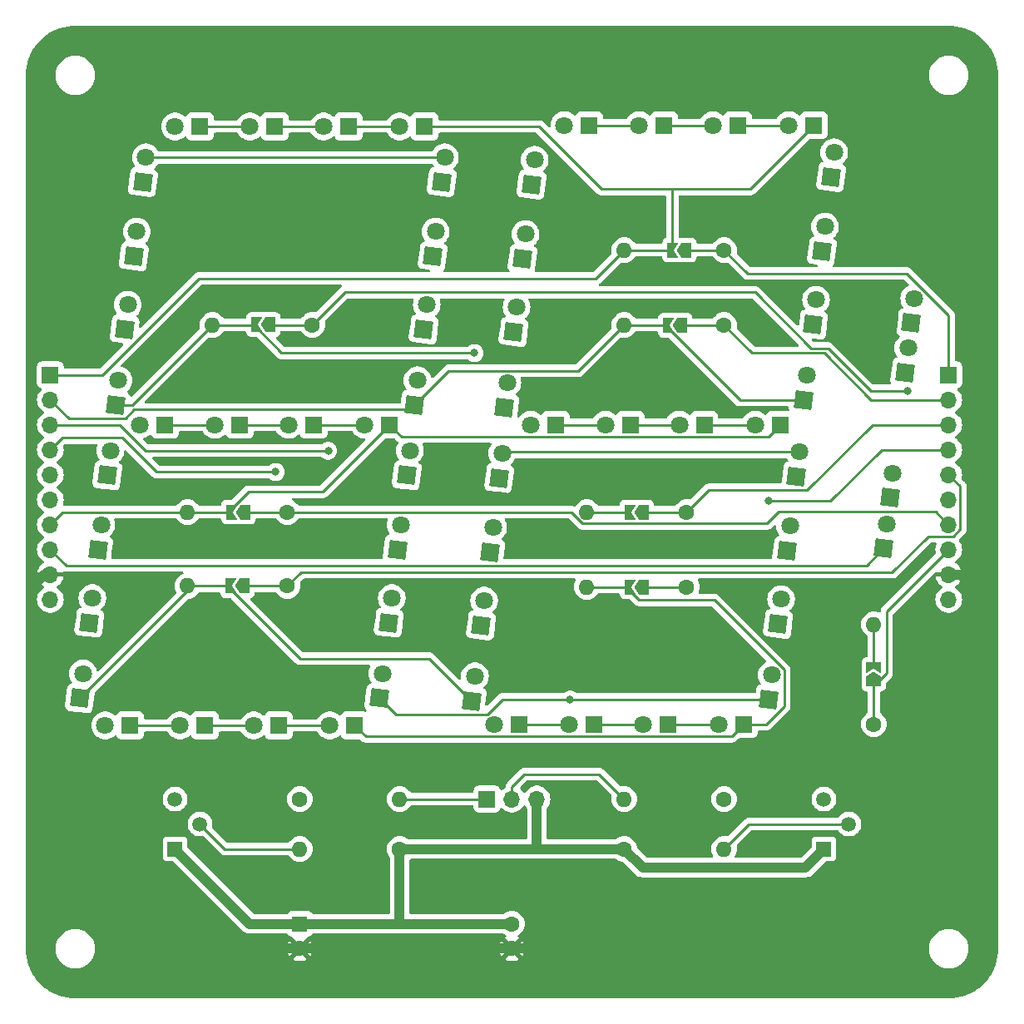
<source format=gbr>
%TF.GenerationSoftware,KiCad,Pcbnew,8.0.9*%
%TF.CreationDate,2025-03-03T18:21:58+11:00*%
%TF.ProjectId,7segment,37736567-6d65-46e7-942e-6b696361645f,rev?*%
%TF.SameCoordinates,PX292dfe0PY1d11680*%
%TF.FileFunction,Copper,L1,Top*%
%TF.FilePolarity,Positive*%
%FSLAX46Y46*%
G04 Gerber Fmt 4.6, Leading zero omitted, Abs format (unit mm)*
G04 Created by KiCad (PCBNEW 8.0.9) date 2025-03-03 18:21:58*
%MOMM*%
%LPD*%
G01*
G04 APERTURE LIST*
G04 Aperture macros list*
%AMRotRect*
0 Rectangle, with rotation*
0 The origin of the aperture is its center*
0 $1 length*
0 $2 width*
0 $3 Rotation angle, in degrees counterclockwise*
0 Add horizontal line*
21,1,$1,$2,0,0,$3*%
%AMFreePoly0*
4,1,6,1.000000,0.000000,0.500000,-0.750000,-0.500000,-0.750000,-0.500000,0.750000,0.500000,0.750000,1.000000,0.000000,1.000000,0.000000,$1*%
%AMFreePoly1*
4,1,6,0.500000,-0.750000,-0.650000,-0.750000,-0.150000,0.000000,-0.650000,0.750000,0.500000,0.750000,0.500000,-0.750000,0.500000,-0.750000,$1*%
G04 Aperture macros list end*
%TA.AperFunction,ComponentPad*%
%ADD10RotRect,1.800000X1.800000X83.000000*%
%TD*%
%TA.AperFunction,ComponentPad*%
%ADD11C,1.800000*%
%TD*%
%TA.AperFunction,ComponentPad*%
%ADD12R,1.800000X1.800000*%
%TD*%
%TA.AperFunction,ComponentPad*%
%ADD13R,1.700000X1.700000*%
%TD*%
%TA.AperFunction,ComponentPad*%
%ADD14O,1.700000X1.700000*%
%TD*%
%TA.AperFunction,SMDPad,CuDef*%
%ADD15FreePoly0,180.000000*%
%TD*%
%TA.AperFunction,SMDPad,CuDef*%
%ADD16FreePoly1,180.000000*%
%TD*%
%TA.AperFunction,SMDPad,CuDef*%
%ADD17FreePoly0,90.000000*%
%TD*%
%TA.AperFunction,SMDPad,CuDef*%
%ADD18FreePoly1,90.000000*%
%TD*%
%TA.AperFunction,ComponentPad*%
%ADD19R,1.500000X1.500000*%
%TD*%
%TA.AperFunction,ComponentPad*%
%ADD20C,1.500000*%
%TD*%
%TA.AperFunction,ComponentPad*%
%ADD21C,1.600000*%
%TD*%
%TA.AperFunction,ComponentPad*%
%ADD22O,1.600000X1.600000*%
%TD*%
%TA.AperFunction,ComponentPad*%
%ADD23R,1.600000X1.600000*%
%TD*%
%TA.AperFunction,ViaPad*%
%ADD24C,0.800000*%
%TD*%
%TA.AperFunction,Conductor*%
%ADD25C,1.000000*%
%TD*%
%TA.AperFunction,Conductor*%
%ADD26C,0.250000*%
%TD*%
G04 APERTURE END LIST*
D10*
X82272259Y-48165336D03*
D11*
X82581807Y-45644269D03*
X83216381Y-40476081D03*
D10*
X82906833Y-42997148D03*
D11*
X84779599Y-27744692D03*
D10*
X84470051Y-30265759D03*
D11*
X85398695Y-22702557D03*
D10*
X85089147Y-25223624D03*
X43664259Y-33814336D03*
D11*
X43973807Y-31293269D03*
X44917929Y-23604014D03*
D10*
X44608381Y-26125081D03*
D11*
X45831096Y-16166866D03*
D10*
X45521548Y-18687933D03*
D11*
X46759741Y-8603664D03*
D10*
X46450193Y-11124731D03*
X40362259Y-63677836D03*
D11*
X40671807Y-61156769D03*
X41615929Y-53467514D03*
D10*
X41306381Y-55988581D03*
D11*
X42529096Y-46030366D03*
D10*
X42219548Y-48551433D03*
D11*
X43457741Y-38467164D03*
D10*
X43148193Y-40988231D03*
D12*
X75184000Y-5080000D03*
D11*
X72644000Y-5080000D03*
X64897000Y-5080000D03*
D12*
X67437000Y-5080000D03*
D11*
X57404000Y-5080000D03*
D12*
X59944000Y-5080000D03*
D11*
X49784000Y-5080000D03*
D12*
X52324000Y-5080000D03*
X71756000Y-35560000D03*
D11*
X69216000Y-35560000D03*
X61469000Y-35560000D03*
D12*
X64009000Y-35560000D03*
D11*
X53976000Y-35560000D03*
D12*
X56516000Y-35560000D03*
D11*
X46356000Y-35560000D03*
D12*
X48896000Y-35560000D03*
X68072000Y-66040000D03*
D11*
X65532000Y-66040000D03*
X57785000Y-66040000D03*
D12*
X60325000Y-66040000D03*
D11*
X50292000Y-66040000D03*
D12*
X52832000Y-66040000D03*
D11*
X42672000Y-66040000D03*
D12*
X45212000Y-66040000D03*
D10*
X74144259Y-33052336D03*
D11*
X74453807Y-30531269D03*
X75397929Y-22842014D03*
D10*
X75088381Y-25363081D03*
D11*
X76311096Y-15404866D03*
D10*
X76001548Y-17925933D03*
D11*
X77239741Y-7841664D03*
D10*
X76930193Y-10362731D03*
X70588259Y-63532336D03*
D11*
X70897807Y-61011269D03*
X71841929Y-53322014D03*
D10*
X71532381Y-55843081D03*
D11*
X72755096Y-45884866D03*
D10*
X72445548Y-48405933D03*
D11*
X73683741Y-38321664D03*
D10*
X73374193Y-40842731D03*
D12*
X35560000Y-5207000D03*
D11*
X33020000Y-5207000D03*
X25273000Y-5207000D03*
D12*
X27813000Y-5207000D03*
D11*
X17780000Y-5207000D03*
D12*
X20320000Y-5207000D03*
D11*
X10160000Y-5207000D03*
D12*
X12700000Y-5207000D03*
D10*
X4085959Y-33560336D03*
D11*
X4395507Y-31039269D03*
X5339629Y-23350014D03*
D10*
X5030081Y-25871081D03*
D11*
X6252796Y-15912866D03*
D10*
X5943248Y-18433933D03*
D11*
X7181441Y-8349664D03*
D10*
X6871893Y-10870731D03*
X30964259Y-63405336D03*
D11*
X31273807Y-60884269D03*
X32217929Y-53195014D03*
D10*
X31908381Y-55716081D03*
D11*
X33131096Y-45757866D03*
D10*
X32821548Y-48278933D03*
D11*
X34059741Y-38194664D03*
D10*
X33750193Y-40715731D03*
D12*
X28448000Y-66167000D03*
D11*
X25908000Y-66167000D03*
X18161000Y-66167000D03*
D12*
X20701000Y-66167000D03*
D11*
X10668000Y-66167000D03*
D12*
X13208000Y-66167000D03*
D11*
X3048000Y-66167000D03*
D12*
X5588000Y-66167000D03*
D10*
X34520259Y-33560336D03*
D11*
X34829807Y-31039269D03*
X35773929Y-23350014D03*
D10*
X35464381Y-25871081D03*
D11*
X36687096Y-15912866D03*
D10*
X36377548Y-18433933D03*
D11*
X37615741Y-8349664D03*
D10*
X37306193Y-10870731D03*
X484259Y-63405336D03*
D11*
X793807Y-60884269D03*
X1737929Y-53195014D03*
D10*
X1428381Y-55716081D03*
D11*
X2651096Y-45757866D03*
D10*
X2341548Y-48278933D03*
D11*
X3579741Y-38194664D03*
D10*
X3270193Y-40715731D03*
D12*
X32004000Y-35560000D03*
D11*
X29464000Y-35560000D03*
X21717000Y-35560000D03*
D12*
X24257000Y-35560000D03*
D11*
X14224000Y-35560000D03*
D12*
X16764000Y-35560000D03*
D11*
X6604000Y-35560000D03*
D12*
X9144000Y-35560000D03*
D13*
X41910000Y-73660000D03*
D14*
X44450000Y-73660000D03*
X46990000Y-73660000D03*
D15*
X62230000Y-17780000D03*
D16*
X60780000Y-17780000D03*
D15*
X17325000Y-44450000D03*
D16*
X15875000Y-44450000D03*
D15*
X17235000Y-51968300D03*
D16*
X15785000Y-51968300D03*
D15*
X57875000Y-52070000D03*
D16*
X56425000Y-52070000D03*
D15*
X19865000Y-25372000D03*
D16*
X18415000Y-25372000D03*
D15*
X61775000Y-25443000D03*
D16*
X60325000Y-25443000D03*
D17*
X81280000Y-61685000D03*
D18*
X81280000Y-60235000D03*
D15*
X57875000Y-44450000D03*
D16*
X56425000Y-44450000D03*
D13*
X88900000Y-30480000D03*
D14*
X88900000Y-33020000D03*
X88900000Y-35560000D03*
X88900000Y-38100000D03*
X88900000Y-40640000D03*
X88900000Y-43180000D03*
X88900000Y-45720000D03*
X88900000Y-48260000D03*
X88900000Y-50800000D03*
X88900000Y-53340000D03*
D13*
X-2540000Y-30480000D03*
D14*
X-2540000Y-33020000D03*
X-2540000Y-35560000D03*
X-2540000Y-38100000D03*
X-2540000Y-40640000D03*
X-2540000Y-43180000D03*
X-2540000Y-45720000D03*
X-2540000Y-48260000D03*
X-2540000Y-50800000D03*
X-2540000Y-53340000D03*
D19*
X10160000Y-78740000D03*
D20*
X12700000Y-76200000D03*
X10160000Y-73660000D03*
D19*
X76200000Y-78740000D03*
D20*
X78740000Y-76200000D03*
X76200000Y-73660000D03*
D21*
X22860000Y-73660000D03*
D22*
X33020000Y-73660000D03*
D21*
X66040000Y-73660000D03*
D22*
X55880000Y-73660000D03*
D21*
X33020000Y-78740000D03*
D22*
X22860000Y-78740000D03*
D21*
X55880000Y-78740000D03*
D22*
X66040000Y-78740000D03*
D23*
X22860000Y-86360000D03*
D21*
X22860000Y-88860000D03*
X44450000Y-86360000D03*
X44450000Y-88860000D03*
X62230000Y-52070000D03*
D22*
X52070000Y-52070000D03*
D21*
X21590000Y-44450000D03*
D22*
X11430000Y-44450000D03*
D21*
X24130000Y-25400000D03*
D22*
X13970000Y-25400000D03*
D21*
X21590000Y-51968300D03*
D22*
X11430000Y-51968300D03*
D21*
X66040000Y-17780000D03*
D22*
X55880000Y-17780000D03*
D21*
X81280000Y-66040000D03*
D22*
X81280000Y-55880000D03*
D21*
X66040000Y-25400000D03*
D22*
X55880000Y-25400000D03*
D21*
X62230000Y-44450000D03*
D22*
X52070000Y-44450000D03*
D24*
X50374700Y-63532300D03*
X25747900Y-38210400D03*
X20395300Y-40376700D03*
X40624700Y-28261800D03*
X60960000Y-40640000D03*
X60960000Y-48260000D03*
X60960000Y-20320000D03*
X17780000Y-22860000D03*
X17780000Y-30480000D03*
X60960000Y-58420000D03*
X38100000Y-38100000D03*
X60960000Y-30480000D03*
X7620000Y-43180000D03*
X17780000Y-48260000D03*
X70575700Y-43347500D03*
X84740300Y-32112500D03*
D25*
X73700000Y-88860000D02*
X91440000Y-71120000D01*
X91440000Y-71120000D02*
X91440000Y-52070000D01*
X91440000Y-52070000D02*
X90170000Y-50800000D01*
X44450000Y-86360000D02*
X33020000Y-86360000D01*
X90170000Y-50800000D02*
X88900000Y-50800000D01*
X44450000Y-88860000D02*
X73700000Y-88860000D01*
X44450000Y-88860000D02*
X22860000Y-88860000D01*
X46990000Y-73660000D02*
X46990000Y-78740000D01*
D26*
X45720000Y-71120000D02*
X44450000Y-72390000D01*
X55880000Y-73660000D02*
X53340000Y-71120000D01*
X53340000Y-71120000D02*
X45720000Y-71120000D01*
X41910000Y-73660000D02*
X33020000Y-73660000D01*
X44450000Y-72390000D02*
X44450000Y-73660000D01*
D25*
X33020000Y-78740000D02*
X45720000Y-78740000D01*
X45720000Y-78740000D02*
X46990000Y-78740000D01*
X46990000Y-78740000D02*
X55880000Y-78740000D01*
D26*
X59944000Y-5080000D02*
X64897000Y-5080000D01*
X67437000Y-5080000D02*
X72644000Y-5080000D01*
X52324000Y-5080000D02*
X57404000Y-5080000D01*
X43603200Y-38321700D02*
X43457700Y-38467200D01*
X73683700Y-38321700D02*
X43603200Y-38321700D01*
X55880000Y-17780000D02*
X60780000Y-17780000D01*
X12539500Y-20690500D02*
X52969500Y-20690500D01*
X-2540000Y-30480000D02*
X2750000Y-30480000D01*
X60780000Y-11575300D02*
X68688700Y-11575300D01*
X52969500Y-20690500D02*
X55880000Y-17780000D01*
X68688700Y-11575300D02*
X75184000Y-5080000D01*
X47199900Y-5207000D02*
X53568200Y-11575300D01*
X35560000Y-5207000D02*
X47199900Y-5207000D01*
X60780000Y-17780000D02*
X60780000Y-11575300D01*
X2750000Y-30480000D02*
X12539500Y-20690500D01*
X53568200Y-11575300D02*
X60780000Y-11575300D01*
X51214500Y-30065500D02*
X38015100Y-30065500D01*
X34064300Y-34016300D02*
X34520300Y-33560300D01*
X-2540000Y-33020000D02*
X-656200Y-34903800D01*
X67651200Y-33052300D02*
X74144300Y-33052300D01*
X38015100Y-30065500D02*
X34520300Y-33560300D01*
X55880000Y-25400000D02*
X51214500Y-30065500D01*
X5990400Y-34016300D02*
X34064300Y-34016300D01*
X-656200Y-34903800D02*
X5102900Y-34903800D01*
X55880000Y-25400000D02*
X60282000Y-25400000D01*
X60325000Y-25443000D02*
X60325000Y-25726100D01*
X60282000Y-25400000D02*
X60325000Y-25443000D01*
X5102900Y-34903800D02*
X5990400Y-34016300D01*
X60325000Y-25726100D02*
X67651200Y-33052300D01*
X4515900Y-35560000D02*
X-2540000Y-35560000D01*
X50374700Y-63532300D02*
X70588300Y-63532300D01*
X50374700Y-63532300D02*
X50374700Y-63532400D01*
X43444800Y-63532400D02*
X41924500Y-65052700D01*
X56425000Y-44450000D02*
X52070000Y-44450000D01*
X50374700Y-63532400D02*
X43444800Y-63532400D01*
X41924500Y-65052700D02*
X32611700Y-65052700D01*
X7166300Y-38210400D02*
X4515900Y-35560000D01*
X32611700Y-65052700D02*
X30964300Y-63405300D01*
X25747900Y-38210400D02*
X7166300Y-38210400D01*
X65029700Y-53383900D02*
X72179300Y-60533500D01*
X-1345800Y-36905800D02*
X4810600Y-36905800D01*
X57399100Y-53383900D02*
X65029700Y-53383900D01*
X29572900Y-67291900D02*
X28448000Y-66167000D01*
X56425000Y-52070000D02*
X56425000Y-52409800D01*
X70329800Y-66040000D02*
X68072000Y-66040000D01*
X4810600Y-36905800D02*
X8281500Y-40376700D01*
X56425000Y-52070000D02*
X52070000Y-52070000D01*
X17780000Y-40376700D02*
X20395300Y-40376700D01*
X-2540000Y-38100000D02*
X-1345800Y-36905800D01*
X68072000Y-66040000D02*
X66820100Y-67291900D01*
X56425000Y-52409800D02*
X57399100Y-53383900D01*
X66820100Y-67291900D02*
X29572900Y-67291900D01*
X8281500Y-40376700D02*
X17780000Y-40376700D01*
X72179300Y-64190500D02*
X70329800Y-66040000D01*
X72179300Y-60533500D02*
X72179300Y-64190500D01*
X15785000Y-52249600D02*
X22917300Y-59381900D01*
X11430000Y-52459600D02*
X484300Y-63405300D01*
X11430000Y-51968300D02*
X11430000Y-52459600D01*
X15785000Y-51968300D02*
X15785000Y-52249600D01*
X22917300Y-59381900D02*
X36066400Y-59381900D01*
X36066400Y-59381900D02*
X40362300Y-63677800D01*
X11430000Y-51968300D02*
X15785000Y-51968300D01*
X13970000Y-25400000D02*
X5809700Y-33560300D01*
X18387000Y-25400000D02*
X18415000Y-25372000D01*
X20998000Y-28261800D02*
X40624700Y-28261800D01*
X13970000Y-25400000D02*
X18387000Y-25400000D01*
X18387000Y-25650800D02*
X20998000Y-28261800D01*
X5809700Y-33560300D02*
X4086000Y-33560300D01*
X18387000Y-25400000D02*
X18387000Y-25650800D01*
X-1270000Y-44450000D02*
X-2540000Y-45720000D01*
X70529300Y-36786700D02*
X71756000Y-35560000D01*
X17650300Y-42384100D02*
X15875000Y-44159400D01*
X32004000Y-35560000D02*
X25179900Y-42384100D01*
X33230700Y-36786700D02*
X70529300Y-36786700D01*
X32004000Y-35560000D02*
X33230700Y-36786700D01*
X11430000Y-44450000D02*
X15875000Y-44450000D01*
X25179900Y-42384100D02*
X17650300Y-42384100D01*
X15875000Y-44159400D02*
X15875000Y-44450000D01*
X11430000Y-44450000D02*
X-1270000Y-44450000D01*
X81280000Y-55880000D02*
X81280000Y-60235000D01*
X82272300Y-48165300D02*
X80556500Y-49881100D01*
X-918900Y-49881100D02*
X-2540000Y-48260000D01*
X80556500Y-49881100D02*
X-918900Y-49881100D01*
D25*
X15200000Y-88860000D02*
X22860000Y-88860000D01*
X-2540000Y-50800000D02*
X-3175000Y-50800000D01*
X-4445000Y-69215000D02*
X15200000Y-88860000D01*
X-4445000Y-52070000D02*
X-4445000Y-69215000D01*
X-3175000Y-50800000D02*
X-4445000Y-52070000D01*
D26*
X60325000Y-66040000D02*
X65532000Y-66040000D01*
X45212000Y-66040000D02*
X50292000Y-66040000D01*
X52832000Y-66040000D02*
X57785000Y-66040000D01*
D25*
X74295000Y-80645000D02*
X57785000Y-80645000D01*
X33020000Y-86360000D02*
X33020000Y-78740000D01*
X76200000Y-78740000D02*
X74295000Y-80645000D01*
X33020000Y-86360000D02*
X22860000Y-86360000D01*
X10160000Y-78740000D02*
X17780000Y-86360000D01*
X17780000Y-86360000D02*
X22860000Y-86360000D01*
X57785000Y-80645000D02*
X55880000Y-78740000D01*
D26*
X56516000Y-35560000D02*
X61469000Y-35560000D01*
X64009000Y-35560000D02*
X69216000Y-35560000D01*
X48896000Y-35560000D02*
X53976000Y-35560000D01*
X27813000Y-5207000D02*
X33020000Y-5207000D01*
X12700000Y-5207000D02*
X17780000Y-5207000D01*
X20320000Y-5207000D02*
X25273000Y-5207000D01*
X37615700Y-8349700D02*
X7181400Y-8349700D01*
X5588000Y-66167000D02*
X10668000Y-66167000D01*
X13208000Y-66167000D02*
X18161000Y-66167000D01*
X20701000Y-66167000D02*
X25908000Y-66167000D01*
X9144000Y-35560000D02*
X14224000Y-35560000D01*
X16764000Y-35560000D02*
X21717000Y-35560000D01*
X24257000Y-35560000D02*
X29464000Y-35560000D01*
X15240000Y-78740000D02*
X12700000Y-76200000D01*
X22860000Y-78740000D02*
X15240000Y-78740000D01*
X66040000Y-78740000D02*
X68580000Y-76200000D01*
X68580000Y-76200000D02*
X78740000Y-76200000D01*
X88900000Y-24441400D02*
X88900000Y-30480000D01*
X84620900Y-20162300D02*
X88900000Y-24441400D01*
X68422300Y-20162300D02*
X84620900Y-20162300D01*
X62230000Y-17780000D02*
X66040000Y-17780000D01*
X66040000Y-17780000D02*
X68422300Y-20162300D01*
X71620200Y-44415100D02*
X70439400Y-45595900D01*
X87595100Y-44415100D02*
X71620200Y-44415100D01*
X50476500Y-44450000D02*
X21590000Y-44450000D01*
X17325000Y-44450000D02*
X21590000Y-44450000D01*
X70439400Y-45595900D02*
X51622400Y-45595900D01*
X88900000Y-45720000D02*
X87595100Y-44415100D01*
X51622400Y-45595900D02*
X50476500Y-44450000D01*
X82117900Y-38100000D02*
X88900000Y-38100000D01*
X70575700Y-43347500D02*
X76870400Y-43347500D01*
X76870400Y-43347500D02*
X82117900Y-38100000D01*
X62230000Y-52070000D02*
X57875000Y-52070000D01*
X81119400Y-35560000D02*
X74493700Y-42185700D01*
X64494300Y-42185700D02*
X62230000Y-44450000D01*
X88900000Y-35560000D02*
X81119400Y-35560000D01*
X57875000Y-44450000D02*
X62230000Y-44450000D01*
X74493700Y-42185700D02*
X64494300Y-42185700D01*
X61775000Y-25443000D02*
X61818000Y-25400000D01*
X68884400Y-28244400D02*
X76217300Y-28244400D01*
X80992900Y-33020000D02*
X88900000Y-33020000D01*
X66040000Y-25400000D02*
X68884400Y-28244400D01*
X76217300Y-28244400D02*
X80992900Y-33020000D01*
X61818000Y-25400000D02*
X66040000Y-25400000D01*
X86803800Y-46924000D02*
X89369500Y-46924000D01*
X83140400Y-50587400D02*
X86803800Y-46924000D01*
X22970900Y-50587400D02*
X83140400Y-50587400D01*
X90084600Y-46208900D02*
X90084600Y-41824600D01*
X21590000Y-51968300D02*
X22970900Y-50587400D01*
X90084600Y-41824600D02*
X88900000Y-40640000D01*
X17235000Y-51968300D02*
X21590000Y-51968300D01*
X89369500Y-46924000D02*
X90084600Y-46208900D01*
X74902300Y-27792700D02*
X69190500Y-22080900D01*
X80949400Y-32112500D02*
X76629600Y-27792700D01*
X19865000Y-25372000D02*
X19893000Y-25400000D01*
X27449100Y-22080900D02*
X24130000Y-25400000D01*
X84740300Y-32112500D02*
X80949400Y-32112500D01*
X69190500Y-22080900D02*
X27449100Y-22080900D01*
X76629600Y-27792700D02*
X74902300Y-27792700D01*
X19893000Y-25400000D02*
X24130000Y-25400000D01*
X81280000Y-61685000D02*
X81733100Y-61685000D01*
X82593900Y-54566100D02*
X88900000Y-48260000D01*
X82593900Y-60824200D02*
X82593900Y-54566100D01*
X81280000Y-66040000D02*
X81280000Y-61685000D01*
X81733100Y-61685000D02*
X82593900Y-60824200D01*
%TA.AperFunction,Conductor*%
G36*
X50896000Y-51240585D02*
G01*
X50941755Y-51293389D01*
X50951699Y-51362547D01*
X50933803Y-51407760D01*
X50935186Y-51408559D01*
X50932475Y-51413254D01*
X50835718Y-51620750D01*
X50835714Y-51620761D01*
X50776457Y-51841910D01*
X50776456Y-51841918D01*
X50756502Y-52069998D01*
X50756502Y-52070001D01*
X50776456Y-52298081D01*
X50776457Y-52298089D01*
X50835714Y-52519238D01*
X50835718Y-52519249D01*
X50927911Y-52716958D01*
X50932477Y-52726749D01*
X51063802Y-52914300D01*
X51225700Y-53076198D01*
X51413251Y-53207523D01*
X51508594Y-53251982D01*
X51620750Y-53304281D01*
X51620752Y-53304281D01*
X51620757Y-53304284D01*
X51841913Y-53363543D01*
X52004832Y-53377796D01*
X52069998Y-53383498D01*
X52070000Y-53383498D01*
X52070002Y-53383498D01*
X52127021Y-53378509D01*
X52298087Y-53363543D01*
X52519243Y-53304284D01*
X52726749Y-53207523D01*
X52914300Y-53076198D01*
X53076198Y-52914300D01*
X53186779Y-52756374D01*
X53241354Y-52712751D01*
X53288352Y-52703500D01*
X55287720Y-52703500D01*
X55354759Y-52723185D01*
X55400514Y-52775989D01*
X55411404Y-52818654D01*
X55416726Y-52893078D01*
X55416727Y-52893083D01*
X55457902Y-53033313D01*
X55457902Y-53033314D01*
X55536921Y-53156269D01*
X55536922Y-53156270D01*
X55536923Y-53156271D01*
X55647381Y-53251984D01*
X55682712Y-53268119D01*
X55780326Y-53312699D01*
X55780329Y-53312699D01*
X55780330Y-53312700D01*
X55925000Y-53333500D01*
X56401434Y-53333500D01*
X56468473Y-53353185D01*
X56489115Y-53369819D01*
X56907029Y-53787733D01*
X56986978Y-53867682D01*
X56995268Y-53875972D01*
X57099018Y-53945296D01*
X57099024Y-53945299D01*
X57099025Y-53945300D01*
X57214315Y-53993055D01*
X57336701Y-54017399D01*
X57336705Y-54017400D01*
X57336706Y-54017400D01*
X64715934Y-54017400D01*
X64782973Y-54037085D01*
X64803615Y-54053719D01*
X70301253Y-59551357D01*
X70334738Y-59612680D01*
X70329754Y-59682372D01*
X70287882Y-59738305D01*
X70272590Y-59748092D01*
X70124799Y-59828072D01*
X70124792Y-59828077D01*
X69940588Y-59971450D01*
X69940583Y-59971454D01*
X69782493Y-60143184D01*
X69654822Y-60338600D01*
X69561058Y-60552361D01*
X69503755Y-60778646D01*
X69484480Y-61011263D01*
X69484480Y-61011274D01*
X69503755Y-61243891D01*
X69561058Y-61470176D01*
X69654822Y-61683937D01*
X69761008Y-61846468D01*
X69781196Y-61913358D01*
X69762015Y-61980543D01*
X69709556Y-62026693D01*
X69686051Y-62034886D01*
X69615231Y-62051829D01*
X69615228Y-62051830D01*
X69488368Y-62124537D01*
X69488363Y-62124541D01*
X69387128Y-62230041D01*
X69387125Y-62230045D01*
X69319710Y-62359799D01*
X69305870Y-62419103D01*
X69305868Y-62419113D01*
X69305868Y-62419116D01*
X69270215Y-62709486D01*
X69260340Y-62789912D01*
X69232632Y-62854053D01*
X69174645Y-62893031D01*
X69137264Y-62898800D01*
X51082009Y-62898800D01*
X51014970Y-62879115D01*
X50989860Y-62857773D01*
X50985954Y-62853435D01*
X50983038Y-62851316D01*
X50831452Y-62741182D01*
X50656988Y-62663506D01*
X50656986Y-62663505D01*
X50470187Y-62623800D01*
X50279213Y-62623800D01*
X50092414Y-62663505D01*
X49917946Y-62741183D01*
X49763445Y-62853435D01*
X49759451Y-62857872D01*
X49699964Y-62894521D01*
X49667301Y-62898900D01*
X43382401Y-62898900D01*
X43260022Y-62923243D01*
X43260014Y-62923245D01*
X43144727Y-62970998D01*
X43144718Y-62971003D01*
X43040967Y-63040328D01*
X43040963Y-63040331D01*
X41948901Y-64132393D01*
X41887578Y-64165878D01*
X41817886Y-64160894D01*
X41761953Y-64119022D01*
X41737536Y-64053558D01*
X41738143Y-64029609D01*
X41875870Y-62907922D01*
X41876788Y-62847017D01*
X41842766Y-62704808D01*
X41770057Y-62577944D01*
X41664551Y-62476703D01*
X41664548Y-62476701D01*
X41664546Y-62476700D01*
X41633155Y-62460390D01*
X41598986Y-62442638D01*
X41548573Y-62394263D01*
X41532316Y-62326311D01*
X41555377Y-62260357D01*
X41579989Y-62234754D01*
X41629027Y-62196587D01*
X41787121Y-62024852D01*
X41914791Y-61829438D01*
X42008556Y-61615676D01*
X42065858Y-61389395D01*
X42085134Y-61156769D01*
X42082441Y-61124275D01*
X42065858Y-60924146D01*
X42065858Y-60924143D01*
X42008556Y-60697862D01*
X41914791Y-60484100D01*
X41876415Y-60425361D01*
X41787120Y-60288684D01*
X41629030Y-60116954D01*
X41629029Y-60116953D01*
X41629027Y-60116951D01*
X41444824Y-59973579D01*
X41444822Y-59973578D01*
X41444821Y-59973577D01*
X41444818Y-59973575D01*
X41239540Y-59862485D01*
X41239537Y-59862484D01*
X41239534Y-59862482D01*
X41239528Y-59862480D01*
X41239526Y-59862479D01*
X41018761Y-59786689D01*
X40846078Y-59757874D01*
X40788519Y-59748269D01*
X40555095Y-59748269D01*
X40509047Y-59755953D01*
X40324852Y-59786689D01*
X40104087Y-59862479D01*
X40104073Y-59862485D01*
X39898795Y-59973575D01*
X39898792Y-59973577D01*
X39714588Y-60116950D01*
X39714583Y-60116954D01*
X39556493Y-60288684D01*
X39428822Y-60484100D01*
X39335058Y-60697861D01*
X39277755Y-60924146D01*
X39258480Y-61156763D01*
X39258480Y-61156774D01*
X39277645Y-61388062D01*
X39263564Y-61456498D01*
X39214719Y-61506457D01*
X39146618Y-61522078D01*
X39080882Y-61498401D01*
X39066388Y-61485983D01*
X36470236Y-58889831D01*
X36470232Y-58889828D01*
X36366481Y-58820503D01*
X36366472Y-58820498D01*
X36251185Y-58772745D01*
X36251177Y-58772743D01*
X36128798Y-58748400D01*
X36128794Y-58748400D01*
X23231066Y-58748400D01*
X23164027Y-58728715D01*
X23143385Y-58712081D01*
X20978203Y-56546899D01*
X30393851Y-56546899D01*
X30409666Y-56613001D01*
X30427874Y-56689109D01*
X30500583Y-56815973D01*
X30606089Y-56917214D01*
X30735843Y-56984629D01*
X30795161Y-56998472D01*
X32678295Y-57229692D01*
X32730499Y-57230478D01*
X32739199Y-57230610D01*
X32739199Y-57230609D01*
X32739200Y-57230610D01*
X32881409Y-57196588D01*
X33008273Y-57123879D01*
X33109514Y-57018373D01*
X33176929Y-56888619D01*
X33190772Y-56829301D01*
X33191988Y-56819399D01*
X39791851Y-56819399D01*
X39825874Y-56961608D01*
X39825875Y-56961611D01*
X39857920Y-57017523D01*
X39898583Y-57088473D01*
X40004089Y-57189714D01*
X40133843Y-57257129D01*
X40193161Y-57270972D01*
X42076295Y-57502192D01*
X42128499Y-57502978D01*
X42137199Y-57503110D01*
X42137199Y-57503109D01*
X42137200Y-57503110D01*
X42279409Y-57469088D01*
X42406273Y-57396379D01*
X42507514Y-57290873D01*
X42574929Y-57161119D01*
X42588772Y-57101801D01*
X42819992Y-55218667D01*
X42820910Y-55157762D01*
X42786888Y-55015553D01*
X42714179Y-54888689D01*
X42608673Y-54787448D01*
X42608670Y-54787446D01*
X42608668Y-54787445D01*
X42553990Y-54759037D01*
X42543108Y-54753383D01*
X42492695Y-54705008D01*
X42476438Y-54637056D01*
X42499499Y-54571102D01*
X42524111Y-54545499D01*
X42573149Y-54507332D01*
X42731243Y-54335597D01*
X42858913Y-54140183D01*
X42952678Y-53926421D01*
X43009980Y-53700140D01*
X43021230Y-53564371D01*
X43029256Y-53467519D01*
X43029256Y-53467508D01*
X43013151Y-53273159D01*
X43009980Y-53234888D01*
X42952678Y-53008607D01*
X42858913Y-52794845D01*
X42814424Y-52726749D01*
X42731242Y-52599429D01*
X42573152Y-52427699D01*
X42573151Y-52427698D01*
X42573149Y-52427696D01*
X42388946Y-52284324D01*
X42388944Y-52284323D01*
X42388943Y-52284322D01*
X42388940Y-52284320D01*
X42183662Y-52173230D01*
X42183659Y-52173229D01*
X42183656Y-52173227D01*
X42183650Y-52173225D01*
X42183648Y-52173224D01*
X41962883Y-52097434D01*
X41790200Y-52068619D01*
X41732641Y-52059014D01*
X41499217Y-52059014D01*
X41453169Y-52066698D01*
X41268974Y-52097434D01*
X41048209Y-52173224D01*
X41048195Y-52173230D01*
X40842917Y-52284320D01*
X40842914Y-52284322D01*
X40658710Y-52427695D01*
X40658705Y-52427699D01*
X40500615Y-52599429D01*
X40372944Y-52794845D01*
X40279180Y-53008606D01*
X40221877Y-53234891D01*
X40202602Y-53467508D01*
X40202602Y-53467519D01*
X40221877Y-53700136D01*
X40279180Y-53926421D01*
X40372944Y-54140182D01*
X40479130Y-54302713D01*
X40499318Y-54369603D01*
X40480137Y-54436788D01*
X40427678Y-54482938D01*
X40404173Y-54491131D01*
X40333353Y-54508074D01*
X40333350Y-54508075D01*
X40206490Y-54580782D01*
X40206485Y-54580786D01*
X40105250Y-54686286D01*
X40105247Y-54686290D01*
X40037832Y-54816044D01*
X40023992Y-54875348D01*
X40023990Y-54875359D01*
X40023990Y-54875361D01*
X39981838Y-55218660D01*
X39792769Y-56758501D01*
X39791851Y-56819399D01*
X33191988Y-56819399D01*
X33421992Y-54946167D01*
X33422910Y-54885262D01*
X33388888Y-54743053D01*
X33316179Y-54616189D01*
X33285194Y-54586457D01*
X33210675Y-54514950D01*
X33210673Y-54514948D01*
X33210670Y-54514946D01*
X33210668Y-54514945D01*
X33164832Y-54491131D01*
X33145108Y-54480883D01*
X33094695Y-54432508D01*
X33078438Y-54364556D01*
X33101499Y-54298602D01*
X33126111Y-54272999D01*
X33175149Y-54234832D01*
X33333243Y-54063097D01*
X33460913Y-53867683D01*
X33554678Y-53653921D01*
X33611980Y-53427640D01*
X33624427Y-53277429D01*
X33631256Y-53195019D01*
X33631256Y-53195008D01*
X33615810Y-53008606D01*
X33611980Y-52962388D01*
X33554678Y-52736107D01*
X33460913Y-52522345D01*
X33392443Y-52417543D01*
X33333242Y-52326929D01*
X33175152Y-52155199D01*
X33175151Y-52155198D01*
X33175149Y-52155196D01*
X32990946Y-52011824D01*
X32990944Y-52011823D01*
X32990943Y-52011822D01*
X32990940Y-52011820D01*
X32785662Y-51900730D01*
X32785659Y-51900729D01*
X32785656Y-51900727D01*
X32785650Y-51900725D01*
X32785648Y-51900724D01*
X32564883Y-51824934D01*
X32392200Y-51796119D01*
X32334641Y-51786514D01*
X32101217Y-51786514D01*
X32055169Y-51794198D01*
X31870974Y-51824934D01*
X31650209Y-51900724D01*
X31650195Y-51900730D01*
X31444917Y-52011820D01*
X31444914Y-52011822D01*
X31260710Y-52155195D01*
X31260705Y-52155199D01*
X31102615Y-52326929D01*
X30974944Y-52522345D01*
X30881180Y-52736106D01*
X30823877Y-52962391D01*
X30804602Y-53195008D01*
X30804602Y-53195019D01*
X30823877Y-53427636D01*
X30881180Y-53653921D01*
X30974944Y-53867682D01*
X31081130Y-54030213D01*
X31101318Y-54097103D01*
X31082137Y-54164288D01*
X31029678Y-54210438D01*
X31006173Y-54218631D01*
X30935353Y-54235574D01*
X30935350Y-54235575D01*
X30808490Y-54308282D01*
X30808485Y-54308286D01*
X30707250Y-54413786D01*
X30707247Y-54413790D01*
X30639832Y-54543544D01*
X30625992Y-54602848D01*
X30625990Y-54602859D01*
X30625990Y-54602861D01*
X30568244Y-55073167D01*
X30394769Y-56486001D01*
X30393851Y-56546899D01*
X20978203Y-56546899D01*
X17839748Y-53408444D01*
X17806263Y-53347121D01*
X17811247Y-53277429D01*
X17853119Y-53221496D01*
X17892490Y-53201787D01*
X17948316Y-53185396D01*
X18071271Y-53106377D01*
X18166984Y-52995919D01*
X18214521Y-52891828D01*
X18227699Y-52862973D01*
X18227700Y-52862968D01*
X18233518Y-52822503D01*
X18248500Y-52718300D01*
X18248500Y-52718296D01*
X18248596Y-52716958D01*
X18248753Y-52716535D01*
X18249130Y-52713917D01*
X18249699Y-52713998D01*
X18273011Y-52651493D01*
X18328943Y-52609620D01*
X18372280Y-52601800D01*
X20371648Y-52601800D01*
X20438687Y-52621485D01*
X20473220Y-52654673D01*
X20583802Y-52812600D01*
X20745700Y-52974498D01*
X20933251Y-53105823D01*
X20954287Y-53115632D01*
X21140750Y-53202581D01*
X21140752Y-53202581D01*
X21140757Y-53202584D01*
X21361913Y-53261843D01*
X21509224Y-53274731D01*
X21589998Y-53281798D01*
X21590000Y-53281798D01*
X21590002Y-53281798D01*
X21647021Y-53276809D01*
X21818087Y-53261843D01*
X22039243Y-53202584D01*
X22246749Y-53105823D01*
X22434300Y-52974498D01*
X22596198Y-52812600D01*
X22727523Y-52625049D01*
X22824284Y-52417543D01*
X22883543Y-52196387D01*
X22903498Y-51968300D01*
X22883543Y-51740213D01*
X22866241Y-51675642D01*
X22867904Y-51605793D01*
X22898331Y-51555872D01*
X23196987Y-51257216D01*
X23258309Y-51223734D01*
X23284667Y-51220900D01*
X50828961Y-51220900D01*
X50896000Y-51240585D01*
G37*
%TD.AperFunction*%
%TA.AperFunction,Conductor*%
G36*
X10278687Y-45103185D02*
G01*
X10313220Y-45136373D01*
X10423802Y-45294300D01*
X10585700Y-45456198D01*
X10773251Y-45587523D01*
X10868594Y-45631982D01*
X10980750Y-45684281D01*
X10980752Y-45684281D01*
X10980757Y-45684284D01*
X11201913Y-45743543D01*
X11364832Y-45757796D01*
X11429998Y-45763498D01*
X11430000Y-45763498D01*
X11430002Y-45763498D01*
X11494374Y-45757866D01*
X11658087Y-45743543D01*
X11879243Y-45684284D01*
X12086749Y-45587523D01*
X12274300Y-45456198D01*
X12436198Y-45294300D01*
X12546779Y-45136374D01*
X12601354Y-45092751D01*
X12648352Y-45083500D01*
X14737720Y-45083500D01*
X14804759Y-45103185D01*
X14850514Y-45155989D01*
X14861404Y-45198654D01*
X14861500Y-45199996D01*
X14861500Y-45200000D01*
X14862103Y-45208431D01*
X14866726Y-45273078D01*
X14866727Y-45273083D01*
X14907902Y-45413313D01*
X14907902Y-45413314D01*
X14986921Y-45536269D01*
X14986922Y-45536270D01*
X14986923Y-45536271D01*
X15097381Y-45631984D01*
X15141742Y-45652243D01*
X15230326Y-45692699D01*
X15230329Y-45692699D01*
X15230330Y-45692700D01*
X15375000Y-45713500D01*
X15375003Y-45713500D01*
X16524996Y-45713500D01*
X16525000Y-45713500D01*
X16525004Y-45713499D01*
X16525021Y-45713499D01*
X16606597Y-45706975D01*
X16606597Y-45706974D01*
X16606609Y-45706974D01*
X16634390Y-45698306D01*
X16688963Y-45693941D01*
X16825000Y-45713500D01*
X16825003Y-45713500D01*
X17825000Y-45713500D01*
X17898079Y-45708273D01*
X17898081Y-45708272D01*
X17898083Y-45708272D01*
X18038313Y-45667097D01*
X18038314Y-45667097D01*
X18061428Y-45652243D01*
X18161271Y-45588077D01*
X18256984Y-45477619D01*
X18317700Y-45344670D01*
X18338500Y-45200000D01*
X18338500Y-45199996D01*
X18338596Y-45198658D01*
X18338753Y-45198235D01*
X18339130Y-45195617D01*
X18339699Y-45195698D01*
X18363011Y-45133193D01*
X18418943Y-45091320D01*
X18462280Y-45083500D01*
X20371648Y-45083500D01*
X20438687Y-45103185D01*
X20473220Y-45136373D01*
X20583802Y-45294300D01*
X20745700Y-45456198D01*
X20933251Y-45587523D01*
X21028594Y-45631982D01*
X21140750Y-45684281D01*
X21140752Y-45684281D01*
X21140757Y-45684284D01*
X21361913Y-45743543D01*
X21524832Y-45757796D01*
X21589998Y-45763498D01*
X21590000Y-45763498D01*
X21590002Y-45763498D01*
X21654374Y-45757866D01*
X21818087Y-45743543D01*
X22039243Y-45684284D01*
X22246749Y-45587523D01*
X22434300Y-45456198D01*
X22596198Y-45294300D01*
X22706779Y-45136374D01*
X22761354Y-45092751D01*
X22808352Y-45083500D01*
X31699060Y-45083500D01*
X31766099Y-45103185D01*
X31811854Y-45155989D01*
X31821798Y-45225147D01*
X31812616Y-45257308D01*
X31804716Y-45275321D01*
X31794346Y-45298961D01*
X31737044Y-45525243D01*
X31717769Y-45757860D01*
X31717769Y-45757871D01*
X31737044Y-45990488D01*
X31794347Y-46216773D01*
X31888111Y-46430534D01*
X31994297Y-46593065D01*
X32014485Y-46659955D01*
X31995304Y-46727140D01*
X31942845Y-46773290D01*
X31919340Y-46781483D01*
X31848520Y-46798426D01*
X31848517Y-46798427D01*
X31721657Y-46871134D01*
X31721652Y-46871138D01*
X31620417Y-46976638D01*
X31620414Y-46976642D01*
X31552999Y-47106396D01*
X31539159Y-47165700D01*
X31539157Y-47165711D01*
X31539157Y-47165713D01*
X31481411Y-47636019D01*
X31307936Y-49048853D01*
X31307018Y-49109752D01*
X31307047Y-49110007D01*
X31307012Y-49110203D01*
X31306902Y-49117508D01*
X31305718Y-49117490D01*
X31294830Y-49178800D01*
X31247360Y-49230068D01*
X31183794Y-49247600D01*
X3781845Y-49247600D01*
X3714806Y-49227915D01*
X3669051Y-49175111D01*
X3658769Y-49108488D01*
X3721813Y-48595037D01*
X3855159Y-47509019D01*
X3856077Y-47448114D01*
X3822055Y-47305905D01*
X3749346Y-47179041D01*
X3712448Y-47143635D01*
X3643842Y-47077802D01*
X3643840Y-47077800D01*
X3643837Y-47077798D01*
X3643835Y-47077797D01*
X3597999Y-47053983D01*
X3578275Y-47043735D01*
X3527862Y-46995360D01*
X3511605Y-46927408D01*
X3534666Y-46861454D01*
X3559278Y-46835851D01*
X3608316Y-46797684D01*
X3766410Y-46625949D01*
X3894080Y-46430535D01*
X3987845Y-46216773D01*
X4045147Y-45990492D01*
X4054560Y-45876891D01*
X4064423Y-45757871D01*
X4064423Y-45757860D01*
X4048977Y-45571458D01*
X4045147Y-45525240D01*
X3987845Y-45298959D01*
X3969575Y-45257309D01*
X3960673Y-45188011D01*
X3990650Y-45124898D01*
X4049989Y-45088011D01*
X4083132Y-45083500D01*
X10211648Y-45083500D01*
X10278687Y-45103185D01*
G37*
%TD.AperFunction*%
%TA.AperFunction,Conductor*%
G36*
X50229773Y-45103185D02*
G01*
X50250415Y-45119819D01*
X51218563Y-46087968D01*
X51218567Y-46087971D01*
X51322318Y-46157296D01*
X51322324Y-46157299D01*
X51322325Y-46157300D01*
X51437615Y-46205055D01*
X51560001Y-46229399D01*
X51560005Y-46229400D01*
X51560006Y-46229400D01*
X70501795Y-46229400D01*
X70501796Y-46229399D01*
X70624185Y-46205055D01*
X70739475Y-46157300D01*
X70843233Y-46087971D01*
X71130090Y-45801113D01*
X71191410Y-45767630D01*
X71261102Y-45772614D01*
X71317036Y-45814485D01*
X71341453Y-45879950D01*
X71341522Y-45881898D01*
X71361044Y-46117488D01*
X71418347Y-46343773D01*
X71512111Y-46557534D01*
X71618297Y-46720065D01*
X71638485Y-46786955D01*
X71619304Y-46854140D01*
X71566845Y-46900290D01*
X71543340Y-46908483D01*
X71472520Y-46925426D01*
X71472517Y-46925427D01*
X71345657Y-46998134D01*
X71345652Y-46998138D01*
X71244417Y-47103638D01*
X71244414Y-47103642D01*
X71176999Y-47233396D01*
X71163159Y-47292700D01*
X71163157Y-47292711D01*
X71163157Y-47292713D01*
X70939101Y-49117508D01*
X70936497Y-49138712D01*
X70908789Y-49202853D01*
X70850802Y-49241831D01*
X70813421Y-49247600D01*
X43693304Y-49247600D01*
X43626265Y-49227915D01*
X43580510Y-49175111D01*
X43570228Y-49108488D01*
X43609096Y-48791934D01*
X43733159Y-47781519D01*
X43734077Y-47720614D01*
X43700055Y-47578405D01*
X43627346Y-47451541D01*
X43597325Y-47422734D01*
X43521842Y-47350302D01*
X43521840Y-47350300D01*
X43521837Y-47350298D01*
X43521835Y-47350297D01*
X43490444Y-47333987D01*
X43456275Y-47316235D01*
X43405862Y-47267860D01*
X43389605Y-47199908D01*
X43412666Y-47133954D01*
X43437278Y-47108351D01*
X43486316Y-47070184D01*
X43644410Y-46898449D01*
X43772080Y-46703035D01*
X43865845Y-46489273D01*
X43923147Y-46262992D01*
X43942423Y-46030366D01*
X43930366Y-45884866D01*
X43929572Y-45875282D01*
X43923147Y-45797740D01*
X43865845Y-45571459D01*
X43772080Y-45357697D01*
X43744277Y-45315141D01*
X43718262Y-45275321D01*
X43698074Y-45208431D01*
X43717255Y-45141246D01*
X43769714Y-45095096D01*
X43822071Y-45083500D01*
X50162734Y-45083500D01*
X50229773Y-45103185D01*
G37*
%TD.AperFunction*%
%TA.AperFunction,Conductor*%
G36*
X32532272Y-36988185D02*
G01*
X32552914Y-37004819D01*
X32826862Y-37278768D01*
X32826865Y-37278770D01*
X32826867Y-37278772D01*
X32828397Y-37279794D01*
X32829019Y-37280538D01*
X32831575Y-37282636D01*
X32831177Y-37283120D01*
X32873204Y-37333402D01*
X32881917Y-37402727D01*
X32863322Y-37450720D01*
X32816756Y-37521996D01*
X32722992Y-37735756D01*
X32665689Y-37962041D01*
X32646414Y-38194658D01*
X32646414Y-38194669D01*
X32665689Y-38427286D01*
X32722992Y-38653571D01*
X32816756Y-38867332D01*
X32922942Y-39029863D01*
X32943130Y-39096753D01*
X32923949Y-39163938D01*
X32871490Y-39210088D01*
X32847985Y-39218281D01*
X32777165Y-39235224D01*
X32777162Y-39235225D01*
X32650302Y-39307932D01*
X32650297Y-39307936D01*
X32549062Y-39413436D01*
X32549059Y-39413440D01*
X32481644Y-39543194D01*
X32467804Y-39602498D01*
X32467802Y-39602509D01*
X32467802Y-39602511D01*
X32410056Y-40072817D01*
X32236581Y-41485651D01*
X32235663Y-41546549D01*
X32269686Y-41688758D01*
X32269687Y-41688761D01*
X32273180Y-41694856D01*
X32342395Y-41815623D01*
X32342397Y-41815625D01*
X32342398Y-41815626D01*
X32351762Y-41824611D01*
X32447901Y-41916864D01*
X32577655Y-41984279D01*
X32636973Y-41998122D01*
X34520107Y-42229342D01*
X34572311Y-42230128D01*
X34581011Y-42230260D01*
X34581011Y-42230259D01*
X34581012Y-42230260D01*
X34723221Y-42196238D01*
X34850085Y-42123529D01*
X34951326Y-42018023D01*
X35018741Y-41888269D01*
X35032584Y-41828951D01*
X35263804Y-39945817D01*
X35264722Y-39884912D01*
X35230700Y-39742703D01*
X35157991Y-39615839D01*
X35121093Y-39580433D01*
X35052487Y-39514600D01*
X35052485Y-39514598D01*
X35052482Y-39514596D01*
X35052480Y-39514595D01*
X35006644Y-39490781D01*
X34986920Y-39480533D01*
X34936507Y-39432158D01*
X34920250Y-39364206D01*
X34943311Y-39298252D01*
X34967923Y-39272649D01*
X35016961Y-39234482D01*
X35175055Y-39062747D01*
X35302725Y-38867333D01*
X35396490Y-38653571D01*
X35453792Y-38427290D01*
X35462545Y-38321658D01*
X35473068Y-38194669D01*
X35473068Y-38194658D01*
X35453792Y-37962041D01*
X35453792Y-37962038D01*
X35396490Y-37735757D01*
X35342215Y-37612022D01*
X35334314Y-37594010D01*
X35325411Y-37524710D01*
X35355388Y-37461598D01*
X35414727Y-37424711D01*
X35447870Y-37420200D01*
X42230164Y-37420200D01*
X42297203Y-37439885D01*
X42342958Y-37492689D01*
X42352902Y-37561847D01*
X42333974Y-37612019D01*
X42253132Y-37735758D01*
X42214755Y-37794498D01*
X42120992Y-38008256D01*
X42063689Y-38234541D01*
X42044414Y-38467158D01*
X42044414Y-38467169D01*
X42063689Y-38699786D01*
X42120992Y-38926071D01*
X42214756Y-39139832D01*
X42320942Y-39302363D01*
X42341130Y-39369253D01*
X42321949Y-39436438D01*
X42269490Y-39482588D01*
X42245985Y-39490781D01*
X42175165Y-39507724D01*
X42175162Y-39507725D01*
X42048302Y-39580432D01*
X42048297Y-39580436D01*
X41947062Y-39685936D01*
X41947059Y-39685940D01*
X41879644Y-39815694D01*
X41865804Y-39874998D01*
X41865802Y-39875009D01*
X41865802Y-39875011D01*
X41827523Y-40186768D01*
X41634581Y-41758151D01*
X41633663Y-41819049D01*
X41667686Y-41961258D01*
X41667687Y-41961261D01*
X41688813Y-41998122D01*
X41740395Y-42088123D01*
X41845901Y-42189364D01*
X41975655Y-42256779D01*
X42034973Y-42270622D01*
X43918107Y-42501842D01*
X43970311Y-42502628D01*
X43979011Y-42502760D01*
X43979011Y-42502759D01*
X43979012Y-42502760D01*
X44121221Y-42468738D01*
X44248085Y-42396029D01*
X44349326Y-42290523D01*
X44416741Y-42160769D01*
X44430584Y-42101451D01*
X44661804Y-40218317D01*
X44662722Y-40157412D01*
X44628700Y-40015203D01*
X44555991Y-39888339D01*
X44450485Y-39787098D01*
X44450482Y-39787096D01*
X44450480Y-39787095D01*
X44419089Y-39770785D01*
X44384920Y-39753033D01*
X44334507Y-39704658D01*
X44318250Y-39636706D01*
X44341311Y-39570752D01*
X44365923Y-39545149D01*
X44414961Y-39506982D01*
X44573055Y-39335247D01*
X44700725Y-39139833D01*
X44749170Y-39029389D01*
X44794126Y-38975904D01*
X44860862Y-38955214D01*
X44862726Y-38955200D01*
X72348084Y-38955200D01*
X72415123Y-38974885D01*
X72451893Y-39011379D01*
X72546942Y-39156863D01*
X72567129Y-39223752D01*
X72547949Y-39290938D01*
X72495490Y-39337088D01*
X72471985Y-39345281D01*
X72401165Y-39362224D01*
X72401162Y-39362225D01*
X72274302Y-39434932D01*
X72274297Y-39434936D01*
X72173062Y-39540436D01*
X72173059Y-39540440D01*
X72105644Y-39670194D01*
X72091804Y-39729498D01*
X72091802Y-39729509D01*
X72091802Y-39729511D01*
X71893548Y-41344165D01*
X71881374Y-41443312D01*
X71853666Y-41507453D01*
X71795679Y-41546431D01*
X71758298Y-41552200D01*
X64431901Y-41552200D01*
X64309522Y-41576542D01*
X64309513Y-41576545D01*
X64194224Y-41624299D01*
X64194221Y-41624300D01*
X64090467Y-41693627D01*
X64090463Y-41693630D01*
X62642429Y-43141664D01*
X62581106Y-43175149D01*
X62522655Y-43173758D01*
X62480322Y-43162414D01*
X62458091Y-43156458D01*
X62458089Y-43156457D01*
X62458087Y-43156457D01*
X62458085Y-43156456D01*
X62458081Y-43156456D01*
X62230002Y-43136502D01*
X62229998Y-43136502D01*
X62001918Y-43156456D01*
X62001910Y-43156457D01*
X61780761Y-43215714D01*
X61780750Y-43215718D01*
X61573254Y-43312475D01*
X61573252Y-43312476D01*
X61573251Y-43312477D01*
X61385700Y-43443802D01*
X61385698Y-43443803D01*
X61385695Y-43443806D01*
X61223806Y-43605695D01*
X61223803Y-43605698D01*
X61223802Y-43605700D01*
X61113220Y-43763625D01*
X61058646Y-43807249D01*
X61011648Y-43816500D01*
X59012280Y-43816500D01*
X58945241Y-43796815D01*
X58899486Y-43744011D01*
X58888596Y-43701346D01*
X58883273Y-43626921D01*
X58883272Y-43626916D01*
X58842097Y-43486686D01*
X58842097Y-43486685D01*
X58763078Y-43363730D01*
X58652620Y-43268017D01*
X58652619Y-43268016D01*
X58621889Y-43253982D01*
X58519673Y-43207300D01*
X58519668Y-43207299D01*
X58375000Y-43186500D01*
X57375000Y-43186500D01*
X57374986Y-43186500D01*
X57374982Y-43186501D01*
X57310477Y-43190569D01*
X57310466Y-43190571D01*
X57264379Y-43203266D01*
X57213805Y-43206456D01*
X57075001Y-43186500D01*
X57075000Y-43186500D01*
X55925000Y-43186500D01*
X55924997Y-43186500D01*
X55851922Y-43191726D01*
X55851916Y-43191727D01*
X55711686Y-43232902D01*
X55711685Y-43232902D01*
X55588730Y-43311921D01*
X55493017Y-43422379D01*
X55493014Y-43422385D01*
X55432300Y-43555326D01*
X55432299Y-43555331D01*
X55411499Y-43700003D01*
X55411404Y-43701342D01*
X55411246Y-43701764D01*
X55410870Y-43704383D01*
X55410300Y-43704301D01*
X55386989Y-43766807D01*
X55331057Y-43808680D01*
X55287720Y-43816500D01*
X53288352Y-43816500D01*
X53221313Y-43796815D01*
X53186779Y-43763626D01*
X53076198Y-43605700D01*
X52914300Y-43443802D01*
X52726749Y-43312477D01*
X52725557Y-43311921D01*
X52519249Y-43215718D01*
X52519238Y-43215714D01*
X52298089Y-43156457D01*
X52298081Y-43156456D01*
X52070002Y-43136502D01*
X52069998Y-43136502D01*
X51841918Y-43156456D01*
X51841910Y-43156457D01*
X51620761Y-43215714D01*
X51620750Y-43215718D01*
X51413254Y-43312475D01*
X51413252Y-43312476D01*
X51413251Y-43312477D01*
X51225700Y-43443802D01*
X51225698Y-43443803D01*
X51225695Y-43443806D01*
X51063806Y-43605695D01*
X51063803Y-43605698D01*
X51063802Y-43605700D01*
X51004155Y-43690883D01*
X50932475Y-43793253D01*
X50920141Y-43819705D01*
X50873968Y-43872144D01*
X50806775Y-43891296D01*
X50760306Y-43881861D01*
X50661285Y-43840845D01*
X50661277Y-43840843D01*
X50538898Y-43816500D01*
X50538894Y-43816500D01*
X22808352Y-43816500D01*
X22741313Y-43796815D01*
X22706779Y-43763626D01*
X22596198Y-43605700D01*
X22434300Y-43443802D01*
X22246749Y-43312477D01*
X22121304Y-43253981D01*
X22068866Y-43207810D01*
X22049714Y-43140616D01*
X22069930Y-43073735D01*
X22123095Y-43028401D01*
X22173710Y-43017600D01*
X25242295Y-43017600D01*
X25242296Y-43017599D01*
X25364685Y-42993255D01*
X25479975Y-42945500D01*
X25583733Y-42876171D01*
X31455086Y-37004819D01*
X31516409Y-36971334D01*
X31542767Y-36968500D01*
X32465233Y-36968500D01*
X32532272Y-36988185D01*
G37*
%TD.AperFunction*%
%TA.AperFunction,Conductor*%
G36*
X12955359Y-36213185D02*
G01*
X12992129Y-36249679D01*
X13108686Y-36428084D01*
X13264308Y-36597133D01*
X13266780Y-36599818D01*
X13450983Y-36743190D01*
X13450985Y-36743191D01*
X13450988Y-36743193D01*
X13570331Y-36807777D01*
X13656273Y-36854287D01*
X13759823Y-36889836D01*
X13877045Y-36930079D01*
X13877047Y-36930079D01*
X13877049Y-36930080D01*
X14107288Y-36968500D01*
X14107289Y-36968500D01*
X14340711Y-36968500D01*
X14340712Y-36968500D01*
X14570951Y-36930080D01*
X14791727Y-36854287D01*
X14997017Y-36743190D01*
X15181220Y-36599818D01*
X15181231Y-36599805D01*
X15184990Y-36596347D01*
X15185714Y-36597133D01*
X15241067Y-36563861D01*
X15310905Y-36565954D01*
X15368525Y-36605472D01*
X15388602Y-36640495D01*
X15413111Y-36706205D01*
X15450436Y-36756064D01*
X15500739Y-36823261D01*
X15617796Y-36910889D01*
X15708414Y-36944688D01*
X15746278Y-36958811D01*
X15754799Y-36961989D01*
X15782050Y-36964918D01*
X15815345Y-36968499D01*
X15815362Y-36968500D01*
X17712638Y-36968500D01*
X17712654Y-36968499D01*
X17739692Y-36965591D01*
X17773201Y-36961989D01*
X17781722Y-36958811D01*
X17793931Y-36954257D01*
X17910204Y-36910889D01*
X18027261Y-36823261D01*
X18114889Y-36706204D01*
X18165989Y-36569201D01*
X18169591Y-36535692D01*
X18172499Y-36508654D01*
X18172500Y-36508637D01*
X18172500Y-36317500D01*
X18192185Y-36250461D01*
X18244989Y-36204706D01*
X18296500Y-36193500D01*
X20381320Y-36193500D01*
X20448359Y-36213185D01*
X20485129Y-36249679D01*
X20601686Y-36428084D01*
X20757308Y-36597133D01*
X20759780Y-36599818D01*
X20943983Y-36743190D01*
X20943985Y-36743191D01*
X20943988Y-36743193D01*
X21063331Y-36807777D01*
X21149273Y-36854287D01*
X21252823Y-36889836D01*
X21370045Y-36930079D01*
X21370047Y-36930079D01*
X21370049Y-36930080D01*
X21600288Y-36968500D01*
X21600289Y-36968500D01*
X21833711Y-36968500D01*
X21833712Y-36968500D01*
X22063951Y-36930080D01*
X22284727Y-36854287D01*
X22490017Y-36743190D01*
X22674220Y-36599818D01*
X22674231Y-36599805D01*
X22677990Y-36596347D01*
X22678714Y-36597133D01*
X22734067Y-36563861D01*
X22803905Y-36565954D01*
X22861525Y-36605472D01*
X22881602Y-36640495D01*
X22906111Y-36706205D01*
X22943436Y-36756064D01*
X22993739Y-36823261D01*
X23110796Y-36910889D01*
X23201414Y-36944688D01*
X23239278Y-36958811D01*
X23247799Y-36961989D01*
X23275050Y-36964918D01*
X23308345Y-36968499D01*
X23308362Y-36968500D01*
X25205638Y-36968500D01*
X25205654Y-36968499D01*
X25232692Y-36965591D01*
X25266201Y-36961989D01*
X25274722Y-36958811D01*
X25286931Y-36954257D01*
X25403204Y-36910889D01*
X25520261Y-36823261D01*
X25607889Y-36706204D01*
X25658989Y-36569201D01*
X25662591Y-36535692D01*
X25665499Y-36508654D01*
X25665500Y-36508637D01*
X25665500Y-36317500D01*
X25685185Y-36250461D01*
X25737989Y-36204706D01*
X25789500Y-36193500D01*
X28128320Y-36193500D01*
X28195359Y-36213185D01*
X28232129Y-36249679D01*
X28348686Y-36428084D01*
X28504308Y-36597133D01*
X28506780Y-36599818D01*
X28690983Y-36743190D01*
X28690985Y-36743191D01*
X28690988Y-36743193D01*
X28810331Y-36807777D01*
X28896273Y-36854287D01*
X28999823Y-36889836D01*
X29117045Y-36930079D01*
X29117047Y-36930079D01*
X29117049Y-36930080D01*
X29347288Y-36968500D01*
X29347289Y-36968500D01*
X29400232Y-36968500D01*
X29467271Y-36988185D01*
X29513026Y-37040989D01*
X29522970Y-37110147D01*
X29493945Y-37173703D01*
X29487913Y-37180181D01*
X24953815Y-41714281D01*
X24892492Y-41747766D01*
X24866134Y-41750600D01*
X17587901Y-41750600D01*
X17465522Y-41774943D01*
X17465514Y-41774945D01*
X17350227Y-41822698D01*
X17350218Y-41822703D01*
X17246467Y-41892028D01*
X17246463Y-41892031D01*
X15988315Y-43150181D01*
X15926992Y-43183666D01*
X15900634Y-43186500D01*
X15374997Y-43186500D01*
X15301922Y-43191726D01*
X15301916Y-43191727D01*
X15161686Y-43232902D01*
X15161685Y-43232902D01*
X15038730Y-43311921D01*
X14943017Y-43422379D01*
X14943014Y-43422385D01*
X14882300Y-43555326D01*
X14882299Y-43555331D01*
X14861499Y-43700003D01*
X14861404Y-43701342D01*
X14861246Y-43701764D01*
X14860870Y-43704383D01*
X14860300Y-43704301D01*
X14836989Y-43766807D01*
X14781057Y-43808680D01*
X14737720Y-43816500D01*
X12648352Y-43816500D01*
X12581313Y-43796815D01*
X12546779Y-43763626D01*
X12436198Y-43605700D01*
X12274300Y-43443802D01*
X12086749Y-43312477D01*
X12085557Y-43311921D01*
X11879249Y-43215718D01*
X11879238Y-43215714D01*
X11658089Y-43156457D01*
X11658081Y-43156456D01*
X11430002Y-43136502D01*
X11429998Y-43136502D01*
X11201918Y-43156456D01*
X11201910Y-43156457D01*
X10980761Y-43215714D01*
X10980750Y-43215718D01*
X10773254Y-43312475D01*
X10773252Y-43312476D01*
X10773251Y-43312477D01*
X10585700Y-43443802D01*
X10585698Y-43443803D01*
X10585695Y-43443806D01*
X10423806Y-43605695D01*
X10423803Y-43605698D01*
X10423802Y-43605700D01*
X10313220Y-43763625D01*
X10258646Y-43807249D01*
X10211648Y-43816500D01*
X-1145953Y-43816500D01*
X-1212992Y-43796815D01*
X-1258747Y-43744011D01*
X-1268691Y-43674853D01*
X-1259509Y-43642690D01*
X-1257653Y-43638456D01*
X-1250704Y-43622616D01*
X-1195436Y-43404368D01*
X-1195435Y-43404359D01*
X-1176844Y-43180005D01*
X-1176844Y-43179994D01*
X-1195435Y-42955640D01*
X-1195437Y-42955628D01*
X-1220788Y-42855519D01*
X-1250704Y-42737384D01*
X-1341140Y-42531209D01*
X-1359727Y-42502760D01*
X-1402709Y-42436970D01*
X-1464278Y-42342732D01*
X-1464281Y-42342729D01*
X-1464285Y-42342723D01*
X-1616757Y-42177097D01*
X-1616762Y-42177092D01*
X-1794423Y-42038812D01*
X-1794422Y-42038812D01*
X-1794424Y-42038811D01*
X-1830930Y-42019055D01*
X-1880521Y-41969836D01*
X-1895629Y-41901619D01*
X-1871459Y-41836064D01*
X-1830930Y-41800945D01*
X-1821824Y-41796017D01*
X-1794424Y-41781189D01*
X-1616760Y-41642906D01*
X-1507783Y-41524527D01*
X-1464285Y-41477276D01*
X-1464284Y-41477274D01*
X-1464278Y-41477268D01*
X-1341140Y-41288791D01*
X-1250704Y-41082616D01*
X-1195436Y-40864368D01*
X-1195435Y-40864359D01*
X-1176844Y-40640005D01*
X-1176844Y-40639994D01*
X-1195435Y-40415640D01*
X-1195437Y-40415628D01*
X-1205295Y-40376700D01*
X-1250704Y-40197384D01*
X-1341140Y-39991209D01*
X-1370801Y-39945810D01*
X-1420526Y-39869700D01*
X-1464278Y-39802732D01*
X-1464281Y-39802729D01*
X-1464285Y-39802723D01*
X-1616757Y-39637097D01*
X-1616762Y-39637092D01*
X-1782740Y-39507905D01*
X-1794424Y-39498811D01*
X-1830930Y-39479055D01*
X-1880521Y-39429836D01*
X-1895629Y-39361619D01*
X-1871459Y-39296064D01*
X-1830930Y-39260945D01*
X-1830916Y-39260936D01*
X-1794424Y-39241189D01*
X-1616760Y-39102906D01*
X-1498907Y-38974885D01*
X-1464285Y-38937276D01*
X-1464284Y-38937274D01*
X-1464278Y-38937268D01*
X-1341140Y-38748791D01*
X-1250704Y-38542616D01*
X-1195436Y-38324368D01*
X-1190673Y-38266886D01*
X-1176844Y-38100005D01*
X-1176844Y-38099994D01*
X-1195435Y-37875640D01*
X-1195436Y-37875637D01*
X-1195436Y-37875632D01*
X-1223462Y-37764960D01*
X-1220837Y-37695141D01*
X-1190936Y-37646839D01*
X-1119713Y-37575618D01*
X-1058389Y-37542133D01*
X-1032033Y-37539300D01*
X2139370Y-37539300D01*
X2206409Y-37558985D01*
X2252164Y-37611789D01*
X2262108Y-37680947D01*
X2252926Y-37713110D01*
X2242991Y-37735758D01*
X2185689Y-37962041D01*
X2166414Y-38194658D01*
X2166414Y-38194669D01*
X2185689Y-38427286D01*
X2242992Y-38653571D01*
X2336756Y-38867332D01*
X2442942Y-39029863D01*
X2463130Y-39096753D01*
X2443949Y-39163938D01*
X2391490Y-39210088D01*
X2367985Y-39218281D01*
X2297165Y-39235224D01*
X2297162Y-39235225D01*
X2170302Y-39307932D01*
X2170297Y-39307936D01*
X2069062Y-39413436D01*
X2069059Y-39413440D01*
X2001644Y-39543194D01*
X1987804Y-39602498D01*
X1987802Y-39602509D01*
X1987802Y-39602511D01*
X1930056Y-40072817D01*
X1756581Y-41485651D01*
X1755663Y-41546549D01*
X1789686Y-41688758D01*
X1789687Y-41688761D01*
X1793180Y-41694856D01*
X1862395Y-41815623D01*
X1862397Y-41815625D01*
X1862398Y-41815626D01*
X1871762Y-41824611D01*
X1967901Y-41916864D01*
X2097655Y-41984279D01*
X2156973Y-41998122D01*
X4040107Y-42229342D01*
X4092311Y-42230128D01*
X4101011Y-42230260D01*
X4101011Y-42230259D01*
X4101012Y-42230260D01*
X4243221Y-42196238D01*
X4370085Y-42123529D01*
X4471326Y-42018023D01*
X4538741Y-41888269D01*
X4552584Y-41828951D01*
X4783804Y-39945817D01*
X4784722Y-39884912D01*
X4750700Y-39742703D01*
X4677991Y-39615839D01*
X4641093Y-39580433D01*
X4572487Y-39514600D01*
X4572485Y-39514598D01*
X4572482Y-39514596D01*
X4572480Y-39514595D01*
X4526644Y-39490781D01*
X4506920Y-39480533D01*
X4456507Y-39432158D01*
X4440250Y-39364206D01*
X4463311Y-39298252D01*
X4487923Y-39272649D01*
X4536961Y-39234482D01*
X4695055Y-39062747D01*
X4822725Y-38867333D01*
X4916490Y-38653571D01*
X4973792Y-38427290D01*
X4987083Y-38266881D01*
X5012235Y-38201701D01*
X5068637Y-38160462D01*
X5138381Y-38156263D01*
X5198340Y-38189444D01*
X7789429Y-40780533D01*
X7873255Y-40864359D01*
X7877668Y-40868772D01*
X7981418Y-40938096D01*
X7981424Y-40938099D01*
X7981425Y-40938100D01*
X8096715Y-40985855D01*
X8219101Y-41010199D01*
X8219105Y-41010200D01*
X8219106Y-41010200D01*
X17717606Y-41010200D01*
X19687991Y-41010200D01*
X19755030Y-41029885D01*
X19780140Y-41051227D01*
X19784047Y-41055566D01*
X19938548Y-41167818D01*
X20113012Y-41245494D01*
X20299813Y-41285200D01*
X20490787Y-41285200D01*
X20677588Y-41245494D01*
X20852052Y-41167818D01*
X21006553Y-41055566D01*
X21134340Y-40913644D01*
X21229827Y-40748256D01*
X21288842Y-40566628D01*
X21308804Y-40376700D01*
X21288842Y-40186772D01*
X21229827Y-40005144D01*
X21134340Y-39839756D01*
X21006553Y-39697834D01*
X20852052Y-39585582D01*
X20677588Y-39507906D01*
X20677586Y-39507905D01*
X20490787Y-39468200D01*
X20299813Y-39468200D01*
X20113014Y-39507905D01*
X19938546Y-39585583D01*
X19784045Y-39697835D01*
X19780140Y-39702173D01*
X19720654Y-39738821D01*
X19687991Y-39743200D01*
X8595266Y-39743200D01*
X8528227Y-39723515D01*
X8507585Y-39706881D01*
X7856285Y-39055581D01*
X7822800Y-38994258D01*
X7827784Y-38924566D01*
X7869656Y-38868633D01*
X7935120Y-38844216D01*
X7943966Y-38843900D01*
X25040591Y-38843900D01*
X25107630Y-38863585D01*
X25132740Y-38884927D01*
X25136647Y-38889266D01*
X25291148Y-39001518D01*
X25465612Y-39079194D01*
X25652413Y-39118900D01*
X25843387Y-39118900D01*
X26030188Y-39079194D01*
X26204652Y-39001518D01*
X26359153Y-38889266D01*
X26486940Y-38747344D01*
X26582427Y-38581956D01*
X26641442Y-38400328D01*
X26661404Y-38210400D01*
X26641442Y-38020472D01*
X26582427Y-37838844D01*
X26486940Y-37673456D01*
X26359153Y-37531534D01*
X26204652Y-37419282D01*
X26030188Y-37341606D01*
X26030186Y-37341605D01*
X25843387Y-37301900D01*
X25652413Y-37301900D01*
X25465614Y-37341605D01*
X25465612Y-37341606D01*
X25343769Y-37395854D01*
X25291146Y-37419283D01*
X25136645Y-37531535D01*
X25132740Y-37535873D01*
X25073254Y-37572521D01*
X25040591Y-37576900D01*
X7480067Y-37576900D01*
X7413028Y-37557215D01*
X7392386Y-37540581D01*
X6965555Y-37113750D01*
X6932070Y-37052427D01*
X6937054Y-36982735D01*
X6978926Y-36926802D01*
X7012973Y-36908788D01*
X7068177Y-36889836D01*
X7171727Y-36854287D01*
X7377017Y-36743190D01*
X7561220Y-36599818D01*
X7561231Y-36599805D01*
X7564990Y-36596347D01*
X7565714Y-36597133D01*
X7621067Y-36563861D01*
X7690905Y-36565954D01*
X7748525Y-36605472D01*
X7768602Y-36640495D01*
X7793111Y-36706205D01*
X7830436Y-36756064D01*
X7880739Y-36823261D01*
X7997796Y-36910889D01*
X8088414Y-36944688D01*
X8126278Y-36958811D01*
X8134799Y-36961989D01*
X8162050Y-36964918D01*
X8195345Y-36968499D01*
X8195362Y-36968500D01*
X10092638Y-36968500D01*
X10092654Y-36968499D01*
X10119692Y-36965591D01*
X10153201Y-36961989D01*
X10161722Y-36958811D01*
X10173931Y-36954257D01*
X10290204Y-36910889D01*
X10407261Y-36823261D01*
X10494889Y-36706204D01*
X10545989Y-36569201D01*
X10549591Y-36535692D01*
X10552499Y-36508654D01*
X10552500Y-36508637D01*
X10552500Y-36317500D01*
X10572185Y-36250461D01*
X10624989Y-36204706D01*
X10676500Y-36193500D01*
X12888320Y-36193500D01*
X12955359Y-36213185D01*
G37*
%TD.AperFunction*%
%TA.AperFunction,Conductor*%
G36*
X59254539Y-26053185D02*
G01*
X59300294Y-26105989D01*
X59311500Y-26157500D01*
X59311500Y-26193002D01*
X59316726Y-26266077D01*
X59316727Y-26266083D01*
X59357902Y-26406313D01*
X59357902Y-26406314D01*
X59436921Y-26529269D01*
X59436922Y-26529270D01*
X59436923Y-26529271D01*
X59547381Y-26624984D01*
X59582677Y-26641103D01*
X59680326Y-26685699D01*
X59680329Y-26685699D01*
X59680330Y-26685700D01*
X59825000Y-26706500D01*
X60358134Y-26706500D01*
X60425173Y-26726185D01*
X60445815Y-26742819D01*
X67247363Y-33544368D01*
X67247367Y-33544371D01*
X67351118Y-33613696D01*
X67351124Y-33613699D01*
X67351125Y-33613700D01*
X67466415Y-33661455D01*
X67588801Y-33685799D01*
X67588805Y-33685800D01*
X67588806Y-33685800D01*
X67713593Y-33685800D01*
X72507246Y-33685800D01*
X72574285Y-33705485D01*
X72620040Y-33758289D01*
X72629377Y-33818842D01*
X72630626Y-33818928D01*
X72630698Y-33818930D01*
X72630697Y-33818933D01*
X72630875Y-33818946D01*
X72630648Y-33822244D01*
X72629729Y-33883154D01*
X72646134Y-33951724D01*
X72657360Y-33998649D01*
X72653815Y-34068428D01*
X72613106Y-34125213D01*
X72548160Y-34150975D01*
X72536764Y-34151500D01*
X70807345Y-34151500D01*
X70746797Y-34158011D01*
X70746795Y-34158011D01*
X70609795Y-34209111D01*
X70492739Y-34296739D01*
X70405111Y-34413794D01*
X70380602Y-34479504D01*
X70338729Y-34535437D01*
X70273264Y-34559852D01*
X70204992Y-34544999D01*
X70177275Y-34523342D01*
X70176990Y-34523653D01*
X70173225Y-34520187D01*
X70173220Y-34520182D01*
X69989017Y-34376810D01*
X69989015Y-34376809D01*
X69989014Y-34376808D01*
X69989011Y-34376806D01*
X69783733Y-34265716D01*
X69783730Y-34265715D01*
X69783727Y-34265713D01*
X69783721Y-34265711D01*
X69783719Y-34265710D01*
X69562954Y-34189920D01*
X69355250Y-34155261D01*
X69332712Y-34151500D01*
X69099288Y-34151500D01*
X69076750Y-34155261D01*
X68869045Y-34189920D01*
X68648280Y-34265710D01*
X68648266Y-34265716D01*
X68442988Y-34376806D01*
X68442985Y-34376808D01*
X68258781Y-34520181D01*
X68258776Y-34520185D01*
X68100686Y-34691915D01*
X67984129Y-34870321D01*
X67930983Y-34915678D01*
X67880320Y-34926500D01*
X65541500Y-34926500D01*
X65474461Y-34906815D01*
X65428706Y-34854011D01*
X65417500Y-34802500D01*
X65417500Y-34611362D01*
X65417499Y-34611345D01*
X65412716Y-34566865D01*
X65410989Y-34550799D01*
X65405259Y-34535437D01*
X65377171Y-34460130D01*
X65359889Y-34413796D01*
X65272261Y-34296739D01*
X65155204Y-34209111D01*
X65018203Y-34158011D01*
X64957654Y-34151500D01*
X64957638Y-34151500D01*
X63060362Y-34151500D01*
X63060345Y-34151500D01*
X62999797Y-34158011D01*
X62999795Y-34158011D01*
X62862795Y-34209111D01*
X62745739Y-34296739D01*
X62658111Y-34413794D01*
X62633602Y-34479504D01*
X62591729Y-34535437D01*
X62526264Y-34559852D01*
X62457992Y-34544999D01*
X62430275Y-34523342D01*
X62429990Y-34523653D01*
X62426225Y-34520187D01*
X62426220Y-34520182D01*
X62242017Y-34376810D01*
X62242015Y-34376809D01*
X62242014Y-34376808D01*
X62242011Y-34376806D01*
X62036733Y-34265716D01*
X62036730Y-34265715D01*
X62036727Y-34265713D01*
X62036721Y-34265711D01*
X62036719Y-34265710D01*
X61815954Y-34189920D01*
X61608250Y-34155261D01*
X61585712Y-34151500D01*
X61352288Y-34151500D01*
X61329750Y-34155261D01*
X61122045Y-34189920D01*
X60901280Y-34265710D01*
X60901266Y-34265716D01*
X60695988Y-34376806D01*
X60695985Y-34376808D01*
X60511781Y-34520181D01*
X60511776Y-34520185D01*
X60353686Y-34691915D01*
X60237129Y-34870321D01*
X60183983Y-34915678D01*
X60133320Y-34926500D01*
X58048500Y-34926500D01*
X57981461Y-34906815D01*
X57935706Y-34854011D01*
X57924500Y-34802500D01*
X57924500Y-34611362D01*
X57924499Y-34611345D01*
X57919716Y-34566865D01*
X57917989Y-34550799D01*
X57912259Y-34535437D01*
X57884171Y-34460130D01*
X57866889Y-34413796D01*
X57779261Y-34296739D01*
X57662204Y-34209111D01*
X57525203Y-34158011D01*
X57464654Y-34151500D01*
X57464638Y-34151500D01*
X55567362Y-34151500D01*
X55567345Y-34151500D01*
X55506797Y-34158011D01*
X55506795Y-34158011D01*
X55369795Y-34209111D01*
X55252739Y-34296739D01*
X55165111Y-34413794D01*
X55140602Y-34479504D01*
X55098729Y-34535437D01*
X55033264Y-34559852D01*
X54964992Y-34544999D01*
X54937275Y-34523342D01*
X54936990Y-34523653D01*
X54933225Y-34520187D01*
X54933220Y-34520182D01*
X54749017Y-34376810D01*
X54749015Y-34376809D01*
X54749014Y-34376808D01*
X54749011Y-34376806D01*
X54543733Y-34265716D01*
X54543730Y-34265715D01*
X54543727Y-34265713D01*
X54543721Y-34265711D01*
X54543719Y-34265710D01*
X54322954Y-34189920D01*
X54115250Y-34155261D01*
X54092712Y-34151500D01*
X53859288Y-34151500D01*
X53836750Y-34155261D01*
X53629045Y-34189920D01*
X53408280Y-34265710D01*
X53408266Y-34265716D01*
X53202988Y-34376806D01*
X53202985Y-34376808D01*
X53018781Y-34520181D01*
X53018776Y-34520185D01*
X52860686Y-34691915D01*
X52744129Y-34870321D01*
X52690983Y-34915678D01*
X52640320Y-34926500D01*
X50428500Y-34926500D01*
X50361461Y-34906815D01*
X50315706Y-34854011D01*
X50304500Y-34802500D01*
X50304500Y-34611362D01*
X50304499Y-34611345D01*
X50299716Y-34566865D01*
X50297989Y-34550799D01*
X50292259Y-34535437D01*
X50264171Y-34460130D01*
X50246889Y-34413796D01*
X50159261Y-34296739D01*
X50042204Y-34209111D01*
X49905203Y-34158011D01*
X49844654Y-34151500D01*
X49844638Y-34151500D01*
X47947362Y-34151500D01*
X47947345Y-34151500D01*
X47886797Y-34158011D01*
X47886795Y-34158011D01*
X47749795Y-34209111D01*
X47632739Y-34296739D01*
X47545111Y-34413794D01*
X47520602Y-34479504D01*
X47478729Y-34535437D01*
X47413264Y-34559852D01*
X47344992Y-34544999D01*
X47317275Y-34523342D01*
X47316990Y-34523653D01*
X47313225Y-34520187D01*
X47313220Y-34520182D01*
X47129017Y-34376810D01*
X47129015Y-34376809D01*
X47129014Y-34376808D01*
X47129011Y-34376806D01*
X46923733Y-34265716D01*
X46923730Y-34265715D01*
X46923727Y-34265713D01*
X46923721Y-34265711D01*
X46923719Y-34265710D01*
X46702954Y-34189920D01*
X46495250Y-34155261D01*
X46472712Y-34151500D01*
X46239288Y-34151500D01*
X46216750Y-34155261D01*
X46009045Y-34189920D01*
X45788280Y-34265710D01*
X45788266Y-34265716D01*
X45582988Y-34376806D01*
X45582985Y-34376808D01*
X45398781Y-34520181D01*
X45398776Y-34520185D01*
X45240686Y-34691916D01*
X45240684Y-34691918D01*
X45206161Y-34744760D01*
X45153015Y-34790116D01*
X45083784Y-34799540D01*
X45020448Y-34770038D01*
X44983117Y-34710977D01*
X44979277Y-34661828D01*
X45177870Y-33044422D01*
X45178788Y-32983517D01*
X45144766Y-32841308D01*
X45072057Y-32714444D01*
X45045622Y-32689078D01*
X44966553Y-32613205D01*
X44966551Y-32613203D01*
X44966548Y-32613201D01*
X44966546Y-32613200D01*
X44935155Y-32596890D01*
X44900986Y-32579138D01*
X44850573Y-32530763D01*
X44834316Y-32462811D01*
X44857377Y-32396857D01*
X44881989Y-32371254D01*
X44931027Y-32333087D01*
X45089121Y-32161352D01*
X45216791Y-31965938D01*
X45310556Y-31752176D01*
X45367858Y-31525895D01*
X45381136Y-31365651D01*
X45387134Y-31293274D01*
X45387134Y-31293263D01*
X45370836Y-31096578D01*
X45367858Y-31060643D01*
X45315387Y-30853439D01*
X45318012Y-30783620D01*
X45357968Y-30726302D01*
X45422570Y-30699686D01*
X45435593Y-30699000D01*
X51276895Y-30699000D01*
X51276896Y-30698999D01*
X51399285Y-30674655D01*
X51514575Y-30626900D01*
X51618333Y-30557571D01*
X55467569Y-26708333D01*
X55528890Y-26674850D01*
X55587341Y-26676241D01*
X55589782Y-26676895D01*
X55651913Y-26693543D01*
X55814832Y-26707796D01*
X55879998Y-26713498D01*
X55880000Y-26713498D01*
X55880002Y-26713498D01*
X55939013Y-26708335D01*
X56108087Y-26693543D01*
X56329243Y-26634284D01*
X56536749Y-26537523D01*
X56724300Y-26406198D01*
X56886198Y-26244300D01*
X56996779Y-26086374D01*
X57051354Y-26042751D01*
X57098352Y-26033500D01*
X59187500Y-26033500D01*
X59254539Y-26053185D01*
G37*
%TD.AperFunction*%
%TA.AperFunction,Conductor*%
G36*
X34391934Y-22734085D02*
G01*
X34437689Y-22786889D01*
X34447633Y-22856047D01*
X34438449Y-22888215D01*
X34437179Y-22891109D01*
X34379877Y-23117391D01*
X34360602Y-23350008D01*
X34360602Y-23350019D01*
X34379877Y-23582636D01*
X34437180Y-23808921D01*
X34530944Y-24022682D01*
X34637130Y-24185213D01*
X34657318Y-24252103D01*
X34638137Y-24319288D01*
X34585678Y-24365438D01*
X34562173Y-24373631D01*
X34491353Y-24390574D01*
X34491350Y-24390575D01*
X34364490Y-24463282D01*
X34364485Y-24463286D01*
X34263250Y-24568786D01*
X34263247Y-24568790D01*
X34195832Y-24698544D01*
X34181992Y-24757848D01*
X34181990Y-24757859D01*
X34181990Y-24757861D01*
X34131151Y-25171910D01*
X33950769Y-26641001D01*
X33949851Y-26701899D01*
X33966354Y-26770879D01*
X33983749Y-26843588D01*
X33983874Y-26844108D01*
X33983875Y-26844111D01*
X34020228Y-26907541D01*
X34056583Y-26970973D01*
X34162089Y-27072214D01*
X34291843Y-27139629D01*
X34351161Y-27153472D01*
X36206058Y-27381224D01*
X36264309Y-27406388D01*
X36297088Y-27385323D01*
X36303171Y-27383703D01*
X36313533Y-27381224D01*
X36437409Y-27351588D01*
X36564273Y-27278879D01*
X36665514Y-27173373D01*
X36732929Y-27043619D01*
X36746772Y-26984301D01*
X36977992Y-25101167D01*
X36978910Y-25040262D01*
X36944888Y-24898053D01*
X36872179Y-24771189D01*
X36867292Y-24766500D01*
X36790696Y-24693000D01*
X36766673Y-24669948D01*
X36766670Y-24669946D01*
X36766668Y-24669945D01*
X36735277Y-24653635D01*
X36701108Y-24635883D01*
X36650695Y-24587508D01*
X36634438Y-24519556D01*
X36657499Y-24453602D01*
X36682111Y-24427999D01*
X36731149Y-24389832D01*
X36889243Y-24218097D01*
X37016913Y-24022683D01*
X37110678Y-23808921D01*
X37167980Y-23582640D01*
X37187256Y-23350014D01*
X37186054Y-23335513D01*
X37167980Y-23117391D01*
X37167980Y-23117388D01*
X37110678Y-22891107D01*
X37109408Y-22888213D01*
X37109243Y-22886927D01*
X37109014Y-22886259D01*
X37109151Y-22886211D01*
X37100503Y-22818916D01*
X37130478Y-22755802D01*
X37189815Y-22718913D01*
X37222963Y-22714400D01*
X43587550Y-22714400D01*
X43654589Y-22734085D01*
X43700344Y-22786889D01*
X43710288Y-22856047D01*
X43691359Y-22906221D01*
X43674944Y-22931345D01*
X43581180Y-23145106D01*
X43523877Y-23371391D01*
X43504602Y-23604008D01*
X43504602Y-23604019D01*
X43523877Y-23836636D01*
X43581180Y-24062921D01*
X43674944Y-24276682D01*
X43781130Y-24439213D01*
X43801318Y-24506103D01*
X43782137Y-24573288D01*
X43729678Y-24619438D01*
X43706173Y-24627631D01*
X43635353Y-24644574D01*
X43635350Y-24644575D01*
X43508490Y-24717282D01*
X43508485Y-24717286D01*
X43407250Y-24822786D01*
X43407247Y-24822790D01*
X43339832Y-24952544D01*
X43325992Y-25011848D01*
X43325990Y-25011859D01*
X43325990Y-25011861D01*
X43278332Y-25400001D01*
X43094769Y-26895001D01*
X43093851Y-26955899D01*
X43114837Y-27043617D01*
X43127874Y-27098109D01*
X43200583Y-27224973D01*
X43200585Y-27224975D01*
X43200586Y-27224976D01*
X43207180Y-27231303D01*
X43306089Y-27326214D01*
X43435843Y-27393629D01*
X43495161Y-27407472D01*
X45378295Y-27638692D01*
X45430499Y-27639478D01*
X45439199Y-27639610D01*
X45439199Y-27639609D01*
X45439200Y-27639610D01*
X45581409Y-27605588D01*
X45708273Y-27532879D01*
X45809514Y-27427373D01*
X45876929Y-27297619D01*
X45890772Y-27238301D01*
X46121992Y-25355167D01*
X46122910Y-25294262D01*
X46088888Y-25152053D01*
X46016179Y-25025189D01*
X45910673Y-24923948D01*
X45910670Y-24923946D01*
X45910668Y-24923945D01*
X45879277Y-24907635D01*
X45845108Y-24889883D01*
X45794695Y-24841508D01*
X45778438Y-24773556D01*
X45801499Y-24707602D01*
X45826111Y-24681999D01*
X45875149Y-24643832D01*
X46033243Y-24472097D01*
X46160913Y-24276683D01*
X46254678Y-24062921D01*
X46311980Y-23836640D01*
X46331256Y-23604014D01*
X46311980Y-23371388D01*
X46254678Y-23145107D01*
X46160913Y-22931345D01*
X46144499Y-22906221D01*
X46124312Y-22839332D01*
X46143492Y-22772146D01*
X46195950Y-22725996D01*
X46248308Y-22714400D01*
X68876734Y-22714400D01*
X68943773Y-22734085D01*
X68964415Y-22750719D01*
X73612915Y-27399219D01*
X73646400Y-27460542D01*
X73641416Y-27530234D01*
X73599544Y-27586167D01*
X73534080Y-27610584D01*
X73525234Y-27610900D01*
X69198166Y-27610900D01*
X69131127Y-27591215D01*
X69110485Y-27574581D01*
X67348335Y-25812431D01*
X67314850Y-25751108D01*
X67316240Y-25692658D01*
X67333543Y-25628087D01*
X67353498Y-25400000D01*
X67333543Y-25171913D01*
X67274284Y-24950757D01*
X67261781Y-24923945D01*
X67214612Y-24822789D01*
X67177523Y-24743251D01*
X67046198Y-24555700D01*
X66884300Y-24393802D01*
X66696749Y-24262477D01*
X66669666Y-24249848D01*
X66489249Y-24165718D01*
X66489238Y-24165714D01*
X66268089Y-24106457D01*
X66268081Y-24106456D01*
X66040002Y-24086502D01*
X66039998Y-24086502D01*
X65811918Y-24106456D01*
X65811910Y-24106457D01*
X65590761Y-24165714D01*
X65590750Y-24165718D01*
X65383254Y-24262475D01*
X65383252Y-24262476D01*
X65350044Y-24285729D01*
X65195700Y-24393802D01*
X65195698Y-24393803D01*
X65195695Y-24393806D01*
X65033806Y-24555695D01*
X65033803Y-24555698D01*
X65033802Y-24555700D01*
X64923220Y-24713625D01*
X64868646Y-24757249D01*
X64821648Y-24766500D01*
X62909205Y-24766500D01*
X62842166Y-24746815D01*
X62796411Y-24694011D01*
X62785521Y-24651347D01*
X62783273Y-24619921D01*
X62783272Y-24619916D01*
X62742097Y-24479686D01*
X62742097Y-24479685D01*
X62663078Y-24356730D01*
X62570700Y-24276683D01*
X62552619Y-24261016D01*
X62528165Y-24249848D01*
X62419673Y-24200300D01*
X62419668Y-24200299D01*
X62275000Y-24179500D01*
X61275000Y-24179500D01*
X61274986Y-24179500D01*
X61274982Y-24179501D01*
X61210477Y-24183569D01*
X61210466Y-24183571D01*
X61164379Y-24196266D01*
X61113805Y-24199456D01*
X60975001Y-24179500D01*
X60975000Y-24179500D01*
X59825000Y-24179500D01*
X59824997Y-24179500D01*
X59751922Y-24184726D01*
X59751916Y-24184727D01*
X59611686Y-24225902D01*
X59611685Y-24225902D01*
X59488730Y-24304921D01*
X59393017Y-24415379D01*
X59393014Y-24415385D01*
X59332300Y-24548326D01*
X59332299Y-24548331D01*
X59324507Y-24602533D01*
X59318463Y-24644575D01*
X59316224Y-24660146D01*
X59287200Y-24723702D01*
X59228422Y-24761477D01*
X59193486Y-24766500D01*
X57098352Y-24766500D01*
X57031313Y-24746815D01*
X56996779Y-24713626D01*
X56886198Y-24555700D01*
X56724300Y-24393802D01*
X56536749Y-24262477D01*
X56509666Y-24249848D01*
X56329249Y-24165718D01*
X56329238Y-24165714D01*
X56108089Y-24106457D01*
X56108081Y-24106456D01*
X55880002Y-24086502D01*
X55879998Y-24086502D01*
X55651918Y-24106456D01*
X55651910Y-24106457D01*
X55430761Y-24165714D01*
X55430750Y-24165718D01*
X55223254Y-24262475D01*
X55223252Y-24262476D01*
X55190044Y-24285729D01*
X55035700Y-24393802D01*
X55035698Y-24393803D01*
X55035695Y-24393806D01*
X54873806Y-24555695D01*
X54873803Y-24555698D01*
X54873802Y-24555700D01*
X54813024Y-24642500D01*
X54742476Y-24743252D01*
X54742475Y-24743254D01*
X54645718Y-24950750D01*
X54645714Y-24950761D01*
X54586457Y-25171910D01*
X54586456Y-25171918D01*
X54566502Y-25399998D01*
X54566502Y-25400001D01*
X54586456Y-25628081D01*
X54586458Y-25628092D01*
X54603758Y-25692656D01*
X54602095Y-25762506D01*
X54571664Y-25812430D01*
X50988415Y-29395681D01*
X50927092Y-29429166D01*
X50900734Y-29432000D01*
X37952702Y-29432000D01*
X37830319Y-29456343D01*
X37830314Y-29456345D01*
X37796548Y-29470329D01*
X37796549Y-29470330D01*
X37715026Y-29504098D01*
X37715022Y-29504100D01*
X37611271Y-29573424D01*
X37611263Y-29573430D01*
X36409329Y-30775365D01*
X36348006Y-30808850D01*
X36278314Y-30803866D01*
X36222381Y-30761994D01*
X36201442Y-30718124D01*
X36178341Y-30626900D01*
X36166556Y-30580362D01*
X36072791Y-30366600D01*
X35945121Y-30171186D01*
X35945120Y-30171184D01*
X35787030Y-29999454D01*
X35787029Y-29999453D01*
X35787027Y-29999451D01*
X35602824Y-29856079D01*
X35602822Y-29856078D01*
X35602821Y-29856077D01*
X35602818Y-29856075D01*
X35397540Y-29744985D01*
X35397537Y-29744984D01*
X35397534Y-29744982D01*
X35397528Y-29744980D01*
X35397526Y-29744979D01*
X35176761Y-29669189D01*
X35004078Y-29640374D01*
X34946519Y-29630769D01*
X34713095Y-29630769D01*
X34667047Y-29638453D01*
X34482852Y-29669189D01*
X34262087Y-29744979D01*
X34262073Y-29744985D01*
X34056795Y-29856075D01*
X34056792Y-29856077D01*
X33872588Y-29999450D01*
X33872583Y-29999454D01*
X33714493Y-30171184D01*
X33586822Y-30366600D01*
X33493058Y-30580361D01*
X33435755Y-30806646D01*
X33416480Y-31039263D01*
X33416480Y-31039274D01*
X33435755Y-31271891D01*
X33493058Y-31498176D01*
X33586822Y-31711937D01*
X33693008Y-31874468D01*
X33713196Y-31941358D01*
X33694015Y-32008543D01*
X33641556Y-32054693D01*
X33618051Y-32062886D01*
X33547231Y-32079829D01*
X33547228Y-32079830D01*
X33420368Y-32152537D01*
X33420363Y-32152541D01*
X33319128Y-32258041D01*
X33319125Y-32258045D01*
X33251710Y-32387799D01*
X33237870Y-32447103D01*
X33237868Y-32447113D01*
X33237868Y-32447116D01*
X33139977Y-33244371D01*
X33136350Y-33273912D01*
X33108642Y-33338053D01*
X33050655Y-33377031D01*
X33013274Y-33382800D01*
X7182466Y-33382800D01*
X7115427Y-33363115D01*
X7069672Y-33310311D01*
X7059728Y-33241153D01*
X7088753Y-33177597D01*
X7094785Y-33171119D01*
X8697855Y-31568049D01*
X13557569Y-26708333D01*
X13618890Y-26674850D01*
X13677341Y-26676241D01*
X13679782Y-26676895D01*
X13741913Y-26693543D01*
X13904832Y-26707796D01*
X13969998Y-26713498D01*
X13970000Y-26713498D01*
X13970002Y-26713498D01*
X14029013Y-26708335D01*
X14198087Y-26693543D01*
X14419243Y-26634284D01*
X14626749Y-26537523D01*
X14814300Y-26406198D01*
X14976198Y-26244300D01*
X15086779Y-26086374D01*
X15141354Y-26042751D01*
X15188352Y-26033500D01*
X17279722Y-26033500D01*
X17346761Y-26053185D01*
X17392516Y-26105989D01*
X17403406Y-26148653D01*
X17406726Y-26195078D01*
X17406727Y-26195083D01*
X17447902Y-26335313D01*
X17447902Y-26335314D01*
X17526921Y-26458269D01*
X17526922Y-26458270D01*
X17526923Y-26458271D01*
X17637381Y-26553984D01*
X17703855Y-26584342D01*
X17770326Y-26614699D01*
X17770329Y-26614699D01*
X17770330Y-26614700D01*
X17915000Y-26635500D01*
X18424434Y-26635500D01*
X18491473Y-26655185D01*
X18512115Y-26671819D01*
X20594163Y-28753869D01*
X20594166Y-28753872D01*
X20671884Y-28805801D01*
X20697925Y-28823201D01*
X20760614Y-28849167D01*
X20760615Y-28849167D01*
X20760616Y-28849168D01*
X20781852Y-28857964D01*
X20813215Y-28870955D01*
X20935601Y-28895299D01*
X20935605Y-28895300D01*
X20935606Y-28895300D01*
X20935607Y-28895300D01*
X21060394Y-28895300D01*
X39917391Y-28895300D01*
X39984430Y-28914985D01*
X40009540Y-28936327D01*
X40013447Y-28940666D01*
X40167948Y-29052918D01*
X40342412Y-29130594D01*
X40529213Y-29170300D01*
X40720187Y-29170300D01*
X40906988Y-29130594D01*
X41081452Y-29052918D01*
X41235953Y-28940666D01*
X41363740Y-28798744D01*
X41459227Y-28633356D01*
X41518242Y-28451728D01*
X41538204Y-28261800D01*
X41518242Y-28071872D01*
X41459227Y-27890244D01*
X41363740Y-27724856D01*
X41235953Y-27582934D01*
X41081452Y-27470682D01*
X40906988Y-27393006D01*
X40906986Y-27393005D01*
X40720187Y-27353300D01*
X40529213Y-27353300D01*
X40342414Y-27393005D01*
X40167946Y-27470683D01*
X40013445Y-27582935D01*
X40009540Y-27587273D01*
X39950054Y-27623921D01*
X39917391Y-27628300D01*
X36332023Y-27628300D01*
X36264984Y-27608615D01*
X36260141Y-27603025D01*
X36211119Y-27626648D01*
X36190944Y-27628300D01*
X21311767Y-27628300D01*
X21244728Y-27608615D01*
X21224086Y-27591981D01*
X20450037Y-26817932D01*
X20416552Y-26756609D01*
X20421536Y-26686917D01*
X20463408Y-26630984D01*
X20502784Y-26611274D01*
X20578314Y-26589097D01*
X20590794Y-26581077D01*
X20701271Y-26510077D01*
X20796984Y-26399619D01*
X20857700Y-26266670D01*
X20875933Y-26139853D01*
X20904958Y-26076298D01*
X20963736Y-26038523D01*
X20998671Y-26033500D01*
X22911648Y-26033500D01*
X22978687Y-26053185D01*
X23013220Y-26086373D01*
X23123802Y-26244300D01*
X23285700Y-26406198D01*
X23473251Y-26537523D01*
X23566656Y-26581078D01*
X23680750Y-26634281D01*
X23680752Y-26634281D01*
X23680757Y-26634284D01*
X23901913Y-26693543D01*
X24064832Y-26707796D01*
X24129998Y-26713498D01*
X24130000Y-26713498D01*
X24130002Y-26713498D01*
X24189013Y-26708335D01*
X24358087Y-26693543D01*
X24579243Y-26634284D01*
X24786749Y-26537523D01*
X24974300Y-26406198D01*
X25136198Y-26244300D01*
X25267523Y-26056749D01*
X25364284Y-25849243D01*
X25423543Y-25628087D01*
X25443498Y-25400000D01*
X25423543Y-25171913D01*
X25406241Y-25107341D01*
X25407904Y-25037491D01*
X25438333Y-24987569D01*
X27675185Y-22750719D01*
X27736508Y-22717234D01*
X27762866Y-22714400D01*
X34324895Y-22714400D01*
X34391934Y-22734085D01*
G37*
%TD.AperFunction*%
%TA.AperFunction,Conductor*%
G36*
X27099877Y-21343685D02*
G01*
X27145632Y-21396489D01*
X27155576Y-21465647D01*
X27126551Y-21529203D01*
X27101729Y-21551102D01*
X27045267Y-21588828D01*
X27045263Y-21588831D01*
X24542430Y-24091664D01*
X24481107Y-24125149D01*
X24422656Y-24123758D01*
X24358092Y-24106458D01*
X24358088Y-24106457D01*
X24358087Y-24106457D01*
X24358086Y-24106456D01*
X24358081Y-24106456D01*
X24130002Y-24086502D01*
X24129998Y-24086502D01*
X23901918Y-24106456D01*
X23901910Y-24106457D01*
X23680761Y-24165714D01*
X23680750Y-24165718D01*
X23473254Y-24262475D01*
X23473252Y-24262476D01*
X23440044Y-24285729D01*
X23285700Y-24393802D01*
X23285698Y-24393803D01*
X23285695Y-24393806D01*
X23123806Y-24555695D01*
X23123803Y-24555698D01*
X23123802Y-24555700D01*
X23013220Y-24713625D01*
X22958646Y-24757249D01*
X22911648Y-24766500D01*
X21002500Y-24766500D01*
X20935461Y-24746815D01*
X20889706Y-24694011D01*
X20878500Y-24642500D01*
X20878500Y-24622000D01*
X20878500Y-24621999D01*
X20873273Y-24548921D01*
X20873099Y-24548330D01*
X20832097Y-24408686D01*
X20832097Y-24408685D01*
X20753078Y-24285730D01*
X20727065Y-24263189D01*
X20642619Y-24190016D01*
X20619592Y-24179500D01*
X20509673Y-24129300D01*
X20509668Y-24129299D01*
X20365000Y-24108500D01*
X19365000Y-24108500D01*
X19364986Y-24108500D01*
X19364982Y-24108501D01*
X19300477Y-24112569D01*
X19300466Y-24112571D01*
X19254379Y-24125266D01*
X19203805Y-24128456D01*
X19065001Y-24108500D01*
X19065000Y-24108500D01*
X17915000Y-24108500D01*
X17914997Y-24108500D01*
X17841922Y-24113726D01*
X17841916Y-24113727D01*
X17701686Y-24154902D01*
X17701685Y-24154902D01*
X17578730Y-24233921D01*
X17483017Y-24344379D01*
X17483014Y-24344385D01*
X17422300Y-24477326D01*
X17422299Y-24477331D01*
X17401500Y-24621999D01*
X17401500Y-24642500D01*
X17381815Y-24709539D01*
X17329011Y-24755294D01*
X17277500Y-24766500D01*
X15188352Y-24766500D01*
X15121313Y-24746815D01*
X15086779Y-24713626D01*
X14976198Y-24555700D01*
X14814300Y-24393802D01*
X14626749Y-24262477D01*
X14599666Y-24249848D01*
X14419249Y-24165718D01*
X14419238Y-24165714D01*
X14198089Y-24106457D01*
X14198081Y-24106456D01*
X13970002Y-24086502D01*
X13969998Y-24086502D01*
X13741918Y-24106456D01*
X13741910Y-24106457D01*
X13520761Y-24165714D01*
X13520750Y-24165718D01*
X13313254Y-24262475D01*
X13313252Y-24262476D01*
X13280044Y-24285729D01*
X13125700Y-24393802D01*
X13125698Y-24393803D01*
X13125695Y-24393806D01*
X12963806Y-24555695D01*
X12963803Y-24555698D01*
X12963802Y-24555700D01*
X12903024Y-24642500D01*
X12832476Y-24743252D01*
X12832475Y-24743254D01*
X12735718Y-24950750D01*
X12735714Y-24950761D01*
X12676457Y-25171910D01*
X12676456Y-25171918D01*
X12656502Y-25399998D01*
X12656502Y-25400001D01*
X12676456Y-25628081D01*
X12676458Y-25628092D01*
X12693758Y-25692656D01*
X12692095Y-25762506D01*
X12661664Y-25812430D01*
X5785016Y-32689078D01*
X5723693Y-32722563D01*
X5654001Y-32717579D01*
X5598068Y-32675707D01*
X5576739Y-32630250D01*
X5566466Y-32587308D01*
X5493757Y-32460444D01*
X5388251Y-32359203D01*
X5388248Y-32359201D01*
X5388246Y-32359200D01*
X5339415Y-32333830D01*
X5322686Y-32325138D01*
X5272273Y-32276763D01*
X5256016Y-32208811D01*
X5279077Y-32142857D01*
X5303689Y-32117254D01*
X5352727Y-32079087D01*
X5510821Y-31907352D01*
X5638491Y-31711938D01*
X5732256Y-31498176D01*
X5789558Y-31271895D01*
X5799222Y-31155272D01*
X5808834Y-31039274D01*
X5808834Y-31039263D01*
X5789558Y-30806646D01*
X5789558Y-30806643D01*
X5732256Y-30580362D01*
X5638491Y-30366600D01*
X5510821Y-30171186D01*
X5510820Y-30171184D01*
X5352730Y-29999454D01*
X5352729Y-29999453D01*
X5352727Y-29999451D01*
X5168524Y-29856079D01*
X5168522Y-29856078D01*
X5168521Y-29856077D01*
X5168518Y-29856075D01*
X4963240Y-29744985D01*
X4963237Y-29744984D01*
X4963234Y-29744982D01*
X4963228Y-29744980D01*
X4963226Y-29744979D01*
X4742461Y-29669189D01*
X4735189Y-29667976D01*
X4672304Y-29637525D01*
X4635865Y-29577911D01*
X4637440Y-29508059D01*
X4667918Y-29457986D01*
X8674766Y-25451139D01*
X12765586Y-21360319D01*
X12826909Y-21326834D01*
X12853267Y-21324000D01*
X27032838Y-21324000D01*
X27099877Y-21343685D01*
G37*
%TD.AperFunction*%
%TA.AperFunction,Conductor*%
G36*
X59709759Y-18433185D02*
G01*
X59755514Y-18485989D01*
X59766404Y-18528654D01*
X59771726Y-18603078D01*
X59771727Y-18603083D01*
X59812902Y-18743313D01*
X59812902Y-18743314D01*
X59891921Y-18866269D01*
X59891922Y-18866270D01*
X59891923Y-18866271D01*
X60002381Y-18961984D01*
X60068855Y-18992342D01*
X60135326Y-19022699D01*
X60135329Y-19022699D01*
X60135330Y-19022700D01*
X60280000Y-19043500D01*
X60280003Y-19043500D01*
X61429996Y-19043500D01*
X61430000Y-19043500D01*
X61430004Y-19043499D01*
X61430021Y-19043499D01*
X61511597Y-19036975D01*
X61511597Y-19036974D01*
X61511609Y-19036974D01*
X61539390Y-19028306D01*
X61593963Y-19023941D01*
X61730000Y-19043500D01*
X61730003Y-19043500D01*
X62730000Y-19043500D01*
X62803079Y-19038273D01*
X62803081Y-19038272D01*
X62803083Y-19038272D01*
X62943313Y-18997097D01*
X62943314Y-18997097D01*
X62997951Y-18961984D01*
X63066271Y-18918077D01*
X63161984Y-18807619D01*
X63222700Y-18674670D01*
X63243500Y-18530000D01*
X63243500Y-18529996D01*
X63243596Y-18528658D01*
X63243753Y-18528235D01*
X63244130Y-18525617D01*
X63244699Y-18525698D01*
X63268011Y-18463193D01*
X63323943Y-18421320D01*
X63367280Y-18413500D01*
X64821648Y-18413500D01*
X64888687Y-18433185D01*
X64923220Y-18466373D01*
X65033802Y-18624300D01*
X65195700Y-18786198D01*
X65383251Y-18917523D01*
X65478594Y-18961982D01*
X65590750Y-19014281D01*
X65590752Y-19014281D01*
X65590757Y-19014284D01*
X65811913Y-19073543D01*
X65974832Y-19087796D01*
X66039998Y-19093498D01*
X66040000Y-19093498D01*
X66040002Y-19093498D01*
X66099013Y-19088335D01*
X66268087Y-19073543D01*
X66332657Y-19056241D01*
X66402506Y-19057904D01*
X66452431Y-19088335D01*
X68018463Y-20654368D01*
X68018467Y-20654371D01*
X68122218Y-20723696D01*
X68122224Y-20723699D01*
X68122225Y-20723700D01*
X68237515Y-20771455D01*
X68359901Y-20795799D01*
X68359905Y-20795800D01*
X68359906Y-20795800D01*
X68484694Y-20795800D01*
X84307134Y-20795800D01*
X84374173Y-20815485D01*
X84394815Y-20832119D01*
X84804218Y-21241522D01*
X84837703Y-21302845D01*
X84832719Y-21372537D01*
X84790847Y-21428470D01*
X84775554Y-21438258D01*
X84625683Y-21519363D01*
X84625680Y-21519365D01*
X84441476Y-21662738D01*
X84441471Y-21662742D01*
X84283381Y-21834472D01*
X84155710Y-22029888D01*
X84061946Y-22243649D01*
X84004643Y-22469934D01*
X83985368Y-22702551D01*
X83985368Y-22702562D01*
X84004643Y-22935179D01*
X84061946Y-23161464D01*
X84155710Y-23375225D01*
X84261896Y-23537756D01*
X84282084Y-23604646D01*
X84262903Y-23671831D01*
X84210444Y-23717981D01*
X84186939Y-23726174D01*
X84116119Y-23743117D01*
X84116116Y-23743118D01*
X83989256Y-23815825D01*
X83989251Y-23815829D01*
X83888016Y-23921329D01*
X83888013Y-23921333D01*
X83820598Y-24051087D01*
X83806758Y-24110391D01*
X83806756Y-24110402D01*
X83806756Y-24110404D01*
X83739256Y-24660146D01*
X83575535Y-25993544D01*
X83574617Y-26054442D01*
X83590780Y-26122000D01*
X83608640Y-26196652D01*
X83681349Y-26323516D01*
X83786855Y-26424757D01*
X83852419Y-26458821D01*
X83902832Y-26507197D01*
X83919089Y-26575149D01*
X83896027Y-26641103D01*
X83871413Y-26666708D01*
X83822382Y-26704871D01*
X83822375Y-26704877D01*
X83664285Y-26876607D01*
X83536614Y-27072023D01*
X83442850Y-27285784D01*
X83385547Y-27512069D01*
X83366272Y-27744686D01*
X83366272Y-27744697D01*
X83385547Y-27977314D01*
X83442850Y-28203599D01*
X83536614Y-28417360D01*
X83642800Y-28579891D01*
X83662988Y-28646781D01*
X83643807Y-28713966D01*
X83591348Y-28760116D01*
X83567843Y-28768309D01*
X83497023Y-28785252D01*
X83497020Y-28785253D01*
X83370160Y-28857960D01*
X83370155Y-28857964D01*
X83268920Y-28963464D01*
X83268917Y-28963468D01*
X83201502Y-29093222D01*
X83187662Y-29152526D01*
X83187660Y-29152537D01*
X83187660Y-29152539D01*
X83150358Y-29456343D01*
X82956439Y-31035679D01*
X82955521Y-31096577D01*
X82981207Y-31203937D01*
X82989544Y-31238787D01*
X83020811Y-31293343D01*
X83037068Y-31361293D01*
X83014007Y-31427247D01*
X82958949Y-31470263D01*
X82913228Y-31479000D01*
X81263167Y-31479000D01*
X81196128Y-31459315D01*
X81175486Y-31442681D01*
X77033436Y-27300631D01*
X77033432Y-27300628D01*
X76929681Y-27231303D01*
X76929672Y-27231298D01*
X76814385Y-27183545D01*
X76814377Y-27183543D01*
X76691998Y-27159200D01*
X76691994Y-27159200D01*
X75216066Y-27159200D01*
X75149027Y-27139515D01*
X75128385Y-27122881D01*
X75000214Y-26994710D01*
X74966729Y-26933387D01*
X74971713Y-26863695D01*
X75013585Y-26807762D01*
X75079049Y-26783345D01*
X75102997Y-26783952D01*
X75858295Y-26876692D01*
X75910499Y-26877478D01*
X75919199Y-26877610D01*
X75919199Y-26877609D01*
X75919200Y-26877610D01*
X76061409Y-26843588D01*
X76188273Y-26770879D01*
X76289514Y-26665373D01*
X76356929Y-26535619D01*
X76370772Y-26476301D01*
X76601992Y-24593167D01*
X76602910Y-24532262D01*
X76568888Y-24390053D01*
X76496179Y-24263189D01*
X76493915Y-24261017D01*
X76390675Y-24161950D01*
X76390673Y-24161948D01*
X76390670Y-24161946D01*
X76390668Y-24161945D01*
X76352831Y-24142287D01*
X76325108Y-24127883D01*
X76274695Y-24079508D01*
X76258438Y-24011556D01*
X76281499Y-23945602D01*
X76306111Y-23919999D01*
X76355149Y-23881832D01*
X76513243Y-23710097D01*
X76640913Y-23514683D01*
X76734678Y-23300921D01*
X76791980Y-23074640D01*
X76807428Y-22888215D01*
X76811256Y-22842019D01*
X76811256Y-22842008D01*
X76791980Y-22609391D01*
X76791980Y-22609388D01*
X76734678Y-22383107D01*
X76640913Y-22169345D01*
X76566681Y-22055724D01*
X76513242Y-21973929D01*
X76355152Y-21802199D01*
X76355151Y-21802198D01*
X76355149Y-21802196D01*
X76170946Y-21658824D01*
X76170944Y-21658823D01*
X76170943Y-21658822D01*
X76170940Y-21658820D01*
X75965662Y-21547730D01*
X75965659Y-21547729D01*
X75965656Y-21547727D01*
X75965650Y-21547725D01*
X75965648Y-21547724D01*
X75744883Y-21471934D01*
X75543070Y-21438258D01*
X75514641Y-21433514D01*
X75281217Y-21433514D01*
X75252788Y-21438258D01*
X75050974Y-21471934D01*
X74830209Y-21547724D01*
X74830195Y-21547730D01*
X74624917Y-21658820D01*
X74624914Y-21658822D01*
X74440710Y-21802195D01*
X74440705Y-21802199D01*
X74282615Y-21973929D01*
X74154944Y-22169345D01*
X74061180Y-22383106D01*
X74003877Y-22609391D01*
X73984602Y-22842008D01*
X73984602Y-22842019D01*
X74003877Y-23074636D01*
X74061180Y-23300921D01*
X74154944Y-23514682D01*
X74261130Y-23677213D01*
X74281318Y-23744103D01*
X74262137Y-23811288D01*
X74209678Y-23857438D01*
X74186173Y-23865631D01*
X74115353Y-23882574D01*
X74115350Y-23882575D01*
X73988490Y-23955282D01*
X73988485Y-23955286D01*
X73887250Y-24060786D01*
X73887247Y-24060790D01*
X73819832Y-24190544D01*
X73805992Y-24249848D01*
X73805990Y-24249858D01*
X73805990Y-24249861D01*
X73788713Y-24390574D01*
X73667400Y-25378570D01*
X73639692Y-25442711D01*
X73581705Y-25481689D01*
X73511850Y-25483130D01*
X73456643Y-25451139D01*
X69594336Y-21588831D01*
X69594332Y-21588828D01*
X69490581Y-21519503D01*
X69490572Y-21519498D01*
X69375285Y-21471745D01*
X69375277Y-21471743D01*
X69252898Y-21447400D01*
X69252894Y-21447400D01*
X53385762Y-21447400D01*
X53318723Y-21427715D01*
X53272968Y-21374911D01*
X53263024Y-21305753D01*
X53292049Y-21242197D01*
X53316871Y-21220298D01*
X53331420Y-21210575D01*
X53373333Y-21182571D01*
X55467570Y-19088333D01*
X55528891Y-19054850D01*
X55587341Y-19056240D01*
X55651913Y-19073543D01*
X55814832Y-19087796D01*
X55879998Y-19093498D01*
X55880000Y-19093498D01*
X55880002Y-19093498D01*
X55939013Y-19088335D01*
X56108087Y-19073543D01*
X56329243Y-19014284D01*
X56536749Y-18917523D01*
X56724300Y-18786198D01*
X56886198Y-18624300D01*
X56996779Y-18466374D01*
X57051354Y-18422751D01*
X57098352Y-18413500D01*
X59642720Y-18413500D01*
X59709759Y-18433185D01*
G37*
%TD.AperFunction*%
%TA.AperFunction,Conductor*%
G36*
X88902562Y5054395D02*
G01*
X89312288Y5037448D01*
X89322461Y5036605D01*
X89726869Y4986196D01*
X89736949Y4984514D01*
X90135801Y4900884D01*
X90145709Y4898375D01*
X90536294Y4782092D01*
X90545962Y4778773D01*
X90925596Y4630639D01*
X90934981Y4626522D01*
X91301057Y4447558D01*
X91310071Y4442681D01*
X91660152Y4234078D01*
X91668731Y4228472D01*
X92000361Y3991694D01*
X92008443Y3985403D01*
X92319412Y3722026D01*
X92326952Y3715085D01*
X92615084Y3426953D01*
X92622025Y3419413D01*
X92885402Y3108444D01*
X92891697Y3100356D01*
X93128471Y2768732D01*
X93134077Y2760153D01*
X93342680Y2410072D01*
X93347557Y2401058D01*
X93526521Y2034982D01*
X93530638Y2025597D01*
X93678767Y1645975D01*
X93682095Y1636282D01*
X93798370Y1245723D01*
X93800886Y1235788D01*
X93884510Y836964D01*
X93886197Y826855D01*
X93936602Y422483D01*
X93937448Y412269D01*
X93954394Y2563D01*
X93954500Y-2561D01*
X93954500Y-88897438D01*
X93954394Y-88902562D01*
X93937448Y-89312268D01*
X93936602Y-89322482D01*
X93886197Y-89726854D01*
X93884510Y-89736963D01*
X93800886Y-90135787D01*
X93798370Y-90145722D01*
X93682095Y-90536281D01*
X93678767Y-90545974D01*
X93530638Y-90925596D01*
X93526521Y-90934981D01*
X93347557Y-91301057D01*
X93342680Y-91310071D01*
X93134077Y-91660152D01*
X93128471Y-91668731D01*
X92891697Y-92000355D01*
X92885402Y-92008443D01*
X92622025Y-92319412D01*
X92615084Y-92326952D01*
X92326952Y-92615084D01*
X92319412Y-92622025D01*
X92008443Y-92885402D01*
X92000355Y-92891697D01*
X91668731Y-93128471D01*
X91660152Y-93134077D01*
X91310071Y-93342680D01*
X91301057Y-93347557D01*
X90934981Y-93526521D01*
X90925596Y-93530638D01*
X90545974Y-93678767D01*
X90536281Y-93682095D01*
X90145722Y-93798370D01*
X90135787Y-93800886D01*
X89736963Y-93884510D01*
X89726854Y-93886197D01*
X89322482Y-93936602D01*
X89312268Y-93937448D01*
X88902563Y-93954394D01*
X88897439Y-93954500D01*
X2561Y-93954500D01*
X-2563Y-93954394D01*
X-412269Y-93937448D01*
X-422483Y-93936602D01*
X-826855Y-93886197D01*
X-836964Y-93884510D01*
X-1235788Y-93800886D01*
X-1245723Y-93798370D01*
X-1636282Y-93682095D01*
X-1645975Y-93678767D01*
X-2025597Y-93530638D01*
X-2034982Y-93526521D01*
X-2401058Y-93347557D01*
X-2410072Y-93342680D01*
X-2760153Y-93134077D01*
X-2768732Y-93128471D01*
X-3100356Y-92891697D01*
X-3108444Y-92885402D01*
X-3419413Y-92622025D01*
X-3426953Y-92615084D01*
X-3715085Y-92326952D01*
X-3722026Y-92319412D01*
X-3985403Y-92008443D01*
X-3991698Y-92000355D01*
X-4228472Y-91668731D01*
X-4234078Y-91660152D01*
X-4442681Y-91310071D01*
X-4447558Y-91301057D01*
X-4626522Y-90934981D01*
X-4630639Y-90925596D01*
X-4770593Y-90566924D01*
X-4778773Y-90545962D01*
X-4782092Y-90536294D01*
X-4898375Y-90145709D01*
X-4900884Y-90135801D01*
X-4984514Y-89736949D01*
X-4986196Y-89726869D01*
X-5036605Y-89322461D01*
X-5037448Y-89312288D01*
X-5054394Y-88902562D01*
X-5054500Y-88897438D01*
X-5054500Y-88768872D01*
X-2000500Y-88768872D01*
X-2000500Y-89031127D01*
X-1989962Y-89111165D01*
X-1966270Y-89291116D01*
X-1901711Y-89532053D01*
X-1898398Y-89544418D01*
X-1898395Y-89544428D01*
X-1798047Y-89786690D01*
X-1798042Y-89786700D01*
X-1666925Y-90013803D01*
X-1507282Y-90221851D01*
X-1507274Y-90221860D01*
X-1321860Y-90407274D01*
X-1321852Y-90407281D01*
X-1113804Y-90566924D01*
X-886701Y-90698041D01*
X-886691Y-90698046D01*
X-644429Y-90798394D01*
X-644419Y-90798398D01*
X-391116Y-90866270D01*
X-131120Y-90900500D01*
X-131113Y-90900500D01*
X131113Y-90900500D01*
X131120Y-90900500D01*
X391116Y-90866270D01*
X644419Y-90798398D01*
X886697Y-90698043D01*
X1113803Y-90566924D01*
X1321851Y-90407282D01*
X1321855Y-90407277D01*
X1321860Y-90407274D01*
X1507274Y-90221860D01*
X1507277Y-90221855D01*
X1507282Y-90221851D01*
X1666924Y-90013803D01*
X1798043Y-89786697D01*
X1898398Y-89544419D01*
X1966270Y-89291116D01*
X2000500Y-89031120D01*
X2000500Y-88768880D01*
X1966270Y-88508884D01*
X1898398Y-88255581D01*
X1878487Y-88207512D01*
X1798046Y-88013309D01*
X1798041Y-88013299D01*
X1666924Y-87786196D01*
X1507281Y-87578148D01*
X1507274Y-87578140D01*
X1321860Y-87392726D01*
X1321851Y-87392718D01*
X1113803Y-87233075D01*
X886700Y-87101958D01*
X886690Y-87101953D01*
X644428Y-87001605D01*
X644421Y-87001603D01*
X644419Y-87001602D01*
X391116Y-86933730D01*
X333339Y-86926123D01*
X131127Y-86899500D01*
X131120Y-86899500D01*
X-131120Y-86899500D01*
X-131128Y-86899500D01*
X-362228Y-86929926D01*
X-391116Y-86933730D01*
X-644419Y-87001602D01*
X-644429Y-87001605D01*
X-886691Y-87101953D01*
X-886701Y-87101958D01*
X-1113804Y-87233075D01*
X-1321852Y-87392718D01*
X-1507282Y-87578148D01*
X-1666925Y-87786196D01*
X-1798042Y-88013299D01*
X-1798047Y-88013309D01*
X-1898395Y-88255571D01*
X-1898398Y-88255581D01*
X-1965616Y-88506446D01*
X-1966270Y-88508885D01*
X-2000500Y-88768872D01*
X-5054500Y-88768872D01*
X-5054500Y-77941345D01*
X8901500Y-77941345D01*
X8901500Y-79538654D01*
X8908011Y-79599202D01*
X8908011Y-79599204D01*
X8959111Y-79736204D01*
X9046739Y-79853261D01*
X9163796Y-79940889D01*
X9300799Y-79991989D01*
X9328050Y-79994918D01*
X9361345Y-79998499D01*
X9361362Y-79998500D01*
X9940904Y-79998500D01*
X10007943Y-80018185D01*
X10028585Y-80034819D01*
X16996647Y-87002881D01*
X17095719Y-87101953D01*
X17137120Y-87143354D01*
X17302289Y-87253717D01*
X17302295Y-87253720D01*
X17302296Y-87253721D01*
X17485831Y-87329744D01*
X17669073Y-87366193D01*
X17680666Y-87368499D01*
X17680670Y-87368500D01*
X17680671Y-87368500D01*
X21518816Y-87368500D01*
X21585855Y-87388185D01*
X21618082Y-87418188D01*
X21696739Y-87523261D01*
X21813796Y-87610889D01*
X21950799Y-87661989D01*
X21978050Y-87664918D01*
X22011345Y-87668499D01*
X22011360Y-87668499D01*
X22011362Y-87668500D01*
X22011364Y-87668500D01*
X22014669Y-87668677D01*
X22014659Y-87668855D01*
X22014665Y-87668856D01*
X22014653Y-87668959D01*
X22014591Y-87670128D01*
X22076084Y-87688185D01*
X22121839Y-87740989D01*
X22127519Y-87773967D01*
X22813553Y-88460000D01*
X22807339Y-88460000D01*
X22705606Y-88487259D01*
X22614394Y-88539920D01*
X22539920Y-88614394D01*
X22487259Y-88705606D01*
X22460000Y-88807339D01*
X22460000Y-88813552D01*
X21780974Y-88134526D01*
X21780973Y-88134526D01*
X21729868Y-88207512D01*
X21729866Y-88207516D01*
X21633734Y-88413673D01*
X21633730Y-88413682D01*
X21574860Y-88633389D01*
X21574858Y-88633400D01*
X21555034Y-88859997D01*
X21555034Y-88860002D01*
X21574858Y-89086599D01*
X21574860Y-89086610D01*
X21633730Y-89306317D01*
X21633735Y-89306331D01*
X21729863Y-89512478D01*
X21780974Y-89585472D01*
X22460000Y-88906446D01*
X22460000Y-88912661D01*
X22487259Y-89014394D01*
X22539920Y-89105606D01*
X22614394Y-89180080D01*
X22705606Y-89232741D01*
X22807339Y-89260000D01*
X22813553Y-89260000D01*
X22134526Y-89939025D01*
X22207513Y-89990132D01*
X22207521Y-89990136D01*
X22413668Y-90086264D01*
X22413682Y-90086269D01*
X22633389Y-90145139D01*
X22633400Y-90145141D01*
X22859998Y-90164966D01*
X22860002Y-90164966D01*
X23086599Y-90145141D01*
X23086610Y-90145139D01*
X23306317Y-90086269D01*
X23306331Y-90086264D01*
X23512478Y-89990136D01*
X23585471Y-89939024D01*
X22906447Y-89260000D01*
X22912661Y-89260000D01*
X23014394Y-89232741D01*
X23105606Y-89180080D01*
X23180080Y-89105606D01*
X23232741Y-89014394D01*
X23260000Y-88912661D01*
X23260000Y-88906447D01*
X23939024Y-89585471D01*
X23990136Y-89512478D01*
X24086264Y-89306331D01*
X24086269Y-89306317D01*
X24145139Y-89086610D01*
X24145141Y-89086599D01*
X24164966Y-88860002D01*
X24164966Y-88859997D01*
X24145141Y-88633400D01*
X24145139Y-88633389D01*
X24086269Y-88413682D01*
X24086264Y-88413668D01*
X23990136Y-88207521D01*
X23990132Y-88207513D01*
X23939025Y-88134526D01*
X23260000Y-88813551D01*
X23260000Y-88807339D01*
X23232741Y-88705606D01*
X23180080Y-88614394D01*
X23105606Y-88539920D01*
X23014394Y-88487259D01*
X22912661Y-88460000D01*
X22906445Y-88460000D01*
X23593534Y-87772912D01*
X23601192Y-87734808D01*
X23649807Y-87684625D01*
X23705399Y-87669964D01*
X23705346Y-87668959D01*
X23705335Y-87668856D01*
X23705340Y-87668855D01*
X23705331Y-87668677D01*
X23708635Y-87668500D01*
X23708638Y-87668500D01*
X23708640Y-87668499D01*
X23708654Y-87668499D01*
X23735692Y-87665591D01*
X23769201Y-87661989D01*
X23906204Y-87610889D01*
X24023261Y-87523261D01*
X24101917Y-87418188D01*
X24157851Y-87376318D01*
X24201184Y-87368500D01*
X32920671Y-87368500D01*
X33119329Y-87368500D01*
X43569890Y-87368500D01*
X43636929Y-87388185D01*
X43641015Y-87390925D01*
X43793251Y-87497523D01*
X43803511Y-87502307D01*
X43855950Y-87548479D01*
X43875102Y-87615673D01*
X43854886Y-87682554D01*
X43803513Y-87727070D01*
X43797518Y-87729865D01*
X43797512Y-87729868D01*
X43724526Y-87780973D01*
X43724526Y-87780974D01*
X44403553Y-88460000D01*
X44397339Y-88460000D01*
X44295606Y-88487259D01*
X44204394Y-88539920D01*
X44129920Y-88614394D01*
X44077259Y-88705606D01*
X44050000Y-88807339D01*
X44050000Y-88813552D01*
X43370974Y-88134526D01*
X43370973Y-88134526D01*
X43319868Y-88207512D01*
X43319866Y-88207516D01*
X43223734Y-88413673D01*
X43223730Y-88413682D01*
X43164860Y-88633389D01*
X43164858Y-88633400D01*
X43145034Y-88859997D01*
X43145034Y-88860002D01*
X43164858Y-89086599D01*
X43164860Y-89086610D01*
X43223730Y-89306317D01*
X43223735Y-89306331D01*
X43319863Y-89512478D01*
X43370974Y-89585472D01*
X44050000Y-88906446D01*
X44050000Y-88912661D01*
X44077259Y-89014394D01*
X44129920Y-89105606D01*
X44204394Y-89180080D01*
X44295606Y-89232741D01*
X44397339Y-89260000D01*
X44403553Y-89260000D01*
X43724526Y-89939025D01*
X43797513Y-89990132D01*
X43797521Y-89990136D01*
X44003668Y-90086264D01*
X44003682Y-90086269D01*
X44223389Y-90145139D01*
X44223400Y-90145141D01*
X44449998Y-90164966D01*
X44450002Y-90164966D01*
X44676599Y-90145141D01*
X44676610Y-90145139D01*
X44896317Y-90086269D01*
X44896331Y-90086264D01*
X45102478Y-89990136D01*
X45175471Y-89939024D01*
X44496447Y-89260000D01*
X44502661Y-89260000D01*
X44604394Y-89232741D01*
X44695606Y-89180080D01*
X44770080Y-89105606D01*
X44822741Y-89014394D01*
X44850000Y-88912661D01*
X44850000Y-88906447D01*
X45529024Y-89585471D01*
X45580136Y-89512478D01*
X45676264Y-89306331D01*
X45676269Y-89306317D01*
X45735139Y-89086610D01*
X45735141Y-89086599D01*
X45754966Y-88860002D01*
X45754966Y-88859997D01*
X45746993Y-88768872D01*
X86899500Y-88768872D01*
X86899500Y-89031127D01*
X86910038Y-89111165D01*
X86933730Y-89291116D01*
X86998289Y-89532053D01*
X87001602Y-89544418D01*
X87001605Y-89544428D01*
X87101953Y-89786690D01*
X87101958Y-89786700D01*
X87233075Y-90013803D01*
X87392718Y-90221851D01*
X87392726Y-90221860D01*
X87578140Y-90407274D01*
X87578148Y-90407281D01*
X87786196Y-90566924D01*
X88013299Y-90698041D01*
X88013309Y-90698046D01*
X88255571Y-90798394D01*
X88255581Y-90798398D01*
X88508884Y-90866270D01*
X88768880Y-90900500D01*
X88768887Y-90900500D01*
X89031113Y-90900500D01*
X89031120Y-90900500D01*
X89291116Y-90866270D01*
X89544419Y-90798398D01*
X89786697Y-90698043D01*
X90013803Y-90566924D01*
X90221851Y-90407282D01*
X90221855Y-90407277D01*
X90221860Y-90407274D01*
X90407274Y-90221860D01*
X90407277Y-90221855D01*
X90407282Y-90221851D01*
X90566924Y-90013803D01*
X90698043Y-89786697D01*
X90798398Y-89544419D01*
X90866270Y-89291116D01*
X90900500Y-89031120D01*
X90900500Y-88768880D01*
X90866270Y-88508884D01*
X90798398Y-88255581D01*
X90778487Y-88207512D01*
X90698046Y-88013309D01*
X90698041Y-88013299D01*
X90566924Y-87786196D01*
X90407281Y-87578148D01*
X90407274Y-87578140D01*
X90221860Y-87392726D01*
X90221851Y-87392718D01*
X90013803Y-87233075D01*
X89786700Y-87101958D01*
X89786690Y-87101953D01*
X89544428Y-87001605D01*
X89544421Y-87001603D01*
X89544419Y-87001602D01*
X89291116Y-86933730D01*
X89233339Y-86926123D01*
X89031127Y-86899500D01*
X89031120Y-86899500D01*
X88768880Y-86899500D01*
X88768872Y-86899500D01*
X88537772Y-86929926D01*
X88508884Y-86933730D01*
X88255581Y-87001602D01*
X88255571Y-87001605D01*
X88013309Y-87101953D01*
X88013299Y-87101958D01*
X87786196Y-87233075D01*
X87578148Y-87392718D01*
X87392718Y-87578148D01*
X87233075Y-87786196D01*
X87101958Y-88013299D01*
X87101953Y-88013309D01*
X87001605Y-88255571D01*
X87001602Y-88255581D01*
X86934384Y-88506446D01*
X86933730Y-88508885D01*
X86899500Y-88768872D01*
X45746993Y-88768872D01*
X45735141Y-88633400D01*
X45735139Y-88633389D01*
X45676269Y-88413682D01*
X45676264Y-88413668D01*
X45580136Y-88207521D01*
X45580132Y-88207513D01*
X45529025Y-88134526D01*
X44850000Y-88813551D01*
X44850000Y-88807339D01*
X44822741Y-88705606D01*
X44770080Y-88614394D01*
X44695606Y-88539920D01*
X44604394Y-88487259D01*
X44502661Y-88460000D01*
X44496445Y-88460000D01*
X45175472Y-87780974D01*
X45102478Y-87729863D01*
X45102477Y-87729862D01*
X45096483Y-87727067D01*
X45044046Y-87680892D01*
X45024898Y-87613697D01*
X45045118Y-87546817D01*
X45096493Y-87502305D01*
X45106749Y-87497523D01*
X45294300Y-87366198D01*
X45456198Y-87204300D01*
X45587523Y-87016749D01*
X45684284Y-86809243D01*
X45743543Y-86588087D01*
X45763498Y-86360000D01*
X45743543Y-86131913D01*
X45684284Y-85910757D01*
X45587523Y-85703251D01*
X45456198Y-85515700D01*
X45294300Y-85353802D01*
X45106749Y-85222477D01*
X45106745Y-85222475D01*
X44899249Y-85125718D01*
X44899238Y-85125714D01*
X44678089Y-85066457D01*
X44678081Y-85066456D01*
X44450002Y-85046502D01*
X44449998Y-85046502D01*
X44221918Y-85066456D01*
X44221910Y-85066457D01*
X44000761Y-85125714D01*
X44000750Y-85125718D01*
X43793254Y-85222475D01*
X43793252Y-85222476D01*
X43641014Y-85329075D01*
X43574807Y-85351402D01*
X43569890Y-85351500D01*
X34152500Y-85351500D01*
X34085461Y-85331815D01*
X34039706Y-85279011D01*
X34028500Y-85227500D01*
X34028500Y-79872500D01*
X34048185Y-79805461D01*
X34100989Y-79759706D01*
X34152500Y-79748500D01*
X45620671Y-79748500D01*
X46890671Y-79748500D01*
X54999890Y-79748500D01*
X55066929Y-79768185D01*
X55071015Y-79770925D01*
X55223251Y-79877523D01*
X55348091Y-79935736D01*
X55430750Y-79974281D01*
X55430752Y-79974281D01*
X55430757Y-79974284D01*
X55651913Y-80033543D01*
X55711493Y-80038755D01*
X55776561Y-80064207D01*
X55788367Y-80074602D01*
X57142115Y-81428351D01*
X57142119Y-81428354D01*
X57307289Y-81538718D01*
X57307291Y-81538719D01*
X57307296Y-81538722D01*
X57437075Y-81592477D01*
X57490831Y-81614744D01*
X57685666Y-81653499D01*
X57685670Y-81653500D01*
X57685671Y-81653500D01*
X74394330Y-81653500D01*
X74394331Y-81653499D01*
X74589169Y-81614744D01*
X74772704Y-81538721D01*
X74937881Y-81428353D01*
X75078353Y-81287881D01*
X75136912Y-81229322D01*
X75136924Y-81229308D01*
X76331416Y-80034819D01*
X76392739Y-80001334D01*
X76419097Y-79998500D01*
X76998638Y-79998500D01*
X76998654Y-79998499D01*
X77025692Y-79995591D01*
X77059201Y-79991989D01*
X77196204Y-79940889D01*
X77313261Y-79853261D01*
X77400889Y-79736204D01*
X77446555Y-79613768D01*
X77451988Y-79599204D01*
X77451988Y-79599203D01*
X77451989Y-79599201D01*
X77457388Y-79548985D01*
X77458499Y-79538654D01*
X77458500Y-79538637D01*
X77458500Y-77941362D01*
X77458499Y-77941345D01*
X77453590Y-77895695D01*
X77451989Y-77880799D01*
X77400889Y-77743796D01*
X77313261Y-77626739D01*
X77196204Y-77539111D01*
X77059203Y-77488011D01*
X76998654Y-77481500D01*
X76998638Y-77481500D01*
X75401362Y-77481500D01*
X75401345Y-77481500D01*
X75340797Y-77488011D01*
X75340795Y-77488011D01*
X75203795Y-77539111D01*
X75086739Y-77626739D01*
X74999111Y-77743795D01*
X74948011Y-77880795D01*
X74948011Y-77880797D01*
X74941500Y-77941345D01*
X74941500Y-78520903D01*
X74921815Y-78587942D01*
X74905181Y-78608584D01*
X73913585Y-79600181D01*
X73852262Y-79633666D01*
X73825904Y-79636500D01*
X67247849Y-79636500D01*
X67180810Y-79616815D01*
X67135055Y-79564011D01*
X67125111Y-79494853D01*
X67146275Y-79441376D01*
X67156778Y-79426376D01*
X67177523Y-79396749D01*
X67274284Y-79189243D01*
X67333543Y-78968087D01*
X67353498Y-78740000D01*
X67333543Y-78511913D01*
X67316241Y-78447341D01*
X67317904Y-78377491D01*
X67348333Y-78327569D01*
X68806085Y-76869819D01*
X68867408Y-76836334D01*
X68893766Y-76833500D01*
X77582687Y-76833500D01*
X77649726Y-76853185D01*
X77684259Y-76886373D01*
X77772251Y-77012038D01*
X77927962Y-77167749D01*
X78108346Y-77294056D01*
X78307924Y-77387120D01*
X78520629Y-77444115D01*
X78677322Y-77457823D01*
X78739998Y-77463307D01*
X78740000Y-77463307D01*
X78740002Y-77463307D01*
X78794842Y-77458509D01*
X78959371Y-77444115D01*
X79172076Y-77387120D01*
X79371654Y-77294056D01*
X79552038Y-77167749D01*
X79707749Y-77012038D01*
X79834056Y-76831654D01*
X79927120Y-76632076D01*
X79984115Y-76419371D01*
X80003307Y-76200000D01*
X79984115Y-75980629D01*
X79927120Y-75767924D01*
X79834056Y-75568347D01*
X79834054Y-75568344D01*
X79834053Y-75568342D01*
X79770902Y-75478154D01*
X79707749Y-75387962D01*
X79552038Y-75232251D01*
X79371654Y-75105944D01*
X79371650Y-75105942D01*
X79172081Y-75012882D01*
X79172079Y-75012881D01*
X79172076Y-75012880D01*
X79020777Y-74972339D01*
X78959372Y-74955885D01*
X78959365Y-74955884D01*
X78740002Y-74936693D01*
X78739998Y-74936693D01*
X78520634Y-74955884D01*
X78520627Y-74955885D01*
X78307920Y-75012881D01*
X78108346Y-75105944D01*
X78108342Y-75105946D01*
X77927967Y-75232247D01*
X77927960Y-75232252D01*
X77772255Y-75387957D01*
X77772252Y-75387960D01*
X77772251Y-75387962D01*
X77684260Y-75513625D01*
X77629684Y-75557249D01*
X77582687Y-75566500D01*
X68517601Y-75566500D01*
X68395222Y-75590843D01*
X68395214Y-75590845D01*
X68279927Y-75638598D01*
X68279918Y-75638603D01*
X68176167Y-75707928D01*
X68176163Y-75707931D01*
X66452430Y-77431664D01*
X66391107Y-77465149D01*
X66332656Y-77463758D01*
X66268092Y-77446458D01*
X66268088Y-77446457D01*
X66268087Y-77446457D01*
X66268086Y-77446456D01*
X66268081Y-77446456D01*
X66040002Y-77426502D01*
X66039998Y-77426502D01*
X65811918Y-77446456D01*
X65811910Y-77446457D01*
X65590761Y-77505714D01*
X65590750Y-77505718D01*
X65383254Y-77602475D01*
X65383252Y-77602476D01*
X65383251Y-77602477D01*
X65195700Y-77733802D01*
X65195698Y-77733803D01*
X65195695Y-77733806D01*
X65033806Y-77895695D01*
X64902476Y-78083252D01*
X64902475Y-78083254D01*
X64805718Y-78290750D01*
X64805714Y-78290761D01*
X64746457Y-78511910D01*
X64746456Y-78511918D01*
X64726502Y-78739998D01*
X64726502Y-78740001D01*
X64746456Y-78968081D01*
X64746457Y-78968089D01*
X64805714Y-79189238D01*
X64805718Y-79189249D01*
X64902475Y-79396745D01*
X64902481Y-79396755D01*
X64933725Y-79441376D01*
X64956053Y-79507582D01*
X64939043Y-79575349D01*
X64888096Y-79623163D01*
X64832151Y-79636500D01*
X58254097Y-79636500D01*
X58187058Y-79616815D01*
X58166416Y-79600181D01*
X57214602Y-78648367D01*
X57181117Y-78587044D01*
X57178755Y-78571492D01*
X57173543Y-78511913D01*
X57114284Y-78290757D01*
X57017523Y-78083251D01*
X56886198Y-77895700D01*
X56724300Y-77733802D01*
X56536749Y-77602477D01*
X56536745Y-77602475D01*
X56329249Y-77505718D01*
X56329238Y-77505714D01*
X56108089Y-77446457D01*
X56108081Y-77446456D01*
X55880002Y-77426502D01*
X55879998Y-77426502D01*
X55651918Y-77446456D01*
X55651910Y-77446457D01*
X55430761Y-77505714D01*
X55430750Y-77505718D01*
X55223254Y-77602475D01*
X55223252Y-77602476D01*
X55071014Y-77709075D01*
X55004807Y-77731402D01*
X54999890Y-77731500D01*
X48122500Y-77731500D01*
X48055461Y-77711815D01*
X48009706Y-77659011D01*
X47998500Y-77607500D01*
X47998500Y-74618674D01*
X48018185Y-74551635D01*
X48031267Y-74534694D01*
X48065722Y-74497268D01*
X48188860Y-74308791D01*
X48279296Y-74102616D01*
X48334564Y-73884368D01*
X48353156Y-73660000D01*
X48334978Y-73440634D01*
X48334565Y-73435640D01*
X48334563Y-73435628D01*
X48299759Y-73298191D01*
X48279296Y-73217384D01*
X48188860Y-73011209D01*
X48185989Y-73006815D01*
X48082209Y-72847967D01*
X48065722Y-72822732D01*
X48065719Y-72822729D01*
X48065715Y-72822723D01*
X47913243Y-72657097D01*
X47913238Y-72657092D01*
X47740286Y-72522477D01*
X47735576Y-72518811D01*
X47735575Y-72518810D01*
X47735572Y-72518808D01*
X47537580Y-72411661D01*
X47537577Y-72411659D01*
X47537574Y-72411658D01*
X47537571Y-72411657D01*
X47537569Y-72411656D01*
X47324637Y-72338556D01*
X47102569Y-72301500D01*
X46877431Y-72301500D01*
X46655362Y-72338556D01*
X46442430Y-72411656D01*
X46442419Y-72411661D01*
X46244427Y-72518808D01*
X46244422Y-72518812D01*
X46066761Y-72657092D01*
X46066756Y-72657097D01*
X45914284Y-72822723D01*
X45914276Y-72822734D01*
X45823808Y-72961206D01*
X45770662Y-73006562D01*
X45701431Y-73015986D01*
X45638095Y-72986484D01*
X45616192Y-72961206D01*
X45542209Y-72847967D01*
X45525722Y-72822732D01*
X45525719Y-72822729D01*
X45525715Y-72822723D01*
X45373243Y-72657097D01*
X45373238Y-72657092D01*
X45318481Y-72614473D01*
X45277668Y-72557762D01*
X45273995Y-72487989D01*
X45306961Y-72428941D01*
X45946085Y-71789819D01*
X46007408Y-71756334D01*
X46033766Y-71753500D01*
X53026234Y-71753500D01*
X53093273Y-71773185D01*
X53113915Y-71789819D01*
X54571664Y-73247568D01*
X54605149Y-73308891D01*
X54603758Y-73367341D01*
X54586459Y-73431904D01*
X54586456Y-73431918D01*
X54566502Y-73659998D01*
X54566502Y-73660001D01*
X54586456Y-73888081D01*
X54586457Y-73888089D01*
X54645714Y-74109238D01*
X54645718Y-74109249D01*
X54742475Y-74316745D01*
X54742477Y-74316749D01*
X54873802Y-74504300D01*
X55035700Y-74666198D01*
X55223251Y-74797523D01*
X55329613Y-74847120D01*
X55430750Y-74894281D01*
X55430752Y-74894281D01*
X55430757Y-74894284D01*
X55651913Y-74953543D01*
X55814832Y-74967796D01*
X55879998Y-74973498D01*
X55880000Y-74973498D01*
X55880002Y-74973498D01*
X55937021Y-74968509D01*
X56108087Y-74953543D01*
X56329243Y-74894284D01*
X56536749Y-74797523D01*
X56724300Y-74666198D01*
X56886198Y-74504300D01*
X57017523Y-74316749D01*
X57114284Y-74109243D01*
X57173543Y-73888087D01*
X57193498Y-73660000D01*
X57193498Y-73659998D01*
X64726502Y-73659998D01*
X64726502Y-73660001D01*
X64746456Y-73888081D01*
X64746457Y-73888089D01*
X64805714Y-74109238D01*
X64805718Y-74109249D01*
X64902475Y-74316745D01*
X64902477Y-74316749D01*
X65033802Y-74504300D01*
X65195700Y-74666198D01*
X65383251Y-74797523D01*
X65489613Y-74847120D01*
X65590750Y-74894281D01*
X65590752Y-74894281D01*
X65590757Y-74894284D01*
X65811913Y-74953543D01*
X65974832Y-74967796D01*
X66039998Y-74973498D01*
X66040000Y-74973498D01*
X66040002Y-74973498D01*
X66097021Y-74968509D01*
X66268087Y-74953543D01*
X66489243Y-74894284D01*
X66696749Y-74797523D01*
X66884300Y-74666198D01*
X67046198Y-74504300D01*
X67177523Y-74316749D01*
X67274284Y-74109243D01*
X67333543Y-73888087D01*
X67353498Y-73660000D01*
X67353497Y-73659997D01*
X74936693Y-73659997D01*
X74936693Y-73660002D01*
X74955884Y-73879365D01*
X74955885Y-73879372D01*
X74957224Y-73884368D01*
X75012880Y-74092076D01*
X75012881Y-74092079D01*
X75012882Y-74092081D01*
X75105942Y-74291650D01*
X75105944Y-74291654D01*
X75232251Y-74472038D01*
X75387962Y-74627749D01*
X75568346Y-74754056D01*
X75767924Y-74847120D01*
X75980629Y-74904115D01*
X76137322Y-74917823D01*
X76199998Y-74923307D01*
X76200000Y-74923307D01*
X76200002Y-74923307D01*
X76254842Y-74918509D01*
X76419371Y-74904115D01*
X76632076Y-74847120D01*
X76831654Y-74754056D01*
X77012038Y-74627749D01*
X77167749Y-74472038D01*
X77294056Y-74291654D01*
X77387120Y-74092076D01*
X77444115Y-73879371D01*
X77463307Y-73660000D01*
X77463306Y-73659994D01*
X77444115Y-73440634D01*
X77444115Y-73440629D01*
X77387120Y-73227924D01*
X77294056Y-73028347D01*
X77294054Y-73028344D01*
X77294053Y-73028342D01*
X77205937Y-72902500D01*
X77167749Y-72847962D01*
X77012038Y-72692251D01*
X76831654Y-72565944D01*
X76827048Y-72563796D01*
X76632081Y-72472882D01*
X76632079Y-72472881D01*
X76632076Y-72472880D01*
X76480777Y-72432339D01*
X76419372Y-72415885D01*
X76419365Y-72415884D01*
X76200002Y-72396693D01*
X76199998Y-72396693D01*
X75980634Y-72415884D01*
X75980627Y-72415885D01*
X75767920Y-72472881D01*
X75568346Y-72565944D01*
X75568342Y-72565946D01*
X75387967Y-72692247D01*
X75387960Y-72692252D01*
X75232252Y-72847960D01*
X75232247Y-72847967D01*
X75105946Y-73028342D01*
X75105944Y-73028346D01*
X75012881Y-73227920D01*
X74955885Y-73440627D01*
X74955884Y-73440634D01*
X74936693Y-73659997D01*
X67353497Y-73659997D01*
X67353497Y-73659994D01*
X67334306Y-73440634D01*
X67333543Y-73431913D01*
X67274284Y-73210757D01*
X67177523Y-73003251D01*
X67046198Y-72815700D01*
X66884300Y-72653802D01*
X66696749Y-72522477D01*
X66696745Y-72522475D01*
X66489249Y-72425718D01*
X66489238Y-72425714D01*
X66268089Y-72366457D01*
X66268081Y-72366456D01*
X66040002Y-72346502D01*
X66039998Y-72346502D01*
X65811918Y-72366456D01*
X65811910Y-72366457D01*
X65590761Y-72425714D01*
X65590750Y-72425718D01*
X65383254Y-72522475D01*
X65383252Y-72522476D01*
X65321177Y-72565942D01*
X65195700Y-72653802D01*
X65195698Y-72653803D01*
X65195695Y-72653806D01*
X65033806Y-72815695D01*
X65033803Y-72815698D01*
X65033802Y-72815700D01*
X64973024Y-72902500D01*
X64902476Y-73003252D01*
X64902475Y-73003254D01*
X64805718Y-73210750D01*
X64805714Y-73210761D01*
X64746457Y-73431910D01*
X64746456Y-73431918D01*
X64726502Y-73659998D01*
X57193498Y-73659998D01*
X57193497Y-73659994D01*
X57174306Y-73440634D01*
X57173543Y-73431913D01*
X57114284Y-73210757D01*
X57017523Y-73003251D01*
X56886198Y-72815700D01*
X56724300Y-72653802D01*
X56536749Y-72522477D01*
X56536745Y-72522475D01*
X56329249Y-72425718D01*
X56329238Y-72425714D01*
X56108089Y-72366457D01*
X56108081Y-72366456D01*
X55880002Y-72346502D01*
X55879998Y-72346502D01*
X55651918Y-72366456D01*
X55651904Y-72366459D01*
X55587341Y-72383758D01*
X55517491Y-72382095D01*
X55467568Y-72351664D01*
X53743836Y-70627931D01*
X53743832Y-70627928D01*
X53640081Y-70558603D01*
X53640072Y-70558598D01*
X53524785Y-70510845D01*
X53524777Y-70510843D01*
X53402398Y-70486500D01*
X53402394Y-70486500D01*
X45782394Y-70486500D01*
X45657606Y-70486500D01*
X45657601Y-70486500D01*
X45535222Y-70510843D01*
X45535214Y-70510845D01*
X45419927Y-70558598D01*
X45419918Y-70558603D01*
X45316167Y-70627928D01*
X45316163Y-70627931D01*
X44190596Y-71753500D01*
X44046167Y-71897929D01*
X44002047Y-71942049D01*
X43957927Y-71986168D01*
X43888603Y-72089918D01*
X43888598Y-72089927D01*
X43840845Y-72205214D01*
X43840843Y-72205222D01*
X43816500Y-72327601D01*
X43816500Y-72384269D01*
X43796815Y-72451308D01*
X43751520Y-72493323D01*
X43704422Y-72518811D01*
X43704422Y-72518812D01*
X43526761Y-72657092D01*
X43463548Y-72725760D01*
X43403661Y-72761750D01*
X43333823Y-72759649D01*
X43276207Y-72720124D01*
X43256138Y-72685110D01*
X43210889Y-72563796D01*
X43177214Y-72518812D01*
X43123261Y-72446739D01*
X43006204Y-72359111D01*
X42986238Y-72351664D01*
X42869203Y-72308011D01*
X42808654Y-72301500D01*
X42808638Y-72301500D01*
X41011362Y-72301500D01*
X41011345Y-72301500D01*
X40950797Y-72308011D01*
X40950795Y-72308011D01*
X40813795Y-72359111D01*
X40696739Y-72446739D01*
X40609111Y-72563795D01*
X40558011Y-72700795D01*
X40558011Y-72700797D01*
X40551500Y-72761345D01*
X40551500Y-72902500D01*
X40531815Y-72969539D01*
X40479011Y-73015294D01*
X40427500Y-73026500D01*
X34238352Y-73026500D01*
X34171313Y-73006815D01*
X34136779Y-72973626D01*
X34026198Y-72815700D01*
X33864300Y-72653802D01*
X33676749Y-72522477D01*
X33676745Y-72522475D01*
X33469249Y-72425718D01*
X33469238Y-72425714D01*
X33248089Y-72366457D01*
X33248081Y-72366456D01*
X33020002Y-72346502D01*
X33019998Y-72346502D01*
X32791918Y-72366456D01*
X32791910Y-72366457D01*
X32570761Y-72425714D01*
X32570750Y-72425718D01*
X32363254Y-72522475D01*
X32363252Y-72522476D01*
X32301177Y-72565942D01*
X32175700Y-72653802D01*
X32175698Y-72653803D01*
X32175695Y-72653806D01*
X32013806Y-72815695D01*
X32013803Y-72815698D01*
X32013802Y-72815700D01*
X31953024Y-72902500D01*
X31882476Y-73003252D01*
X31882475Y-73003254D01*
X31785718Y-73210750D01*
X31785714Y-73210761D01*
X31726457Y-73431910D01*
X31726456Y-73431918D01*
X31706502Y-73659998D01*
X31706502Y-73660001D01*
X31726456Y-73888081D01*
X31726457Y-73888089D01*
X31785714Y-74109238D01*
X31785718Y-74109249D01*
X31882475Y-74316745D01*
X31882477Y-74316749D01*
X32013802Y-74504300D01*
X32175700Y-74666198D01*
X32363251Y-74797523D01*
X32469613Y-74847120D01*
X32570750Y-74894281D01*
X32570752Y-74894281D01*
X32570757Y-74894284D01*
X32791913Y-74953543D01*
X32954832Y-74967796D01*
X33019998Y-74973498D01*
X33020000Y-74973498D01*
X33020002Y-74973498D01*
X33077021Y-74968509D01*
X33248087Y-74953543D01*
X33469243Y-74894284D01*
X33676749Y-74797523D01*
X33864300Y-74666198D01*
X34026198Y-74504300D01*
X34136779Y-74346374D01*
X34191354Y-74302751D01*
X34238352Y-74293500D01*
X40427500Y-74293500D01*
X40494539Y-74313185D01*
X40540294Y-74365989D01*
X40551500Y-74417500D01*
X40551500Y-74558654D01*
X40558011Y-74619202D01*
X40558011Y-74619204D01*
X40608310Y-74754056D01*
X40609111Y-74756204D01*
X40696739Y-74873261D01*
X40813796Y-74960889D01*
X40950799Y-75011989D01*
X40978050Y-75014918D01*
X41011345Y-75018499D01*
X41011362Y-75018500D01*
X42808638Y-75018500D01*
X42808654Y-75018499D01*
X42835692Y-75015591D01*
X42869201Y-75011989D01*
X43006204Y-74960889D01*
X43123261Y-74873261D01*
X43210889Y-74756204D01*
X43256138Y-74634887D01*
X43298009Y-74578956D01*
X43363474Y-74554539D01*
X43431746Y-74569391D01*
X43463545Y-74594236D01*
X43526760Y-74662906D01*
X43704424Y-74801189D01*
X43704425Y-74801189D01*
X43704427Y-74801191D01*
X43789292Y-74847117D01*
X43902426Y-74908342D01*
X44115365Y-74981444D01*
X44337431Y-75018500D01*
X44562569Y-75018500D01*
X44784635Y-74981444D01*
X44997574Y-74908342D01*
X45195576Y-74801189D01*
X45373240Y-74662906D01*
X45525722Y-74497268D01*
X45616193Y-74358790D01*
X45669338Y-74313437D01*
X45738569Y-74304013D01*
X45801905Y-74333515D01*
X45823804Y-74358787D01*
X45914278Y-74497268D01*
X45948728Y-74534690D01*
X45979652Y-74597343D01*
X45981500Y-74618674D01*
X45981500Y-77607500D01*
X45961815Y-77674539D01*
X45909011Y-77720294D01*
X45857500Y-77731500D01*
X33900110Y-77731500D01*
X33833071Y-77711815D01*
X33828986Y-77709075D01*
X33779664Y-77674539D01*
X33676749Y-77602477D01*
X33676745Y-77602475D01*
X33469249Y-77505718D01*
X33469238Y-77505714D01*
X33248089Y-77446457D01*
X33248081Y-77446456D01*
X33020002Y-77426502D01*
X33019998Y-77426502D01*
X32791918Y-77446456D01*
X32791910Y-77446457D01*
X32570761Y-77505714D01*
X32570750Y-77505718D01*
X32363254Y-77602475D01*
X32363252Y-77602476D01*
X32363251Y-77602477D01*
X32175700Y-77733802D01*
X32175698Y-77733803D01*
X32175695Y-77733806D01*
X32013806Y-77895695D01*
X31882476Y-78083252D01*
X31882475Y-78083254D01*
X31785718Y-78290750D01*
X31785714Y-78290761D01*
X31726457Y-78511910D01*
X31726456Y-78511918D01*
X31706502Y-78739998D01*
X31706502Y-78740001D01*
X31726456Y-78968081D01*
X31726457Y-78968089D01*
X31785714Y-79189238D01*
X31785718Y-79189249D01*
X31860284Y-79349156D01*
X31882477Y-79396749D01*
X31989075Y-79548986D01*
X32011402Y-79615191D01*
X32011500Y-79620109D01*
X32011500Y-85227500D01*
X31991815Y-85294539D01*
X31939011Y-85340294D01*
X31887500Y-85351500D01*
X24201184Y-85351500D01*
X24134145Y-85331815D01*
X24101917Y-85301811D01*
X24046288Y-85227500D01*
X24023261Y-85196739D01*
X23906204Y-85109111D01*
X23769203Y-85058011D01*
X23708654Y-85051500D01*
X23708638Y-85051500D01*
X22011362Y-85051500D01*
X22011345Y-85051500D01*
X21950797Y-85058011D01*
X21950795Y-85058011D01*
X21813795Y-85109111D01*
X21696739Y-85196739D01*
X21677473Y-85222476D01*
X21618083Y-85301811D01*
X21562149Y-85343682D01*
X21518816Y-85351500D01*
X18249096Y-85351500D01*
X18182057Y-85331815D01*
X18161415Y-85315181D01*
X11454819Y-78608585D01*
X11421334Y-78547262D01*
X11418500Y-78520904D01*
X11418500Y-77941362D01*
X11418499Y-77941345D01*
X11413590Y-77895695D01*
X11411989Y-77880799D01*
X11360889Y-77743796D01*
X11273261Y-77626739D01*
X11156204Y-77539111D01*
X11019203Y-77488011D01*
X10958654Y-77481500D01*
X10958638Y-77481500D01*
X9361362Y-77481500D01*
X9361345Y-77481500D01*
X9300797Y-77488011D01*
X9300795Y-77488011D01*
X9163795Y-77539111D01*
X9046739Y-77626739D01*
X8959111Y-77743795D01*
X8908011Y-77880795D01*
X8908011Y-77880797D01*
X8901500Y-77941345D01*
X-5054500Y-77941345D01*
X-5054500Y-76199997D01*
X11436693Y-76199997D01*
X11436693Y-76200000D01*
X11455885Y-76419371D01*
X11512880Y-76632076D01*
X11605944Y-76831654D01*
X11732251Y-77012038D01*
X11887962Y-77167749D01*
X12068346Y-77294056D01*
X12267924Y-77387120D01*
X12480629Y-77444115D01*
X12637322Y-77457823D01*
X12699998Y-77463307D01*
X12700000Y-77463307D01*
X12700002Y-77463307D01*
X12730405Y-77460646D01*
X12919371Y-77444115D01*
X12951830Y-77435417D01*
X13021678Y-77437078D01*
X13071606Y-77467510D01*
X14747929Y-79143833D01*
X14793334Y-79189238D01*
X14836168Y-79232072D01*
X14939918Y-79301396D01*
X14939924Y-79301399D01*
X14939925Y-79301400D01*
X15055215Y-79349155D01*
X15177601Y-79373499D01*
X15177605Y-79373500D01*
X15177606Y-79373500D01*
X21641648Y-79373500D01*
X21708687Y-79393185D01*
X21743220Y-79426373D01*
X21853802Y-79584300D01*
X22015700Y-79746198D01*
X22203251Y-79877523D01*
X22328091Y-79935736D01*
X22410750Y-79974281D01*
X22410752Y-79974281D01*
X22410757Y-79974284D01*
X22631913Y-80033543D01*
X22794832Y-80047796D01*
X22859998Y-80053498D01*
X22860000Y-80053498D01*
X22860002Y-80053498D01*
X22917021Y-80048509D01*
X23088087Y-80033543D01*
X23309243Y-79974284D01*
X23516749Y-79877523D01*
X23704300Y-79746198D01*
X23866198Y-79584300D01*
X23997523Y-79396749D01*
X24094284Y-79189243D01*
X24153543Y-78968087D01*
X24173498Y-78740000D01*
X24153543Y-78511913D01*
X24094284Y-78290757D01*
X23997523Y-78083251D01*
X23866198Y-77895700D01*
X23704300Y-77733802D01*
X23516749Y-77602477D01*
X23516745Y-77602475D01*
X23309249Y-77505718D01*
X23309238Y-77505714D01*
X23088089Y-77446457D01*
X23088081Y-77446456D01*
X22860002Y-77426502D01*
X22859998Y-77426502D01*
X22631918Y-77446456D01*
X22631910Y-77446457D01*
X22410761Y-77505714D01*
X22410750Y-77505718D01*
X22203254Y-77602475D01*
X22203252Y-77602476D01*
X22203251Y-77602477D01*
X22015700Y-77733802D01*
X22015698Y-77733803D01*
X22015695Y-77733806D01*
X21853806Y-77895695D01*
X21853803Y-77895698D01*
X21853802Y-77895700D01*
X21743220Y-78053625D01*
X21688646Y-78097249D01*
X21641648Y-78106500D01*
X15553766Y-78106500D01*
X15486727Y-78086815D01*
X15466085Y-78070181D01*
X13967510Y-76571606D01*
X13934025Y-76510283D01*
X13935416Y-76451831D01*
X13944115Y-76419371D01*
X13963307Y-76200000D01*
X13944115Y-75980629D01*
X13887120Y-75767924D01*
X13794056Y-75568347D01*
X13794054Y-75568344D01*
X13794053Y-75568342D01*
X13730902Y-75478154D01*
X13667749Y-75387962D01*
X13512038Y-75232251D01*
X13331654Y-75105944D01*
X13331650Y-75105942D01*
X13132081Y-75012882D01*
X13132079Y-75012881D01*
X13132076Y-75012880D01*
X12980777Y-74972339D01*
X12919372Y-74955885D01*
X12919365Y-74955884D01*
X12700002Y-74936693D01*
X12699998Y-74936693D01*
X12480634Y-74955884D01*
X12480627Y-74955885D01*
X12267920Y-75012881D01*
X12068346Y-75105944D01*
X12068342Y-75105946D01*
X11887967Y-75232247D01*
X11887960Y-75232252D01*
X11732252Y-75387960D01*
X11732247Y-75387967D01*
X11605946Y-75568342D01*
X11605944Y-75568346D01*
X11512881Y-75767920D01*
X11455885Y-75980627D01*
X11455884Y-75980634D01*
X11436693Y-76199997D01*
X-5054500Y-76199997D01*
X-5054500Y-73659997D01*
X8896693Y-73659997D01*
X8896693Y-73660002D01*
X8915884Y-73879365D01*
X8915885Y-73879372D01*
X8917224Y-73884368D01*
X8972880Y-74092076D01*
X8972881Y-74092079D01*
X8972882Y-74092081D01*
X9065942Y-74291650D01*
X9065944Y-74291654D01*
X9192251Y-74472038D01*
X9347962Y-74627749D01*
X9528346Y-74754056D01*
X9727924Y-74847120D01*
X9940629Y-74904115D01*
X10097322Y-74917823D01*
X10159998Y-74923307D01*
X10160000Y-74923307D01*
X10160002Y-74923307D01*
X10214842Y-74918509D01*
X10379371Y-74904115D01*
X10592076Y-74847120D01*
X10791654Y-74754056D01*
X10972038Y-74627749D01*
X11127749Y-74472038D01*
X11254056Y-74291654D01*
X11347120Y-74092076D01*
X11404115Y-73879371D01*
X11423307Y-73660000D01*
X11423307Y-73659998D01*
X21546502Y-73659998D01*
X21546502Y-73660001D01*
X21566456Y-73888081D01*
X21566457Y-73888089D01*
X21625714Y-74109238D01*
X21625718Y-74109249D01*
X21722475Y-74316745D01*
X21722477Y-74316749D01*
X21853802Y-74504300D01*
X22015700Y-74666198D01*
X22203251Y-74797523D01*
X22309613Y-74847120D01*
X22410750Y-74894281D01*
X22410752Y-74894281D01*
X22410757Y-74894284D01*
X22631913Y-74953543D01*
X22794832Y-74967796D01*
X22859998Y-74973498D01*
X22860000Y-74973498D01*
X22860002Y-74973498D01*
X22917021Y-74968509D01*
X23088087Y-74953543D01*
X23309243Y-74894284D01*
X23516749Y-74797523D01*
X23704300Y-74666198D01*
X23866198Y-74504300D01*
X23997523Y-74316749D01*
X24094284Y-74109243D01*
X24153543Y-73888087D01*
X24173498Y-73660000D01*
X24173497Y-73659994D01*
X24154306Y-73440634D01*
X24153543Y-73431913D01*
X24094284Y-73210757D01*
X23997523Y-73003251D01*
X23866198Y-72815700D01*
X23704300Y-72653802D01*
X23516749Y-72522477D01*
X23516745Y-72522475D01*
X23309249Y-72425718D01*
X23309238Y-72425714D01*
X23088089Y-72366457D01*
X23088081Y-72366456D01*
X22860002Y-72346502D01*
X22859998Y-72346502D01*
X22631918Y-72366456D01*
X22631910Y-72366457D01*
X22410761Y-72425714D01*
X22410750Y-72425718D01*
X22203254Y-72522475D01*
X22203252Y-72522476D01*
X22141177Y-72565942D01*
X22015700Y-72653802D01*
X22015698Y-72653803D01*
X22015695Y-72653806D01*
X21853806Y-72815695D01*
X21853803Y-72815698D01*
X21853802Y-72815700D01*
X21793024Y-72902500D01*
X21722476Y-73003252D01*
X21722475Y-73003254D01*
X21625718Y-73210750D01*
X21625714Y-73210761D01*
X21566457Y-73431910D01*
X21566456Y-73431918D01*
X21546502Y-73659998D01*
X11423307Y-73659998D01*
X11423306Y-73659994D01*
X11404115Y-73440634D01*
X11404115Y-73440629D01*
X11347120Y-73227924D01*
X11254056Y-73028347D01*
X11254054Y-73028344D01*
X11254053Y-73028342D01*
X11165937Y-72902500D01*
X11127749Y-72847962D01*
X10972038Y-72692251D01*
X10791654Y-72565944D01*
X10787048Y-72563796D01*
X10592081Y-72472882D01*
X10592079Y-72472881D01*
X10592076Y-72472880D01*
X10440777Y-72432339D01*
X10379372Y-72415885D01*
X10379365Y-72415884D01*
X10160002Y-72396693D01*
X10159998Y-72396693D01*
X9940634Y-72415884D01*
X9940627Y-72415885D01*
X9727920Y-72472881D01*
X9528346Y-72565944D01*
X9528342Y-72565946D01*
X9347967Y-72692247D01*
X9347960Y-72692252D01*
X9192252Y-72847960D01*
X9192247Y-72847967D01*
X9065946Y-73028342D01*
X9065944Y-73028346D01*
X8972881Y-73227920D01*
X8915885Y-73440627D01*
X8915884Y-73440634D01*
X8896693Y-73659997D01*
X-5054500Y-73659997D01*
X-5054500Y-56546899D01*
X-86149Y-56546899D01*
X-70334Y-56613001D01*
X-52126Y-56689109D01*
X20583Y-56815973D01*
X126089Y-56917214D01*
X255843Y-56984629D01*
X315161Y-56998472D01*
X2198295Y-57229692D01*
X2250499Y-57230478D01*
X2259199Y-57230610D01*
X2259199Y-57230609D01*
X2259200Y-57230610D01*
X2401409Y-57196588D01*
X2528273Y-57123879D01*
X2629514Y-57018373D01*
X2696929Y-56888619D01*
X2710772Y-56829301D01*
X2941992Y-54946167D01*
X2942910Y-54885262D01*
X2908888Y-54743053D01*
X2836179Y-54616189D01*
X2805194Y-54586457D01*
X2730675Y-54514950D01*
X2730673Y-54514948D01*
X2730670Y-54514946D01*
X2730668Y-54514945D01*
X2684832Y-54491131D01*
X2665108Y-54480883D01*
X2614695Y-54432508D01*
X2598438Y-54364556D01*
X2621499Y-54298602D01*
X2646111Y-54272999D01*
X2695149Y-54234832D01*
X2853243Y-54063097D01*
X2980913Y-53867683D01*
X3074678Y-53653921D01*
X3131980Y-53427640D01*
X3144427Y-53277429D01*
X3151256Y-53195019D01*
X3151256Y-53195008D01*
X3135810Y-53008606D01*
X3131980Y-52962388D01*
X3074678Y-52736107D01*
X2980913Y-52522345D01*
X2912443Y-52417543D01*
X2853242Y-52326929D01*
X2695152Y-52155199D01*
X2695151Y-52155198D01*
X2695149Y-52155196D01*
X2510946Y-52011824D01*
X2510944Y-52011823D01*
X2510943Y-52011822D01*
X2510940Y-52011820D01*
X2305662Y-51900730D01*
X2305659Y-51900729D01*
X2305656Y-51900727D01*
X2305650Y-51900725D01*
X2305648Y-51900724D01*
X2084883Y-51824934D01*
X1912200Y-51796119D01*
X1854641Y-51786514D01*
X1621217Y-51786514D01*
X1575169Y-51794198D01*
X1390974Y-51824934D01*
X1170209Y-51900724D01*
X1170195Y-51900730D01*
X964917Y-52011820D01*
X964914Y-52011822D01*
X780710Y-52155195D01*
X780705Y-52155199D01*
X622615Y-52326929D01*
X494944Y-52522345D01*
X401180Y-52736106D01*
X343877Y-52962391D01*
X324602Y-53195008D01*
X324602Y-53195019D01*
X343877Y-53427636D01*
X401180Y-53653921D01*
X494944Y-53867682D01*
X601130Y-54030213D01*
X621318Y-54097103D01*
X602137Y-54164288D01*
X549678Y-54210438D01*
X526173Y-54218631D01*
X455353Y-54235574D01*
X455350Y-54235575D01*
X328490Y-54308282D01*
X328485Y-54308286D01*
X227250Y-54413786D01*
X227247Y-54413790D01*
X159832Y-54543544D01*
X145992Y-54602848D01*
X145990Y-54602859D01*
X145990Y-54602861D01*
X88244Y-55073167D01*
X-85231Y-56486001D01*
X-86149Y-56546899D01*
X-5054500Y-56546899D01*
X-5054500Y-33019994D01*
X-3903156Y-33019994D01*
X-3903156Y-33020005D01*
X-3884566Y-33244359D01*
X-3884564Y-33244371D01*
X-3829297Y-33462614D01*
X-3738860Y-33668792D01*
X-3615724Y-33857265D01*
X-3615716Y-33857276D01*
X-3463244Y-34022902D01*
X-3463240Y-34022906D01*
X-3285576Y-34161189D01*
X-3285571Y-34161191D01*
X-3285569Y-34161193D01*
X-3249070Y-34180946D01*
X-3199480Y-34230165D01*
X-3184372Y-34298382D01*
X-3208543Y-34363937D01*
X-3249070Y-34399054D01*
X-3285569Y-34418806D01*
X-3285578Y-34418812D01*
X-3463239Y-34557092D01*
X-3463244Y-34557097D01*
X-3615716Y-34722723D01*
X-3615724Y-34722734D01*
X-3738860Y-34911207D01*
X-3829297Y-35117385D01*
X-3884564Y-35335628D01*
X-3884566Y-35335640D01*
X-3903156Y-35559994D01*
X-3903156Y-35560005D01*
X-3884566Y-35784359D01*
X-3884564Y-35784371D01*
X-3829297Y-36002614D01*
X-3738860Y-36208792D01*
X-3615724Y-36397265D01*
X-3615716Y-36397276D01*
X-3463244Y-36562902D01*
X-3463239Y-36562907D01*
X-3419266Y-36597133D01*
X-3285576Y-36701189D01*
X-3285571Y-36701191D01*
X-3285569Y-36701193D01*
X-3249070Y-36720946D01*
X-3199480Y-36770165D01*
X-3184372Y-36838382D01*
X-3208543Y-36903937D01*
X-3249070Y-36939054D01*
X-3285569Y-36958806D01*
X-3285578Y-36958812D01*
X-3463239Y-37097092D01*
X-3463244Y-37097097D01*
X-3615716Y-37262723D01*
X-3615724Y-37262734D01*
X-3738860Y-37451207D01*
X-3829297Y-37657385D01*
X-3884564Y-37875628D01*
X-3884566Y-37875640D01*
X-3903156Y-38099994D01*
X-3903156Y-38100005D01*
X-3884566Y-38324359D01*
X-3884564Y-38324371D01*
X-3829297Y-38542614D01*
X-3738860Y-38748792D01*
X-3615724Y-38937265D01*
X-3615716Y-38937276D01*
X-3463244Y-39102902D01*
X-3463240Y-39102906D01*
X-3285576Y-39241189D01*
X-3285571Y-39241191D01*
X-3285569Y-39241193D01*
X-3249070Y-39260946D01*
X-3199480Y-39310165D01*
X-3184372Y-39378382D01*
X-3208543Y-39443937D01*
X-3249070Y-39479054D01*
X-3285569Y-39498806D01*
X-3285578Y-39498812D01*
X-3463239Y-39637092D01*
X-3463244Y-39637097D01*
X-3615716Y-39802723D01*
X-3615724Y-39802734D01*
X-3738860Y-39991207D01*
X-3829297Y-40197385D01*
X-3884564Y-40415628D01*
X-3884566Y-40415640D01*
X-3903156Y-40639994D01*
X-3903156Y-40640005D01*
X-3884566Y-40864359D01*
X-3884564Y-40864371D01*
X-3829297Y-41082614D01*
X-3738860Y-41288792D01*
X-3615724Y-41477265D01*
X-3615716Y-41477276D01*
X-3463244Y-41642902D01*
X-3463239Y-41642907D01*
X-3404330Y-41688758D01*
X-3285576Y-41781189D01*
X-3285571Y-41781191D01*
X-3285569Y-41781193D01*
X-3249070Y-41800946D01*
X-3199480Y-41850165D01*
X-3184372Y-41918382D01*
X-3208543Y-41983937D01*
X-3249070Y-42019054D01*
X-3285569Y-42038806D01*
X-3285578Y-42038812D01*
X-3463239Y-42177092D01*
X-3463244Y-42177097D01*
X-3615716Y-42342723D01*
X-3615724Y-42342734D01*
X-3738860Y-42531207D01*
X-3829297Y-42737385D01*
X-3884564Y-42955628D01*
X-3884566Y-42955640D01*
X-3903156Y-43179994D01*
X-3903156Y-43180005D01*
X-3884566Y-43404359D01*
X-3884564Y-43404371D01*
X-3829297Y-43622614D01*
X-3738860Y-43828792D01*
X-3615724Y-44017265D01*
X-3615716Y-44017276D01*
X-3463244Y-44182902D01*
X-3463240Y-44182906D01*
X-3285576Y-44321189D01*
X-3285571Y-44321191D01*
X-3285569Y-44321193D01*
X-3249070Y-44340946D01*
X-3199480Y-44390165D01*
X-3184372Y-44458382D01*
X-3208543Y-44523937D01*
X-3249070Y-44559054D01*
X-3285569Y-44578806D01*
X-3285578Y-44578812D01*
X-3463239Y-44717092D01*
X-3463244Y-44717097D01*
X-3615716Y-44882723D01*
X-3615724Y-44882734D01*
X-3738860Y-45071207D01*
X-3829297Y-45277385D01*
X-3884564Y-45495628D01*
X-3884566Y-45495640D01*
X-3903156Y-45719994D01*
X-3903156Y-45720005D01*
X-3884566Y-45944359D01*
X-3884564Y-45944371D01*
X-3829297Y-46162614D01*
X-3738860Y-46368792D01*
X-3615724Y-46557265D01*
X-3615716Y-46557276D01*
X-3463244Y-46722902D01*
X-3463239Y-46722907D01*
X-3409924Y-46764404D01*
X-3285576Y-46861189D01*
X-3285571Y-46861191D01*
X-3285569Y-46861193D01*
X-3249070Y-46880946D01*
X-3199480Y-46930165D01*
X-3184372Y-46998382D01*
X-3208543Y-47063937D01*
X-3249070Y-47099054D01*
X-3285569Y-47118806D01*
X-3285578Y-47118812D01*
X-3463239Y-47257092D01*
X-3463244Y-47257097D01*
X-3615716Y-47422723D01*
X-3615724Y-47422734D01*
X-3738860Y-47611207D01*
X-3829297Y-47817385D01*
X-3884564Y-48035628D01*
X-3884566Y-48035640D01*
X-3903156Y-48259994D01*
X-3903156Y-48260005D01*
X-3884566Y-48484359D01*
X-3884564Y-48484371D01*
X-3829297Y-48702614D01*
X-3738860Y-48908792D01*
X-3615724Y-49097265D01*
X-3615716Y-49097276D01*
X-3463244Y-49262902D01*
X-3463240Y-49262906D01*
X-3285576Y-49401189D01*
X-3242307Y-49424605D01*
X-3242305Y-49424606D01*
X-3192714Y-49473825D01*
X-3177606Y-49542042D01*
X-3201776Y-49607597D01*
X-3230198Y-49635236D01*
X-3411078Y-49761890D01*
X-3411080Y-49761891D01*
X-3578109Y-49928920D01*
X-3578114Y-49928926D01*
X-3713600Y-50122420D01*
X-3713601Y-50122422D01*
X-3813430Y-50336507D01*
X-3813433Y-50336513D01*
X-3870636Y-50549999D01*
X-3870636Y-50550000D01*
X-2973012Y-50550000D01*
X-3005925Y-50607007D01*
X-3040000Y-50734174D01*
X-3040000Y-50865826D01*
X-3005925Y-50992993D01*
X-2973012Y-51050000D01*
X-3870636Y-51050000D01*
X-3813433Y-51263486D01*
X-3813430Y-51263492D01*
X-3713601Y-51477578D01*
X-3578106Y-51671082D01*
X-3411083Y-51838105D01*
X-3230198Y-51964763D01*
X-3186573Y-52019340D01*
X-3179381Y-52088839D01*
X-3210903Y-52151193D01*
X-3242303Y-52175392D01*
X-3285573Y-52198809D01*
X-3285578Y-52198812D01*
X-3463239Y-52337092D01*
X-3463244Y-52337097D01*
X-3615716Y-52502723D01*
X-3615724Y-52502734D01*
X-3738860Y-52691207D01*
X-3829297Y-52897385D01*
X-3884564Y-53115628D01*
X-3884566Y-53115640D01*
X-3903156Y-53339994D01*
X-3903156Y-53340005D01*
X-3884566Y-53564359D01*
X-3884564Y-53564371D01*
X-3829297Y-53782614D01*
X-3738860Y-53988792D01*
X-3615724Y-54177265D01*
X-3615716Y-54177276D01*
X-3463244Y-54342902D01*
X-3463239Y-54342907D01*
X-3428940Y-54369603D01*
X-3285576Y-54481189D01*
X-3285575Y-54481189D01*
X-3285573Y-54481191D01*
X-3158865Y-54549761D01*
X-3087574Y-54588342D01*
X-2874635Y-54661444D01*
X-2652569Y-54698500D01*
X-2427431Y-54698500D01*
X-2205365Y-54661444D01*
X-1992426Y-54588342D01*
X-1794424Y-54481189D01*
X-1616760Y-54342906D01*
X-1464278Y-54177268D01*
X-1341140Y-53988791D01*
X-1250704Y-53782616D01*
X-1195436Y-53564368D01*
X-1194630Y-53554640D01*
X-1176844Y-53340005D01*
X-1176844Y-53339994D01*
X-1195435Y-53115640D01*
X-1195437Y-53115628D01*
X-1216282Y-53033313D01*
X-1250704Y-52897384D01*
X-1341140Y-52691209D01*
X-1464278Y-52502732D01*
X-1464281Y-52502729D01*
X-1464285Y-52502723D01*
X-1616757Y-52337097D01*
X-1616762Y-52337092D01*
X-1794423Y-52198812D01*
X-1794423Y-52198811D01*
X-1837697Y-52175393D01*
X-1887287Y-52126173D01*
X-1902395Y-52057957D01*
X-1878225Y-51992401D01*
X-1849802Y-51964763D01*
X-1668921Y-51838108D01*
X-1501895Y-51671082D01*
X-1366400Y-51477578D01*
X-1266571Y-51263492D01*
X-1266568Y-51263486D01*
X-1209364Y-51050000D01*
X-2106988Y-51050000D01*
X-2074075Y-50992993D01*
X-2040000Y-50865826D01*
X-2040000Y-50734174D01*
X-2074075Y-50607007D01*
X-2106988Y-50550000D01*
X-1209365Y-50550000D01*
X-1202539Y-50541104D01*
X-1146111Y-50499900D01*
X-1079971Y-50494972D01*
X-981296Y-50514599D01*
X-981295Y-50514600D01*
X-981294Y-50514600D01*
X-981293Y-50514600D01*
X-856506Y-50514600D01*
X10891968Y-50514600D01*
X10959007Y-50534285D01*
X11004762Y-50587089D01*
X11014706Y-50656247D01*
X10985681Y-50719803D01*
X10944373Y-50750982D01*
X10868603Y-50786314D01*
X10773251Y-50830777D01*
X10585700Y-50962102D01*
X10585698Y-50962103D01*
X10585695Y-50962106D01*
X10423806Y-51123995D01*
X10423803Y-51123998D01*
X10423802Y-51124000D01*
X10408943Y-51145221D01*
X10292476Y-51311552D01*
X10292475Y-51311554D01*
X10195718Y-51519050D01*
X10195714Y-51519061D01*
X10136457Y-51740210D01*
X10136456Y-51740218D01*
X10116502Y-51968298D01*
X10116502Y-51968301D01*
X10136456Y-52196381D01*
X10136457Y-52196389D01*
X10195714Y-52417538D01*
X10195718Y-52417549D01*
X10280005Y-52598305D01*
X10290497Y-52667383D01*
X10261977Y-52731166D01*
X10255304Y-52738390D01*
X2373329Y-60620365D01*
X2312006Y-60653850D01*
X2242314Y-60648866D01*
X2186381Y-60606994D01*
X2165442Y-60563124D01*
X2145430Y-60484100D01*
X2130556Y-60425362D01*
X2036791Y-60211600D01*
X1925613Y-60041429D01*
X1909120Y-60016184D01*
X1751030Y-59844454D01*
X1751029Y-59844453D01*
X1751027Y-59844451D01*
X1566824Y-59701079D01*
X1566822Y-59701078D01*
X1566821Y-59701077D01*
X1566818Y-59701075D01*
X1361540Y-59589985D01*
X1361537Y-59589984D01*
X1361534Y-59589982D01*
X1361528Y-59589980D01*
X1361526Y-59589979D01*
X1140761Y-59514189D01*
X968078Y-59485374D01*
X910519Y-59475769D01*
X677095Y-59475769D01*
X631047Y-59483453D01*
X446852Y-59514189D01*
X226087Y-59589979D01*
X226073Y-59589985D01*
X20795Y-59701075D01*
X20792Y-59701077D01*
X-163412Y-59844450D01*
X-163417Y-59844454D01*
X-321507Y-60016184D01*
X-449178Y-60211600D01*
X-542942Y-60425361D01*
X-600245Y-60651646D01*
X-619520Y-60884263D01*
X-619520Y-60884274D01*
X-600245Y-61116891D01*
X-542942Y-61343176D01*
X-449178Y-61556937D01*
X-342992Y-61719468D01*
X-322804Y-61786358D01*
X-341985Y-61853543D01*
X-394444Y-61899693D01*
X-417949Y-61907886D01*
X-488769Y-61924829D01*
X-488772Y-61924830D01*
X-615632Y-61997537D01*
X-615637Y-61997541D01*
X-716872Y-62103041D01*
X-716875Y-62103045D01*
X-784290Y-62232799D01*
X-798130Y-62292103D01*
X-798132Y-62292114D01*
X-798132Y-62292116D01*
X-848061Y-62698753D01*
X-1029353Y-64175256D01*
X-1030271Y-64236154D01*
X-1012529Y-64310312D01*
X-996985Y-64375285D01*
X-996248Y-64378363D01*
X-996247Y-64378366D01*
X-982070Y-64403102D01*
X-923539Y-64505228D01*
X-818033Y-64606469D01*
X-688279Y-64673884D01*
X-628961Y-64687727D01*
X1254173Y-64918947D01*
X1306377Y-64919733D01*
X1315077Y-64919865D01*
X1315077Y-64919864D01*
X1315078Y-64919865D01*
X1457287Y-64885843D01*
X1584151Y-64813134D01*
X1685392Y-64707628D01*
X1752807Y-64577874D01*
X1766650Y-64518556D01*
X1971361Y-62851313D01*
X1999068Y-62787175D01*
X2006744Y-62778758D01*
X11478860Y-53306642D01*
X11540181Y-53273159D01*
X11555724Y-53270798D01*
X11658087Y-53261843D01*
X11879243Y-53202584D01*
X12086749Y-53105823D01*
X12274300Y-52974498D01*
X12436198Y-52812600D01*
X12546779Y-52654674D01*
X12601354Y-52611051D01*
X12648352Y-52601800D01*
X14647720Y-52601800D01*
X14714759Y-52621485D01*
X14760514Y-52674289D01*
X14771404Y-52716954D01*
X14771500Y-52718296D01*
X14771500Y-52718300D01*
X14772104Y-52726745D01*
X14776726Y-52791378D01*
X14776727Y-52791383D01*
X14817902Y-52931613D01*
X14817902Y-52931614D01*
X14896921Y-53054569D01*
X14896922Y-53054570D01*
X14896923Y-53054571D01*
X15007381Y-53150284D01*
X15073855Y-53180642D01*
X15140326Y-53210999D01*
X15140329Y-53210999D01*
X15140330Y-53211000D01*
X15285000Y-53231800D01*
X15819934Y-53231800D01*
X15886973Y-53251485D01*
X15907615Y-53268119D01*
X22425229Y-59785733D01*
X22483946Y-59844450D01*
X22513468Y-59873972D01*
X22617218Y-59943296D01*
X22617224Y-59943299D01*
X22617225Y-59943300D01*
X22732515Y-59991055D01*
X22854901Y-60015399D01*
X22854905Y-60015400D01*
X22854906Y-60015400D01*
X29929875Y-60015400D01*
X29996914Y-60035085D01*
X30042669Y-60087889D01*
X30052613Y-60157047D01*
X30033682Y-60207224D01*
X30030822Y-60211600D01*
X29937058Y-60425361D01*
X29879755Y-60651646D01*
X29860480Y-60884263D01*
X29860480Y-60884274D01*
X29879755Y-61116891D01*
X29937058Y-61343176D01*
X30030822Y-61556937D01*
X30137008Y-61719468D01*
X30157196Y-61786358D01*
X30138015Y-61853543D01*
X30085556Y-61899693D01*
X30062051Y-61907886D01*
X29991231Y-61924829D01*
X29991228Y-61924830D01*
X29864368Y-61997537D01*
X29864363Y-61997541D01*
X29763128Y-62103041D01*
X29763125Y-62103045D01*
X29695710Y-62232799D01*
X29681870Y-62292103D01*
X29681868Y-62292114D01*
X29681868Y-62292116D01*
X29631939Y-62698753D01*
X29450647Y-64175256D01*
X29449729Y-64236154D01*
X29467471Y-64310312D01*
X29483015Y-64375285D01*
X29483752Y-64378363D01*
X29483753Y-64378366D01*
X29497930Y-64403102D01*
X29556461Y-64505228D01*
X29556463Y-64505230D01*
X29556464Y-64505231D01*
X29629710Y-64575516D01*
X29664453Y-64636135D01*
X29660907Y-64705915D01*
X29620198Y-64762700D01*
X29555251Y-64788462D01*
X29500522Y-64781169D01*
X29457201Y-64765010D01*
X29396654Y-64758500D01*
X29396638Y-64758500D01*
X27499362Y-64758500D01*
X27499345Y-64758500D01*
X27438797Y-64765011D01*
X27438795Y-64765011D01*
X27301795Y-64816111D01*
X27184739Y-64903739D01*
X27097111Y-65020794D01*
X27072602Y-65086504D01*
X27030729Y-65142437D01*
X26965264Y-65166852D01*
X26896992Y-65151999D01*
X26869275Y-65130342D01*
X26868990Y-65130653D01*
X26865225Y-65127187D01*
X26865220Y-65127182D01*
X26681017Y-64983810D01*
X26681015Y-64983809D01*
X26681014Y-64983808D01*
X26681011Y-64983806D01*
X26475733Y-64872716D01*
X26475730Y-64872715D01*
X26475727Y-64872713D01*
X26475721Y-64872711D01*
X26475719Y-64872710D01*
X26254954Y-64796920D01*
X26049881Y-64762700D01*
X26024712Y-64758500D01*
X25791288Y-64758500D01*
X25766119Y-64762700D01*
X25561045Y-64796920D01*
X25340280Y-64872710D01*
X25340266Y-64872716D01*
X25134988Y-64983806D01*
X25134985Y-64983808D01*
X24950781Y-65127181D01*
X24950776Y-65127185D01*
X24792686Y-65298915D01*
X24676129Y-65477321D01*
X24622983Y-65522678D01*
X24572320Y-65533500D01*
X22233500Y-65533500D01*
X22166461Y-65513815D01*
X22120706Y-65461011D01*
X22109500Y-65409500D01*
X22109500Y-65218362D01*
X22109499Y-65218345D01*
X22106157Y-65187270D01*
X22102989Y-65157799D01*
X22097259Y-65142437D01*
X22076397Y-65086504D01*
X22051889Y-65020796D01*
X21964261Y-64903739D01*
X21847204Y-64816111D01*
X21843493Y-64814727D01*
X21710203Y-64765011D01*
X21649654Y-64758500D01*
X21649638Y-64758500D01*
X19752362Y-64758500D01*
X19752345Y-64758500D01*
X19691797Y-64765011D01*
X19691795Y-64765011D01*
X19554795Y-64816111D01*
X19437739Y-64903739D01*
X19350111Y-65020794D01*
X19325602Y-65086504D01*
X19283729Y-65142437D01*
X19218264Y-65166852D01*
X19149992Y-65151999D01*
X19122275Y-65130342D01*
X19121990Y-65130653D01*
X19118225Y-65127187D01*
X19118220Y-65127182D01*
X18934017Y-64983810D01*
X18934015Y-64983809D01*
X18934014Y-64983808D01*
X18934011Y-64983806D01*
X18728733Y-64872716D01*
X18728730Y-64872715D01*
X18728727Y-64872713D01*
X18728721Y-64872711D01*
X18728719Y-64872710D01*
X18507954Y-64796920D01*
X18302881Y-64762700D01*
X18277712Y-64758500D01*
X18044288Y-64758500D01*
X18019119Y-64762700D01*
X17814045Y-64796920D01*
X17593280Y-64872710D01*
X17593266Y-64872716D01*
X17387988Y-64983806D01*
X17387985Y-64983808D01*
X17203781Y-65127181D01*
X17203776Y-65127185D01*
X17045686Y-65298915D01*
X16929129Y-65477321D01*
X16875983Y-65522678D01*
X16825320Y-65533500D01*
X14740500Y-65533500D01*
X14673461Y-65513815D01*
X14627706Y-65461011D01*
X14616500Y-65409500D01*
X14616500Y-65218362D01*
X14616499Y-65218345D01*
X14613157Y-65187270D01*
X14609989Y-65157799D01*
X14604259Y-65142437D01*
X14583397Y-65086504D01*
X14558889Y-65020796D01*
X14471261Y-64903739D01*
X14354204Y-64816111D01*
X14350493Y-64814727D01*
X14217203Y-64765011D01*
X14156654Y-64758500D01*
X14156638Y-64758500D01*
X12259362Y-64758500D01*
X12259345Y-64758500D01*
X12198797Y-64765011D01*
X12198795Y-64765011D01*
X12061795Y-64816111D01*
X11944739Y-64903739D01*
X11857111Y-65020794D01*
X11832602Y-65086504D01*
X11790729Y-65142437D01*
X11725264Y-65166852D01*
X11656992Y-65151999D01*
X11629275Y-65130342D01*
X11628990Y-65130653D01*
X11625225Y-65127187D01*
X11625220Y-65127182D01*
X11441017Y-64983810D01*
X11441015Y-64983809D01*
X11441014Y-64983808D01*
X11441011Y-64983806D01*
X11235733Y-64872716D01*
X11235730Y-64872715D01*
X11235727Y-64872713D01*
X11235721Y-64872711D01*
X11235719Y-64872710D01*
X11014954Y-64796920D01*
X10809881Y-64762700D01*
X10784712Y-64758500D01*
X10551288Y-64758500D01*
X10526119Y-64762700D01*
X10321045Y-64796920D01*
X10100280Y-64872710D01*
X10100266Y-64872716D01*
X9894988Y-64983806D01*
X9894985Y-64983808D01*
X9710781Y-65127181D01*
X9710776Y-65127185D01*
X9552686Y-65298915D01*
X9436129Y-65477321D01*
X9382983Y-65522678D01*
X9332320Y-65533500D01*
X7120500Y-65533500D01*
X7053461Y-65513815D01*
X7007706Y-65461011D01*
X6996500Y-65409500D01*
X6996500Y-65218362D01*
X6996499Y-65218345D01*
X6993157Y-65187270D01*
X6989989Y-65157799D01*
X6984259Y-65142437D01*
X6963397Y-65086504D01*
X6938889Y-65020796D01*
X6851261Y-64903739D01*
X6734204Y-64816111D01*
X6730493Y-64814727D01*
X6597203Y-64765011D01*
X6536654Y-64758500D01*
X6536638Y-64758500D01*
X4639362Y-64758500D01*
X4639345Y-64758500D01*
X4578797Y-64765011D01*
X4578795Y-64765011D01*
X4441795Y-64816111D01*
X4324739Y-64903739D01*
X4237111Y-65020794D01*
X4212602Y-65086504D01*
X4170729Y-65142437D01*
X4105264Y-65166852D01*
X4036992Y-65151999D01*
X4009275Y-65130342D01*
X4008990Y-65130653D01*
X4005225Y-65127187D01*
X4005220Y-65127182D01*
X3821017Y-64983810D01*
X3821015Y-64983809D01*
X3821014Y-64983808D01*
X3821011Y-64983806D01*
X3615733Y-64872716D01*
X3615730Y-64872715D01*
X3615727Y-64872713D01*
X3615721Y-64872711D01*
X3615719Y-64872710D01*
X3394954Y-64796920D01*
X3189881Y-64762700D01*
X3164712Y-64758500D01*
X2931288Y-64758500D01*
X2906119Y-64762700D01*
X2701045Y-64796920D01*
X2480280Y-64872710D01*
X2480266Y-64872716D01*
X2274988Y-64983806D01*
X2274985Y-64983808D01*
X2090781Y-65127181D01*
X2090776Y-65127185D01*
X1932686Y-65298915D01*
X1805015Y-65494331D01*
X1711251Y-65708092D01*
X1653948Y-65934377D01*
X1634673Y-66166994D01*
X1634673Y-66167005D01*
X1653948Y-66399622D01*
X1711251Y-66625907D01*
X1805015Y-66839668D01*
X1932686Y-67035084D01*
X2088308Y-67204133D01*
X2090780Y-67206818D01*
X2274983Y-67350190D01*
X2274985Y-67350191D01*
X2274988Y-67350193D01*
X2350188Y-67390889D01*
X2480273Y-67461287D01*
X2548819Y-67484819D01*
X2701045Y-67537079D01*
X2701047Y-67537079D01*
X2701049Y-67537080D01*
X2931288Y-67575500D01*
X2931289Y-67575500D01*
X3164711Y-67575500D01*
X3164712Y-67575500D01*
X3394951Y-67537080D01*
X3615727Y-67461287D01*
X3821017Y-67350190D01*
X4005220Y-67206818D01*
X4005231Y-67206805D01*
X4008990Y-67203347D01*
X4009714Y-67204133D01*
X4065067Y-67170861D01*
X4134905Y-67172954D01*
X4192525Y-67212472D01*
X4212602Y-67247495D01*
X4237111Y-67313205D01*
X4267275Y-67353498D01*
X4324739Y-67430261D01*
X4441796Y-67517889D01*
X4578799Y-67568989D01*
X4606050Y-67571918D01*
X4639345Y-67575499D01*
X4639362Y-67575500D01*
X6536638Y-67575500D01*
X6536654Y-67575499D01*
X6563692Y-67572591D01*
X6597201Y-67568989D01*
X6734204Y-67517889D01*
X6851261Y-67430261D01*
X6938889Y-67313204D01*
X6989989Y-67176201D01*
X6993591Y-67142692D01*
X6996499Y-67115654D01*
X6996500Y-67115637D01*
X6996500Y-66924500D01*
X7016185Y-66857461D01*
X7068989Y-66811706D01*
X7120500Y-66800500D01*
X9332320Y-66800500D01*
X9399359Y-66820185D01*
X9436129Y-66856679D01*
X9552686Y-67035084D01*
X9708308Y-67204133D01*
X9710780Y-67206818D01*
X9894983Y-67350190D01*
X9894985Y-67350191D01*
X9894988Y-67350193D01*
X9970188Y-67390889D01*
X10100273Y-67461287D01*
X10168819Y-67484819D01*
X10321045Y-67537079D01*
X10321047Y-67537079D01*
X10321049Y-67537080D01*
X10551288Y-67575500D01*
X10551289Y-67575500D01*
X10784711Y-67575500D01*
X10784712Y-67575500D01*
X11014951Y-67537080D01*
X11235727Y-67461287D01*
X11441017Y-67350190D01*
X11625220Y-67206818D01*
X11625231Y-67206805D01*
X11628990Y-67203347D01*
X11629714Y-67204133D01*
X11685067Y-67170861D01*
X11754905Y-67172954D01*
X11812525Y-67212472D01*
X11832602Y-67247495D01*
X11857111Y-67313205D01*
X11887275Y-67353498D01*
X11944739Y-67430261D01*
X12061796Y-67517889D01*
X12198799Y-67568989D01*
X12226050Y-67571918D01*
X12259345Y-67575499D01*
X12259362Y-67575500D01*
X14156638Y-67575500D01*
X14156654Y-67575499D01*
X14183692Y-67572591D01*
X14217201Y-67568989D01*
X14354204Y-67517889D01*
X14471261Y-67430261D01*
X14558889Y-67313204D01*
X14609989Y-67176201D01*
X14613591Y-67142692D01*
X14616499Y-67115654D01*
X14616500Y-67115637D01*
X14616500Y-66924500D01*
X14636185Y-66857461D01*
X14688989Y-66811706D01*
X14740500Y-66800500D01*
X16825320Y-66800500D01*
X16892359Y-66820185D01*
X16929129Y-66856679D01*
X17045686Y-67035084D01*
X17201308Y-67204133D01*
X17203780Y-67206818D01*
X17387983Y-67350190D01*
X17387985Y-67350191D01*
X17387988Y-67350193D01*
X17463188Y-67390889D01*
X17593273Y-67461287D01*
X17661819Y-67484819D01*
X17814045Y-67537079D01*
X17814047Y-67537079D01*
X17814049Y-67537080D01*
X18044288Y-67575500D01*
X18044289Y-67575500D01*
X18277711Y-67575500D01*
X18277712Y-67575500D01*
X18507951Y-67537080D01*
X18728727Y-67461287D01*
X18934017Y-67350190D01*
X19118220Y-67206818D01*
X19118231Y-67206805D01*
X19121990Y-67203347D01*
X19122714Y-67204133D01*
X19178067Y-67170861D01*
X19247905Y-67172954D01*
X19305525Y-67212472D01*
X19325602Y-67247495D01*
X19350111Y-67313205D01*
X19380275Y-67353498D01*
X19437739Y-67430261D01*
X19554796Y-67517889D01*
X19691799Y-67568989D01*
X19719050Y-67571918D01*
X19752345Y-67575499D01*
X19752362Y-67575500D01*
X21649638Y-67575500D01*
X21649654Y-67575499D01*
X21676692Y-67572591D01*
X21710201Y-67568989D01*
X21847204Y-67517889D01*
X21964261Y-67430261D01*
X22051889Y-67313204D01*
X22102989Y-67176201D01*
X22106591Y-67142692D01*
X22109499Y-67115654D01*
X22109500Y-67115637D01*
X22109500Y-66924500D01*
X22129185Y-66857461D01*
X22181989Y-66811706D01*
X22233500Y-66800500D01*
X24572320Y-66800500D01*
X24639359Y-66820185D01*
X24676129Y-66856679D01*
X24792686Y-67035084D01*
X24948308Y-67204133D01*
X24950780Y-67206818D01*
X25134983Y-67350190D01*
X25134985Y-67350191D01*
X25134988Y-67350193D01*
X25210188Y-67390889D01*
X25340273Y-67461287D01*
X25408819Y-67484819D01*
X25561045Y-67537079D01*
X25561047Y-67537079D01*
X25561049Y-67537080D01*
X25791288Y-67575500D01*
X25791289Y-67575500D01*
X26024711Y-67575500D01*
X26024712Y-67575500D01*
X26254951Y-67537080D01*
X26475727Y-67461287D01*
X26681017Y-67350190D01*
X26865220Y-67206818D01*
X26865231Y-67206805D01*
X26868990Y-67203347D01*
X26869714Y-67204133D01*
X26925067Y-67170861D01*
X26994905Y-67172954D01*
X27052525Y-67212472D01*
X27072602Y-67247495D01*
X27097111Y-67313205D01*
X27127275Y-67353498D01*
X27184739Y-67430261D01*
X27301796Y-67517889D01*
X27438799Y-67568989D01*
X27466050Y-67571918D01*
X27499345Y-67575499D01*
X27499362Y-67575500D01*
X28909234Y-67575500D01*
X28976273Y-67595185D01*
X28996915Y-67611819D01*
X29080829Y-67695733D01*
X29169064Y-67783968D01*
X29169068Y-67783972D01*
X29272818Y-67853296D01*
X29272824Y-67853299D01*
X29272825Y-67853300D01*
X29388115Y-67901055D01*
X29510501Y-67925399D01*
X29510505Y-67925400D01*
X29510506Y-67925400D01*
X66882495Y-67925400D01*
X66882496Y-67925399D01*
X67004885Y-67901055D01*
X67120175Y-67853300D01*
X67223933Y-67783971D01*
X67523085Y-67484819D01*
X67584408Y-67451334D01*
X67610766Y-67448500D01*
X69020638Y-67448500D01*
X69020654Y-67448499D01*
X69047692Y-67445591D01*
X69081201Y-67441989D01*
X69218204Y-67390889D01*
X69335261Y-67303261D01*
X69422889Y-67186204D01*
X69473989Y-67049201D01*
X69478170Y-67010308D01*
X69480499Y-66988654D01*
X69480500Y-66988637D01*
X69480500Y-66797500D01*
X69500185Y-66730461D01*
X69552989Y-66684706D01*
X69604500Y-66673500D01*
X70392195Y-66673500D01*
X70392196Y-66673499D01*
X70514585Y-66649155D01*
X70629875Y-66601400D01*
X70733633Y-66532071D01*
X72671371Y-64594333D01*
X72740700Y-64490575D01*
X72788455Y-64375285D01*
X72812800Y-64252894D01*
X72812800Y-64128106D01*
X72812800Y-60471106D01*
X72788455Y-60348715D01*
X72740700Y-60233425D01*
X72740699Y-60233424D01*
X72740696Y-60233418D01*
X72671372Y-60129668D01*
X72629593Y-60087889D01*
X72583133Y-60041429D01*
X69215603Y-56673899D01*
X70017851Y-56673899D01*
X70038090Y-56758495D01*
X70051841Y-56815973D01*
X70051874Y-56816108D01*
X70051875Y-56816111D01*
X70088228Y-56879541D01*
X70124583Y-56942973D01*
X70230089Y-57044214D01*
X70359843Y-57111629D01*
X70419161Y-57125472D01*
X72302295Y-57356692D01*
X72354499Y-57357478D01*
X72363199Y-57357610D01*
X72363199Y-57357609D01*
X72363200Y-57357610D01*
X72505409Y-57323588D01*
X72632273Y-57250879D01*
X72733514Y-57145373D01*
X72800929Y-57015619D01*
X72814772Y-56956301D01*
X73045992Y-55073167D01*
X73046910Y-55012262D01*
X73012888Y-54870053D01*
X72940179Y-54743189D01*
X72834673Y-54641948D01*
X72834670Y-54641946D01*
X72834668Y-54641945D01*
X72785096Y-54616190D01*
X72769108Y-54607883D01*
X72718695Y-54559508D01*
X72702438Y-54491556D01*
X72725499Y-54425602D01*
X72750111Y-54399999D01*
X72799149Y-54361832D01*
X72957243Y-54190097D01*
X73084913Y-53994683D01*
X73178678Y-53780921D01*
X73235980Y-53554640D01*
X73253176Y-53347121D01*
X73255256Y-53322019D01*
X73255256Y-53322008D01*
X73238155Y-53115640D01*
X73235980Y-53089388D01*
X73178678Y-52863107D01*
X73084913Y-52649345D01*
X72999917Y-52519249D01*
X72957242Y-52453929D01*
X72799152Y-52282199D01*
X72799151Y-52282198D01*
X72799149Y-52282196D01*
X72614946Y-52138824D01*
X72614944Y-52138823D01*
X72614943Y-52138822D01*
X72614940Y-52138820D01*
X72409662Y-52027730D01*
X72409659Y-52027729D01*
X72409656Y-52027727D01*
X72409650Y-52027725D01*
X72409648Y-52027724D01*
X72188883Y-51951934D01*
X72016200Y-51923119D01*
X71958641Y-51913514D01*
X71725217Y-51913514D01*
X71679169Y-51921198D01*
X71494974Y-51951934D01*
X71274209Y-52027724D01*
X71274195Y-52027730D01*
X71068917Y-52138820D01*
X71068914Y-52138822D01*
X70884710Y-52282195D01*
X70884705Y-52282199D01*
X70726615Y-52453929D01*
X70598944Y-52649345D01*
X70505180Y-52863106D01*
X70447877Y-53089391D01*
X70428602Y-53322008D01*
X70428602Y-53322019D01*
X70447877Y-53554636D01*
X70505180Y-53780921D01*
X70598944Y-53994682D01*
X70705130Y-54157213D01*
X70725318Y-54224103D01*
X70706137Y-54291288D01*
X70653678Y-54337438D01*
X70630173Y-54345631D01*
X70559353Y-54362574D01*
X70559350Y-54362575D01*
X70432490Y-54435282D01*
X70432485Y-54435286D01*
X70331250Y-54540786D01*
X70331247Y-54540790D01*
X70263832Y-54670544D01*
X70249992Y-54729848D01*
X70249990Y-54729859D01*
X70249990Y-54729861D01*
X70214912Y-55015550D01*
X70018769Y-56613001D01*
X70017851Y-56673899D01*
X69215603Y-56673899D01*
X69027699Y-56485995D01*
X65433536Y-52891831D01*
X65433532Y-52891828D01*
X65329781Y-52822503D01*
X65329772Y-52822498D01*
X65214485Y-52774745D01*
X65214477Y-52774743D01*
X65092098Y-52750400D01*
X65092094Y-52750400D01*
X63551135Y-52750400D01*
X63484096Y-52730715D01*
X63438341Y-52677911D01*
X63428397Y-52608753D01*
X63438753Y-52573996D01*
X63457641Y-52533488D01*
X63464284Y-52519243D01*
X63523543Y-52298087D01*
X63543498Y-52070000D01*
X63542444Y-52057957D01*
X63535755Y-51981500D01*
X63523543Y-51841913D01*
X63464284Y-51620757D01*
X63434025Y-51555867D01*
X63416861Y-51519057D01*
X63367523Y-51413251D01*
X63367518Y-51413245D01*
X63364814Y-51408559D01*
X63366601Y-51407527D01*
X63347137Y-51349830D01*
X63364141Y-51282061D01*
X63415084Y-51234243D01*
X63471039Y-51220900D01*
X83202795Y-51220900D01*
X83202796Y-51220899D01*
X83325185Y-51196555D01*
X83440475Y-51148800D01*
X83544233Y-51079471D01*
X87029885Y-47593819D01*
X87091208Y-47560334D01*
X87117566Y-47557500D01*
X87534903Y-47557500D01*
X87601942Y-47577185D01*
X87647697Y-47629989D01*
X87657641Y-47699147D01*
X87648459Y-47731309D01*
X87610705Y-47817381D01*
X87610703Y-47817385D01*
X87555436Y-48035628D01*
X87555434Y-48035640D01*
X87536844Y-48259994D01*
X87536844Y-48260005D01*
X87555435Y-48484364D01*
X87583461Y-48595037D01*
X87580836Y-48664857D01*
X87550936Y-48713158D01*
X83527990Y-52736106D01*
X82190067Y-54074029D01*
X82166993Y-54097103D01*
X82101827Y-54162268D01*
X82032503Y-54266018D01*
X82032498Y-54266027D01*
X81984745Y-54381314D01*
X81984743Y-54381322D01*
X81960400Y-54503701D01*
X81960400Y-54558865D01*
X81940715Y-54625904D01*
X81887911Y-54671659D01*
X81818753Y-54681603D01*
X81783996Y-54671247D01*
X81729249Y-54645718D01*
X81729238Y-54645714D01*
X81508089Y-54586457D01*
X81508081Y-54586456D01*
X81280002Y-54566502D01*
X81279998Y-54566502D01*
X81051918Y-54586456D01*
X81051910Y-54586457D01*
X80830761Y-54645714D01*
X80830750Y-54645718D01*
X80623254Y-54742475D01*
X80623252Y-54742476D01*
X80607674Y-54753384D01*
X80435700Y-54873802D01*
X80435698Y-54873803D01*
X80435695Y-54873806D01*
X80273806Y-55035695D01*
X80273803Y-55035698D01*
X80273802Y-55035700D01*
X80191767Y-55152856D01*
X80142476Y-55223252D01*
X80142475Y-55223254D01*
X80045718Y-55430750D01*
X80045714Y-55430761D01*
X79986457Y-55651910D01*
X79986456Y-55651918D01*
X79966502Y-55879998D01*
X79966502Y-55880001D01*
X79986456Y-56108081D01*
X79986457Y-56108089D01*
X80045714Y-56329238D01*
X80045718Y-56329249D01*
X80118810Y-56485995D01*
X80142477Y-56536749D01*
X80273802Y-56724300D01*
X80435700Y-56886198D01*
X80593625Y-56996779D01*
X80637249Y-57051354D01*
X80646500Y-57098352D01*
X80646500Y-59097719D01*
X80626815Y-59164758D01*
X80574011Y-59210513D01*
X80531347Y-59221403D01*
X80456921Y-59226726D01*
X80456916Y-59226727D01*
X80316686Y-59267902D01*
X80316685Y-59267902D01*
X80193730Y-59346921D01*
X80098017Y-59457379D01*
X80098014Y-59457385D01*
X80037300Y-59590326D01*
X80037299Y-59590331D01*
X80016500Y-59734999D01*
X80016500Y-60885021D01*
X80023025Y-60966603D01*
X80023025Y-60966608D01*
X80031694Y-60994394D01*
X80036057Y-61048968D01*
X80026293Y-61116891D01*
X80016500Y-61185001D01*
X80016500Y-62185002D01*
X80021726Y-62258077D01*
X80021727Y-62258083D01*
X80062902Y-62398313D01*
X80062902Y-62398314D01*
X80141921Y-62521269D01*
X80141922Y-62521270D01*
X80141923Y-62521271D01*
X80252381Y-62616984D01*
X80318855Y-62647342D01*
X80385326Y-62677699D01*
X80385329Y-62677699D01*
X80385330Y-62677700D01*
X80530000Y-62698500D01*
X80530003Y-62698500D01*
X80531342Y-62698596D01*
X80531764Y-62698753D01*
X80534383Y-62699130D01*
X80534301Y-62699699D01*
X80596807Y-62723011D01*
X80638680Y-62778943D01*
X80646500Y-62822280D01*
X80646500Y-64821647D01*
X80626815Y-64888686D01*
X80593624Y-64923221D01*
X80435699Y-65033802D01*
X80273806Y-65195695D01*
X80273803Y-65195698D01*
X80273802Y-65195700D01*
X80191767Y-65312856D01*
X80142476Y-65383252D01*
X80142475Y-65383254D01*
X80045718Y-65590750D01*
X80045714Y-65590761D01*
X79986457Y-65811910D01*
X79986456Y-65811918D01*
X79966502Y-66039998D01*
X79966502Y-66040001D01*
X79986456Y-66268081D01*
X79986457Y-66268089D01*
X80045714Y-66489238D01*
X80045718Y-66489249D01*
X80131635Y-66673499D01*
X80142477Y-66696749D01*
X80273802Y-66884300D01*
X80435700Y-67046198D01*
X80623251Y-67177523D01*
X80686075Y-67206818D01*
X80830750Y-67274281D01*
X80830752Y-67274281D01*
X80830757Y-67274284D01*
X81051913Y-67333543D01*
X81214832Y-67347796D01*
X81279998Y-67353498D01*
X81280000Y-67353498D01*
X81280002Y-67353498D01*
X81337021Y-67348509D01*
X81508087Y-67333543D01*
X81729243Y-67274284D01*
X81936749Y-67177523D01*
X82124300Y-67046198D01*
X82286198Y-66884300D01*
X82417523Y-66696749D01*
X82514284Y-66489243D01*
X82573543Y-66268087D01*
X82593498Y-66040000D01*
X82593497Y-66039994D01*
X82573543Y-65811918D01*
X82573543Y-65811913D01*
X82514284Y-65590757D01*
X82417523Y-65383251D01*
X82286198Y-65195700D01*
X82124300Y-65033802D01*
X82080799Y-65003342D01*
X81966376Y-64923221D01*
X81922751Y-64868644D01*
X81913500Y-64821647D01*
X81913500Y-62822280D01*
X81933185Y-62755241D01*
X81985989Y-62709486D01*
X82028654Y-62698596D01*
X82029996Y-62698500D01*
X82030000Y-62698500D01*
X82103079Y-62693273D01*
X82103081Y-62693272D01*
X82103083Y-62693272D01*
X82243313Y-62652097D01*
X82243314Y-62652097D01*
X82269272Y-62635415D01*
X82366271Y-62573077D01*
X82461984Y-62462619D01*
X82522700Y-62329670D01*
X82543500Y-62185000D01*
X82543500Y-61821866D01*
X82563185Y-61754827D01*
X82579819Y-61734185D01*
X83085968Y-61228036D01*
X83085971Y-61228033D01*
X83155300Y-61124275D01*
X83203055Y-61008985D01*
X83227400Y-60886594D01*
X83227400Y-60761806D01*
X83227400Y-54879865D01*
X83247085Y-54812826D01*
X83263714Y-54792189D01*
X87469585Y-50586317D01*
X87530906Y-50552834D01*
X87557264Y-50550000D01*
X88466988Y-50550000D01*
X88434075Y-50607007D01*
X88400000Y-50734174D01*
X88400000Y-50865826D01*
X88434075Y-50992993D01*
X88466988Y-51050000D01*
X87569364Y-51050000D01*
X87626567Y-51263486D01*
X87626570Y-51263492D01*
X87726399Y-51477578D01*
X87861894Y-51671082D01*
X88028917Y-51838105D01*
X88209802Y-51964763D01*
X88253427Y-52019340D01*
X88260619Y-52088839D01*
X88229097Y-52151193D01*
X88197697Y-52175392D01*
X88154427Y-52198809D01*
X88154422Y-52198812D01*
X87976761Y-52337092D01*
X87976756Y-52337097D01*
X87824284Y-52502723D01*
X87824276Y-52502734D01*
X87701140Y-52691207D01*
X87610703Y-52897385D01*
X87555436Y-53115628D01*
X87555434Y-53115640D01*
X87536844Y-53339994D01*
X87536844Y-53340005D01*
X87555434Y-53564359D01*
X87555436Y-53564371D01*
X87610703Y-53782614D01*
X87701140Y-53988792D01*
X87824276Y-54177265D01*
X87824284Y-54177276D01*
X87976756Y-54342902D01*
X87976761Y-54342907D01*
X88011060Y-54369603D01*
X88154424Y-54481189D01*
X88154425Y-54481189D01*
X88154427Y-54481191D01*
X88281135Y-54549761D01*
X88352426Y-54588342D01*
X88565365Y-54661444D01*
X88787431Y-54698500D01*
X89012569Y-54698500D01*
X89234635Y-54661444D01*
X89447574Y-54588342D01*
X89645576Y-54481189D01*
X89823240Y-54342906D01*
X89975722Y-54177268D01*
X90098860Y-53988791D01*
X90189296Y-53782616D01*
X90244564Y-53564368D01*
X90245370Y-53554640D01*
X90263156Y-53340005D01*
X90263156Y-53339994D01*
X90244565Y-53115640D01*
X90244563Y-53115628D01*
X90223718Y-53033313D01*
X90189296Y-52897384D01*
X90098860Y-52691209D01*
X89975722Y-52502732D01*
X89975719Y-52502729D01*
X89975715Y-52502723D01*
X89823243Y-52337097D01*
X89823238Y-52337092D01*
X89645577Y-52198812D01*
X89645577Y-52198811D01*
X89602303Y-52175393D01*
X89552713Y-52126173D01*
X89537605Y-52057957D01*
X89561775Y-51992401D01*
X89590198Y-51964763D01*
X89771079Y-51838108D01*
X89938105Y-51671082D01*
X90073600Y-51477578D01*
X90173429Y-51263492D01*
X90173432Y-51263486D01*
X90230636Y-51050000D01*
X89333012Y-51050000D01*
X89365925Y-50992993D01*
X89400000Y-50865826D01*
X89400000Y-50734174D01*
X89365925Y-50607007D01*
X89333012Y-50550000D01*
X90230636Y-50550000D01*
X90230635Y-50549999D01*
X90173432Y-50336513D01*
X90173429Y-50336507D01*
X90073600Y-50122422D01*
X90073599Y-50122420D01*
X89938113Y-49928926D01*
X89938108Y-49928920D01*
X89771082Y-49761894D01*
X89590197Y-49635236D01*
X89546572Y-49580659D01*
X89539380Y-49511160D01*
X89570902Y-49448806D01*
X89602300Y-49424608D01*
X89645576Y-49401189D01*
X89823240Y-49262906D01*
X89957106Y-49117490D01*
X89975715Y-49097276D01*
X89975716Y-49097274D01*
X89975722Y-49097268D01*
X90098860Y-48908791D01*
X90189296Y-48702616D01*
X90244564Y-48484368D01*
X90263156Y-48260000D01*
X90244564Y-48035632D01*
X90189296Y-47817384D01*
X90098860Y-47611209D01*
X89975722Y-47422732D01*
X89956100Y-47401417D01*
X89925178Y-47338762D01*
X89933038Y-47269336D01*
X89959646Y-47229756D01*
X90576671Y-46612733D01*
X90646000Y-46508975D01*
X90693755Y-46393685D01*
X90718100Y-46271294D01*
X90718100Y-46146506D01*
X90718100Y-41762206D01*
X90693755Y-41639815D01*
X90646000Y-41524525D01*
X90645999Y-41524524D01*
X90645996Y-41524518D01*
X90576672Y-41420768D01*
X90534074Y-41378170D01*
X90488433Y-41332529D01*
X90249063Y-41093159D01*
X90215578Y-41031836D01*
X90216539Y-40975037D01*
X90244561Y-40864380D01*
X90244563Y-40864371D01*
X90244564Y-40864368D01*
X90244565Y-40864359D01*
X90263156Y-40640005D01*
X90263156Y-40639994D01*
X90244565Y-40415640D01*
X90244563Y-40415628D01*
X90234705Y-40376700D01*
X90189296Y-40197384D01*
X90098860Y-39991209D01*
X90069199Y-39945810D01*
X90019474Y-39869700D01*
X89975722Y-39802732D01*
X89975719Y-39802729D01*
X89975715Y-39802723D01*
X89823243Y-39637097D01*
X89823238Y-39637092D01*
X89657260Y-39507905D01*
X89645576Y-39498811D01*
X89609070Y-39479055D01*
X89559479Y-39429836D01*
X89544371Y-39361619D01*
X89568541Y-39296064D01*
X89609070Y-39260945D01*
X89609084Y-39260936D01*
X89645576Y-39241189D01*
X89823240Y-39102906D01*
X89941093Y-38974885D01*
X89975715Y-38937276D01*
X89975716Y-38937274D01*
X89975722Y-38937268D01*
X90098860Y-38748791D01*
X90189296Y-38542616D01*
X90244564Y-38324368D01*
X90249327Y-38266886D01*
X90263156Y-38100005D01*
X90263156Y-38099994D01*
X90244565Y-37875640D01*
X90244563Y-37875631D01*
X90189296Y-37657384D01*
X90098860Y-37451209D01*
X90062695Y-37395855D01*
X89988726Y-37282636D01*
X89975722Y-37262732D01*
X89975719Y-37262729D01*
X89975715Y-37262723D01*
X89823243Y-37097097D01*
X89823238Y-37097092D01*
X89672808Y-36980007D01*
X89645576Y-36958811D01*
X89609070Y-36939055D01*
X89559479Y-36889836D01*
X89544371Y-36821619D01*
X89568541Y-36756064D01*
X89609070Y-36720945D01*
X89609084Y-36720936D01*
X89645576Y-36701189D01*
X89823240Y-36562906D01*
X89975722Y-36397268D01*
X90098860Y-36208791D01*
X90189296Y-36002616D01*
X90244564Y-35784368D01*
X90263156Y-35560000D01*
X90263155Y-35559993D01*
X90244565Y-35335640D01*
X90244563Y-35335628D01*
X90215184Y-35219615D01*
X90189296Y-35117384D01*
X90098860Y-34911209D01*
X90095989Y-34906815D01*
X90009086Y-34773800D01*
X89975722Y-34722732D01*
X89975719Y-34722729D01*
X89975715Y-34722723D01*
X89823243Y-34557097D01*
X89823238Y-34557092D01*
X89645577Y-34418812D01*
X89645578Y-34418812D01*
X89645576Y-34418811D01*
X89609070Y-34399055D01*
X89559479Y-34349836D01*
X89544371Y-34281619D01*
X89568541Y-34216064D01*
X89609070Y-34180945D01*
X89609084Y-34180936D01*
X89645576Y-34161189D01*
X89823240Y-34022906D01*
X89975722Y-33857268D01*
X90098860Y-33668791D01*
X90189296Y-33462616D01*
X90244564Y-33244368D01*
X90244565Y-33244359D01*
X90263156Y-33020005D01*
X90263156Y-33019994D01*
X90244565Y-32795640D01*
X90244563Y-32795628D01*
X90224003Y-32714440D01*
X90189296Y-32577384D01*
X90098860Y-32371209D01*
X90095989Y-32366815D01*
X89975723Y-32182734D01*
X89975715Y-32182723D01*
X89830510Y-32024991D01*
X89799587Y-31962337D01*
X89807447Y-31892911D01*
X89851594Y-31838755D01*
X89878405Y-31824827D01*
X89958584Y-31794920D01*
X89996204Y-31780889D01*
X90113261Y-31693261D01*
X90200889Y-31576204D01*
X90251989Y-31439201D01*
X90256273Y-31399352D01*
X90258499Y-31378654D01*
X90258500Y-31378637D01*
X90258500Y-29581362D01*
X90258499Y-29581345D01*
X90255157Y-29550270D01*
X90251989Y-29520799D01*
X90247237Y-29508059D01*
X90217811Y-29429166D01*
X90200889Y-29383796D01*
X90113261Y-29266739D01*
X89996204Y-29179111D01*
X89960696Y-29165867D01*
X89859203Y-29128011D01*
X89798654Y-29121500D01*
X89798638Y-29121500D01*
X89657500Y-29121500D01*
X89590461Y-29101815D01*
X89544706Y-29049011D01*
X89533500Y-28997500D01*
X89533500Y-24379005D01*
X89533499Y-24379001D01*
X89518764Y-24304923D01*
X89509155Y-24256615D01*
X89467024Y-24154902D01*
X89461401Y-24141327D01*
X89461396Y-24141318D01*
X89392072Y-24037568D01*
X89366060Y-24011556D01*
X89303833Y-23949329D01*
X87188976Y-21834472D01*
X85024736Y-19670231D01*
X85024732Y-19670228D01*
X84920981Y-19600903D01*
X84920972Y-19600898D01*
X84805685Y-19553145D01*
X84805677Y-19553143D01*
X84683298Y-19528800D01*
X84683294Y-19528800D01*
X77205099Y-19528800D01*
X77138060Y-19509115D01*
X77092305Y-19456311D01*
X77082361Y-19387153D01*
X77111386Y-19323597D01*
X77115628Y-19318946D01*
X77151345Y-19281724D01*
X77202681Y-19228225D01*
X77270096Y-19098471D01*
X77283939Y-19039153D01*
X77515159Y-17156019D01*
X77516077Y-17095114D01*
X77482055Y-16952905D01*
X77409346Y-16826041D01*
X77354910Y-16773806D01*
X77303842Y-16724802D01*
X77303840Y-16724800D01*
X77303837Y-16724798D01*
X77303835Y-16724797D01*
X77244037Y-16693729D01*
X77238275Y-16690735D01*
X77187862Y-16642360D01*
X77171605Y-16574408D01*
X77194666Y-16508454D01*
X77219278Y-16482851D01*
X77268316Y-16444684D01*
X77426410Y-16272949D01*
X77554080Y-16077535D01*
X77647845Y-15863773D01*
X77705147Y-15637492D01*
X77724423Y-15404866D01*
X77705147Y-15172240D01*
X77647845Y-14945959D01*
X77554080Y-14732197D01*
X77426410Y-14536783D01*
X77426409Y-14536781D01*
X77268319Y-14365051D01*
X77268318Y-14365050D01*
X77268316Y-14365048D01*
X77084113Y-14221676D01*
X77084111Y-14221675D01*
X77084110Y-14221674D01*
X77084107Y-14221672D01*
X76878829Y-14110582D01*
X76878826Y-14110581D01*
X76878823Y-14110579D01*
X76878817Y-14110577D01*
X76878815Y-14110576D01*
X76658050Y-14034786D01*
X76485367Y-14005971D01*
X76427808Y-13996366D01*
X76194384Y-13996366D01*
X76148336Y-14004050D01*
X75964141Y-14034786D01*
X75743376Y-14110576D01*
X75743362Y-14110582D01*
X75538084Y-14221672D01*
X75538081Y-14221674D01*
X75353877Y-14365047D01*
X75353872Y-14365051D01*
X75195782Y-14536781D01*
X75068111Y-14732197D01*
X74974347Y-14945958D01*
X74917044Y-15172243D01*
X74897769Y-15404860D01*
X74897769Y-15404871D01*
X74917044Y-15637488D01*
X74974347Y-15863773D01*
X75068111Y-16077534D01*
X75174297Y-16240065D01*
X75194485Y-16306955D01*
X75175304Y-16374140D01*
X75122845Y-16420290D01*
X75099340Y-16428483D01*
X75028520Y-16445426D01*
X75028517Y-16445427D01*
X74901657Y-16518134D01*
X74901652Y-16518138D01*
X74800417Y-16623638D01*
X74800414Y-16623642D01*
X74732999Y-16753396D01*
X74719159Y-16812700D01*
X74719157Y-16812711D01*
X74719157Y-16812713D01*
X74684367Y-17096056D01*
X74487936Y-18695853D01*
X74487018Y-18756751D01*
X74512901Y-18864938D01*
X74521041Y-18898961D01*
X74593750Y-19025825D01*
X74593752Y-19025827D01*
X74593753Y-19025828D01*
X74612170Y-19043500D01*
X74699256Y-19127066D01*
X74829010Y-19194481D01*
X74888328Y-19208324D01*
X75486127Y-19281724D01*
X75550267Y-19309432D01*
X75589245Y-19367419D01*
X75590686Y-19437273D01*
X75554132Y-19496818D01*
X75491189Y-19527148D01*
X75471014Y-19528800D01*
X68736066Y-19528800D01*
X68669027Y-19509115D01*
X68648385Y-19492481D01*
X67348335Y-18192431D01*
X67314850Y-18131108D01*
X67316240Y-18072658D01*
X67333543Y-18008087D01*
X67353498Y-17780000D01*
X67333543Y-17551913D01*
X67274284Y-17330757D01*
X67269600Y-17320713D01*
X67212722Y-17198736D01*
X67177523Y-17123251D01*
X67046198Y-16935700D01*
X66884300Y-16773802D01*
X66696749Y-16642477D01*
X66660927Y-16625773D01*
X66489249Y-16545718D01*
X66489238Y-16545714D01*
X66268089Y-16486457D01*
X66268081Y-16486456D01*
X66040002Y-16466502D01*
X66039998Y-16466502D01*
X65811918Y-16486456D01*
X65811910Y-16486457D01*
X65590761Y-16545714D01*
X65590750Y-16545718D01*
X65383254Y-16642475D01*
X65383252Y-16642476D01*
X65383251Y-16642477D01*
X65195700Y-16773802D01*
X65195698Y-16773803D01*
X65195695Y-16773806D01*
X65033806Y-16935695D01*
X65033803Y-16935698D01*
X65033802Y-16935700D01*
X64923220Y-17093625D01*
X64868646Y-17137249D01*
X64821648Y-17146500D01*
X63367280Y-17146500D01*
X63300241Y-17126815D01*
X63254486Y-17074011D01*
X63243596Y-17031346D01*
X63243223Y-17026135D01*
X63238273Y-16956921D01*
X63237247Y-16953427D01*
X63197097Y-16816686D01*
X63197097Y-16816685D01*
X63118078Y-16693730D01*
X63037192Y-16623641D01*
X63007619Y-16598016D01*
X62980287Y-16585534D01*
X62874673Y-16537300D01*
X62874668Y-16537299D01*
X62730000Y-16516500D01*
X61730000Y-16516500D01*
X61729986Y-16516500D01*
X61729982Y-16516501D01*
X61665477Y-16520569D01*
X61665466Y-16520571D01*
X61619379Y-16533266D01*
X61568804Y-16536456D01*
X61519853Y-16529418D01*
X61456297Y-16500393D01*
X61418523Y-16441615D01*
X61413500Y-16406680D01*
X61413500Y-12332800D01*
X61433185Y-12265761D01*
X61485989Y-12220006D01*
X61537500Y-12208800D01*
X68751095Y-12208800D01*
X68751096Y-12208799D01*
X68873485Y-12184455D01*
X68988775Y-12136700D01*
X69092533Y-12067371D01*
X69966355Y-11193549D01*
X75415663Y-11193549D01*
X75441546Y-11301736D01*
X75449686Y-11335759D01*
X75522395Y-11462623D01*
X75627901Y-11563864D01*
X75757655Y-11631279D01*
X75816973Y-11645122D01*
X77700107Y-11876342D01*
X77752311Y-11877128D01*
X77761011Y-11877260D01*
X77761011Y-11877259D01*
X77761012Y-11877260D01*
X77903221Y-11843238D01*
X78030085Y-11770529D01*
X78131326Y-11665023D01*
X78198741Y-11535269D01*
X78212584Y-11475951D01*
X78443804Y-9592817D01*
X78444722Y-9531912D01*
X78410700Y-9389703D01*
X78337991Y-9262839D01*
X78232485Y-9161598D01*
X78232482Y-9161596D01*
X78232480Y-9161595D01*
X78201089Y-9145285D01*
X78166920Y-9127533D01*
X78116507Y-9079158D01*
X78100250Y-9011206D01*
X78123311Y-8945252D01*
X78147923Y-8919649D01*
X78196961Y-8881482D01*
X78355055Y-8709747D01*
X78482725Y-8514333D01*
X78576490Y-8300571D01*
X78633792Y-8074290D01*
X78653068Y-7841664D01*
X78633792Y-7609038D01*
X78576490Y-7382757D01*
X78482725Y-7168995D01*
X78355055Y-6973581D01*
X78355054Y-6973579D01*
X78196964Y-6801849D01*
X78196963Y-6801848D01*
X78196961Y-6801846D01*
X78012758Y-6658474D01*
X78012756Y-6658473D01*
X78012755Y-6658472D01*
X78012752Y-6658470D01*
X77807474Y-6547380D01*
X77807471Y-6547379D01*
X77807468Y-6547377D01*
X77807462Y-6547375D01*
X77807460Y-6547374D01*
X77586695Y-6471584D01*
X77414012Y-6442769D01*
X77356453Y-6433164D01*
X77123029Y-6433164D01*
X77076981Y-6440848D01*
X76892786Y-6471584D01*
X76672021Y-6547374D01*
X76672007Y-6547380D01*
X76466729Y-6658470D01*
X76466726Y-6658472D01*
X76282522Y-6801845D01*
X76282517Y-6801849D01*
X76124427Y-6973579D01*
X75996756Y-7168995D01*
X75902992Y-7382756D01*
X75845689Y-7609041D01*
X75826414Y-7841658D01*
X75826414Y-7841669D01*
X75845689Y-8074286D01*
X75902992Y-8300571D01*
X75996756Y-8514332D01*
X76102942Y-8676863D01*
X76123130Y-8743753D01*
X76103949Y-8810938D01*
X76051490Y-8857088D01*
X76027985Y-8865281D01*
X75957165Y-8882224D01*
X75957162Y-8882225D01*
X75830302Y-8954932D01*
X75830297Y-8954936D01*
X75729062Y-9060436D01*
X75729059Y-9060440D01*
X75661644Y-9190194D01*
X75647804Y-9249498D01*
X75647802Y-9249509D01*
X75647802Y-9249511D01*
X75613012Y-9532854D01*
X75416581Y-11132651D01*
X75415663Y-11193549D01*
X69966355Y-11193549D01*
X74635085Y-6524819D01*
X74696408Y-6491334D01*
X74722766Y-6488500D01*
X76132638Y-6488500D01*
X76132654Y-6488499D01*
X76159692Y-6485591D01*
X76193201Y-6481989D01*
X76330204Y-6430889D01*
X76447261Y-6343261D01*
X76534889Y-6226204D01*
X76585989Y-6089201D01*
X76590170Y-6050308D01*
X76592499Y-6028654D01*
X76592500Y-6028637D01*
X76592500Y-4131362D01*
X76592499Y-4131345D01*
X76586962Y-4079852D01*
X76585989Y-4070799D01*
X76582257Y-4060794D01*
X76559397Y-3999504D01*
X76534889Y-3933796D01*
X76447261Y-3816739D01*
X76330204Y-3729111D01*
X76193203Y-3678011D01*
X76132654Y-3671500D01*
X76132638Y-3671500D01*
X74235362Y-3671500D01*
X74235345Y-3671500D01*
X74174797Y-3678011D01*
X74174795Y-3678011D01*
X74037795Y-3729111D01*
X73920739Y-3816739D01*
X73833111Y-3933794D01*
X73808602Y-3999504D01*
X73766729Y-4055437D01*
X73701264Y-4079852D01*
X73632992Y-4064999D01*
X73605275Y-4043342D01*
X73604990Y-4043653D01*
X73601225Y-4040187D01*
X73601220Y-4040182D01*
X73417017Y-3896810D01*
X73417015Y-3896809D01*
X73417014Y-3896808D01*
X73417011Y-3896806D01*
X73211733Y-3785716D01*
X73211730Y-3785715D01*
X73211727Y-3785713D01*
X73211721Y-3785711D01*
X73211719Y-3785710D01*
X72990954Y-3709920D01*
X72799730Y-3678011D01*
X72760712Y-3671500D01*
X72527288Y-3671500D01*
X72488270Y-3678011D01*
X72297045Y-3709920D01*
X72076280Y-3785710D01*
X72076266Y-3785716D01*
X71870988Y-3896806D01*
X71870985Y-3896808D01*
X71686781Y-4040181D01*
X71686776Y-4040185D01*
X71528686Y-4211915D01*
X71412129Y-4390321D01*
X71358983Y-4435678D01*
X71308320Y-4446500D01*
X68969500Y-4446500D01*
X68902461Y-4426815D01*
X68856706Y-4374011D01*
X68845500Y-4322500D01*
X68845500Y-4131362D01*
X68845499Y-4131345D01*
X68839962Y-4079852D01*
X68838989Y-4070799D01*
X68835257Y-4060794D01*
X68812397Y-3999504D01*
X68787889Y-3933796D01*
X68700261Y-3816739D01*
X68583204Y-3729111D01*
X68446203Y-3678011D01*
X68385654Y-3671500D01*
X68385638Y-3671500D01*
X66488362Y-3671500D01*
X66488345Y-3671500D01*
X66427797Y-3678011D01*
X66427795Y-3678011D01*
X66290795Y-3729111D01*
X66173739Y-3816739D01*
X66086111Y-3933794D01*
X66061602Y-3999504D01*
X66019729Y-4055437D01*
X65954264Y-4079852D01*
X65885992Y-4064999D01*
X65858275Y-4043342D01*
X65857990Y-4043653D01*
X65854225Y-4040187D01*
X65854220Y-4040182D01*
X65670017Y-3896810D01*
X65670015Y-3896809D01*
X65670014Y-3896808D01*
X65670011Y-3896806D01*
X65464733Y-3785716D01*
X65464730Y-3785715D01*
X65464727Y-3785713D01*
X65464721Y-3785711D01*
X65464719Y-3785710D01*
X65243954Y-3709920D01*
X65052730Y-3678011D01*
X65013712Y-3671500D01*
X64780288Y-3671500D01*
X64741270Y-3678011D01*
X64550045Y-3709920D01*
X64329280Y-3785710D01*
X64329266Y-3785716D01*
X64123988Y-3896806D01*
X64123985Y-3896808D01*
X63939781Y-4040181D01*
X63939776Y-4040185D01*
X63781686Y-4211915D01*
X63665129Y-4390321D01*
X63611983Y-4435678D01*
X63561320Y-4446500D01*
X61476500Y-4446500D01*
X61409461Y-4426815D01*
X61363706Y-4374011D01*
X61352500Y-4322500D01*
X61352500Y-4131362D01*
X61352499Y-4131345D01*
X61346962Y-4079852D01*
X61345989Y-4070799D01*
X61342257Y-4060794D01*
X61319397Y-3999504D01*
X61294889Y-3933796D01*
X61207261Y-3816739D01*
X61090204Y-3729111D01*
X60953203Y-3678011D01*
X60892654Y-3671500D01*
X60892638Y-3671500D01*
X58995362Y-3671500D01*
X58995345Y-3671500D01*
X58934797Y-3678011D01*
X58934795Y-3678011D01*
X58797795Y-3729111D01*
X58680739Y-3816739D01*
X58593111Y-3933794D01*
X58568602Y-3999504D01*
X58526729Y-4055437D01*
X58461264Y-4079852D01*
X58392992Y-4064999D01*
X58365275Y-4043342D01*
X58364990Y-4043653D01*
X58361225Y-4040187D01*
X58361220Y-4040182D01*
X58177017Y-3896810D01*
X58177015Y-3896809D01*
X58177014Y-3896808D01*
X58177011Y-3896806D01*
X57971733Y-3785716D01*
X57971730Y-3785715D01*
X57971727Y-3785713D01*
X57971721Y-3785711D01*
X57971719Y-3785710D01*
X57750954Y-3709920D01*
X57559730Y-3678011D01*
X57520712Y-3671500D01*
X57287288Y-3671500D01*
X57248270Y-3678011D01*
X57057045Y-3709920D01*
X56836280Y-3785710D01*
X56836266Y-3785716D01*
X56630988Y-3896806D01*
X56630985Y-3896808D01*
X56446781Y-4040181D01*
X56446776Y-4040185D01*
X56288686Y-4211915D01*
X56172129Y-4390321D01*
X56118983Y-4435678D01*
X56068320Y-4446500D01*
X53856500Y-4446500D01*
X53789461Y-4426815D01*
X53743706Y-4374011D01*
X53732500Y-4322500D01*
X53732500Y-4131362D01*
X53732499Y-4131345D01*
X53726962Y-4079852D01*
X53725989Y-4070799D01*
X53722257Y-4060794D01*
X53699397Y-3999504D01*
X53674889Y-3933796D01*
X53587261Y-3816739D01*
X53470204Y-3729111D01*
X53333203Y-3678011D01*
X53272654Y-3671500D01*
X53272638Y-3671500D01*
X51375362Y-3671500D01*
X51375345Y-3671500D01*
X51314797Y-3678011D01*
X51314795Y-3678011D01*
X51177795Y-3729111D01*
X51060739Y-3816739D01*
X50973111Y-3933794D01*
X50948602Y-3999504D01*
X50906729Y-4055437D01*
X50841264Y-4079852D01*
X50772992Y-4064999D01*
X50745275Y-4043342D01*
X50744990Y-4043653D01*
X50741225Y-4040187D01*
X50741220Y-4040182D01*
X50557017Y-3896810D01*
X50557015Y-3896809D01*
X50557014Y-3896808D01*
X50557011Y-3896806D01*
X50351733Y-3785716D01*
X50351730Y-3785715D01*
X50351727Y-3785713D01*
X50351721Y-3785711D01*
X50351719Y-3785710D01*
X50130954Y-3709920D01*
X49939730Y-3678011D01*
X49900712Y-3671500D01*
X49667288Y-3671500D01*
X49628270Y-3678011D01*
X49437045Y-3709920D01*
X49216280Y-3785710D01*
X49216266Y-3785716D01*
X49010988Y-3896806D01*
X49010985Y-3896808D01*
X48826781Y-4040181D01*
X48826776Y-4040185D01*
X48668686Y-4211915D01*
X48541015Y-4407331D01*
X48447251Y-4621092D01*
X48389948Y-4847377D01*
X48370673Y-5079994D01*
X48370673Y-5079995D01*
X48379047Y-5181065D01*
X48364965Y-5249501D01*
X48316119Y-5299460D01*
X48248018Y-5315080D01*
X48182283Y-5291402D01*
X48167789Y-5278985D01*
X47603736Y-4714931D01*
X47603732Y-4714928D01*
X47499981Y-4645603D01*
X47499972Y-4645598D01*
X47384685Y-4597845D01*
X47384677Y-4597843D01*
X47262298Y-4573500D01*
X47262294Y-4573500D01*
X37092500Y-4573500D01*
X37025461Y-4553815D01*
X36979706Y-4501011D01*
X36968500Y-4449500D01*
X36968500Y-4258362D01*
X36968499Y-4258345D01*
X36965157Y-4227270D01*
X36961989Y-4197799D01*
X36956259Y-4182437D01*
X36935397Y-4126504D01*
X36910889Y-4060796D01*
X36823261Y-3943739D01*
X36706204Y-3856111D01*
X36569203Y-3805011D01*
X36508654Y-3798500D01*
X36508638Y-3798500D01*
X34611362Y-3798500D01*
X34611345Y-3798500D01*
X34550797Y-3805011D01*
X34550795Y-3805011D01*
X34413795Y-3856111D01*
X34296739Y-3943739D01*
X34209111Y-4060794D01*
X34184602Y-4126504D01*
X34142729Y-4182437D01*
X34077264Y-4206852D01*
X34008992Y-4191999D01*
X33981275Y-4170342D01*
X33980990Y-4170653D01*
X33977225Y-4167187D01*
X33977220Y-4167182D01*
X33793017Y-4023810D01*
X33793015Y-4023809D01*
X33793014Y-4023808D01*
X33793011Y-4023806D01*
X33587733Y-3912716D01*
X33587730Y-3912715D01*
X33587727Y-3912713D01*
X33587721Y-3912711D01*
X33587719Y-3912710D01*
X33366954Y-3836920D01*
X33175730Y-3805011D01*
X33136712Y-3798500D01*
X32903288Y-3798500D01*
X32864270Y-3805011D01*
X32673045Y-3836920D01*
X32452280Y-3912710D01*
X32452266Y-3912716D01*
X32246988Y-4023806D01*
X32246985Y-4023808D01*
X32062781Y-4167181D01*
X32062776Y-4167185D01*
X31904686Y-4338915D01*
X31788129Y-4517321D01*
X31734983Y-4562678D01*
X31684320Y-4573500D01*
X29345500Y-4573500D01*
X29278461Y-4553815D01*
X29232706Y-4501011D01*
X29221500Y-4449500D01*
X29221500Y-4258362D01*
X29221499Y-4258345D01*
X29218157Y-4227270D01*
X29214989Y-4197799D01*
X29209259Y-4182437D01*
X29188397Y-4126504D01*
X29163889Y-4060796D01*
X29076261Y-3943739D01*
X28959204Y-3856111D01*
X28822203Y-3805011D01*
X28761654Y-3798500D01*
X28761638Y-3798500D01*
X26864362Y-3798500D01*
X26864345Y-3798500D01*
X26803797Y-3805011D01*
X26803795Y-3805011D01*
X26666795Y-3856111D01*
X26549739Y-3943739D01*
X26462111Y-4060794D01*
X26437602Y-4126504D01*
X26395729Y-4182437D01*
X26330264Y-4206852D01*
X26261992Y-4191999D01*
X26234275Y-4170342D01*
X26233990Y-4170653D01*
X26230225Y-4167187D01*
X26230220Y-4167182D01*
X26046017Y-4023810D01*
X26046015Y-4023809D01*
X26046014Y-4023808D01*
X26046011Y-4023806D01*
X25840733Y-3912716D01*
X25840730Y-3912715D01*
X25840727Y-3912713D01*
X25840721Y-3912711D01*
X25840719Y-3912710D01*
X25619954Y-3836920D01*
X25428730Y-3805011D01*
X25389712Y-3798500D01*
X25156288Y-3798500D01*
X25117270Y-3805011D01*
X24926045Y-3836920D01*
X24705280Y-3912710D01*
X24705266Y-3912716D01*
X24499988Y-4023806D01*
X24499985Y-4023808D01*
X24315781Y-4167181D01*
X24315776Y-4167185D01*
X24157686Y-4338915D01*
X24041129Y-4517321D01*
X23987983Y-4562678D01*
X23937320Y-4573500D01*
X21852500Y-4573500D01*
X21785461Y-4553815D01*
X21739706Y-4501011D01*
X21728500Y-4449500D01*
X21728500Y-4258362D01*
X21728499Y-4258345D01*
X21725157Y-4227270D01*
X21721989Y-4197799D01*
X21716259Y-4182437D01*
X21695397Y-4126504D01*
X21670889Y-4060796D01*
X21583261Y-3943739D01*
X21466204Y-3856111D01*
X21329203Y-3805011D01*
X21268654Y-3798500D01*
X21268638Y-3798500D01*
X19371362Y-3798500D01*
X19371345Y-3798500D01*
X19310797Y-3805011D01*
X19310795Y-3805011D01*
X19173795Y-3856111D01*
X19056739Y-3943739D01*
X18969111Y-4060794D01*
X18944602Y-4126504D01*
X18902729Y-4182437D01*
X18837264Y-4206852D01*
X18768992Y-4191999D01*
X18741275Y-4170342D01*
X18740990Y-4170653D01*
X18737225Y-4167187D01*
X18737220Y-4167182D01*
X18553017Y-4023810D01*
X18553015Y-4023809D01*
X18553014Y-4023808D01*
X18553011Y-4023806D01*
X18347733Y-3912716D01*
X18347730Y-3912715D01*
X18347727Y-3912713D01*
X18347721Y-3912711D01*
X18347719Y-3912710D01*
X18126954Y-3836920D01*
X17935730Y-3805011D01*
X17896712Y-3798500D01*
X17663288Y-3798500D01*
X17624270Y-3805011D01*
X17433045Y-3836920D01*
X17212280Y-3912710D01*
X17212266Y-3912716D01*
X17006988Y-4023806D01*
X17006985Y-4023808D01*
X16822781Y-4167181D01*
X16822776Y-4167185D01*
X16664686Y-4338915D01*
X16548129Y-4517321D01*
X16494983Y-4562678D01*
X16444320Y-4573500D01*
X14232500Y-4573500D01*
X14165461Y-4553815D01*
X14119706Y-4501011D01*
X14108500Y-4449500D01*
X14108500Y-4258362D01*
X14108499Y-4258345D01*
X14105157Y-4227270D01*
X14101989Y-4197799D01*
X14096259Y-4182437D01*
X14075397Y-4126504D01*
X14050889Y-4060796D01*
X13963261Y-3943739D01*
X13846204Y-3856111D01*
X13709203Y-3805011D01*
X13648654Y-3798500D01*
X13648638Y-3798500D01*
X11751362Y-3798500D01*
X11751345Y-3798500D01*
X11690797Y-3805011D01*
X11690795Y-3805011D01*
X11553795Y-3856111D01*
X11436739Y-3943739D01*
X11349111Y-4060794D01*
X11324602Y-4126504D01*
X11282729Y-4182437D01*
X11217264Y-4206852D01*
X11148992Y-4191999D01*
X11121275Y-4170342D01*
X11120990Y-4170653D01*
X11117225Y-4167187D01*
X11117220Y-4167182D01*
X10933017Y-4023810D01*
X10933015Y-4023809D01*
X10933014Y-4023808D01*
X10933011Y-4023806D01*
X10727733Y-3912716D01*
X10727730Y-3912715D01*
X10727727Y-3912713D01*
X10727721Y-3912711D01*
X10727719Y-3912710D01*
X10506954Y-3836920D01*
X10315730Y-3805011D01*
X10276712Y-3798500D01*
X10043288Y-3798500D01*
X10004270Y-3805011D01*
X9813045Y-3836920D01*
X9592280Y-3912710D01*
X9592266Y-3912716D01*
X9386988Y-4023806D01*
X9386985Y-4023808D01*
X9202781Y-4167181D01*
X9202776Y-4167185D01*
X9044686Y-4338915D01*
X8917015Y-4534331D01*
X8823251Y-4748092D01*
X8765948Y-4974377D01*
X8746673Y-5206994D01*
X8746673Y-5207005D01*
X8765948Y-5439622D01*
X8823251Y-5665907D01*
X8917015Y-5879668D01*
X9044686Y-6075084D01*
X9200308Y-6244133D01*
X9202780Y-6246818D01*
X9386983Y-6390190D01*
X9386985Y-6390191D01*
X9386988Y-6390193D01*
X9462188Y-6430889D01*
X9592273Y-6501287D01*
X9660819Y-6524819D01*
X9813045Y-6577079D01*
X9813047Y-6577079D01*
X9813049Y-6577080D01*
X10043288Y-6615500D01*
X10043289Y-6615500D01*
X10276711Y-6615500D01*
X10276712Y-6615500D01*
X10506951Y-6577080D01*
X10727727Y-6501287D01*
X10933017Y-6390190D01*
X11117220Y-6246818D01*
X11117231Y-6246805D01*
X11120990Y-6243347D01*
X11121714Y-6244133D01*
X11177067Y-6210861D01*
X11246905Y-6212954D01*
X11304525Y-6252472D01*
X11324602Y-6287495D01*
X11349111Y-6353205D01*
X11383215Y-6398762D01*
X11436739Y-6470261D01*
X11553796Y-6557889D01*
X11690799Y-6608989D01*
X11718050Y-6611918D01*
X11751345Y-6615499D01*
X11751362Y-6615500D01*
X13648638Y-6615500D01*
X13648654Y-6615499D01*
X13675692Y-6612591D01*
X13709201Y-6608989D01*
X13846204Y-6557889D01*
X13963261Y-6470261D01*
X14050889Y-6353204D01*
X14101989Y-6216201D01*
X14107978Y-6160495D01*
X14108499Y-6155654D01*
X14108500Y-6155637D01*
X14108500Y-5964500D01*
X14128185Y-5897461D01*
X14180989Y-5851706D01*
X14232500Y-5840500D01*
X16444320Y-5840500D01*
X16511359Y-5860185D01*
X16548129Y-5896679D01*
X16664686Y-6075084D01*
X16820308Y-6244133D01*
X16822780Y-6246818D01*
X17006983Y-6390190D01*
X17006985Y-6390191D01*
X17006988Y-6390193D01*
X17082188Y-6430889D01*
X17212273Y-6501287D01*
X17280819Y-6524819D01*
X17433045Y-6577079D01*
X17433047Y-6577079D01*
X17433049Y-6577080D01*
X17663288Y-6615500D01*
X17663289Y-6615500D01*
X17896711Y-6615500D01*
X17896712Y-6615500D01*
X18126951Y-6577080D01*
X18347727Y-6501287D01*
X18553017Y-6390190D01*
X18737220Y-6246818D01*
X18737231Y-6246805D01*
X18740990Y-6243347D01*
X18741714Y-6244133D01*
X18797067Y-6210861D01*
X18866905Y-6212954D01*
X18924525Y-6252472D01*
X18944602Y-6287495D01*
X18969111Y-6353205D01*
X19003215Y-6398762D01*
X19056739Y-6470261D01*
X19173796Y-6557889D01*
X19310799Y-6608989D01*
X19338050Y-6611918D01*
X19371345Y-6615499D01*
X19371362Y-6615500D01*
X21268638Y-6615500D01*
X21268654Y-6615499D01*
X21295692Y-6612591D01*
X21329201Y-6608989D01*
X21466204Y-6557889D01*
X21583261Y-6470261D01*
X21670889Y-6353204D01*
X21721989Y-6216201D01*
X21727978Y-6160495D01*
X21728499Y-6155654D01*
X21728500Y-6155637D01*
X21728500Y-5964500D01*
X21748185Y-5897461D01*
X21800989Y-5851706D01*
X21852500Y-5840500D01*
X23937320Y-5840500D01*
X24004359Y-5860185D01*
X24041129Y-5896679D01*
X24157686Y-6075084D01*
X24313308Y-6244133D01*
X24315780Y-6246818D01*
X24499983Y-6390190D01*
X24499985Y-6390191D01*
X24499988Y-6390193D01*
X24575188Y-6430889D01*
X24705273Y-6501287D01*
X24773819Y-6524819D01*
X24926045Y-6577079D01*
X24926047Y-6577079D01*
X24926049Y-6577080D01*
X25156288Y-6615500D01*
X25156289Y-6615500D01*
X25389711Y-6615500D01*
X25389712Y-6615500D01*
X25619951Y-6577080D01*
X25840727Y-6501287D01*
X26046017Y-6390190D01*
X26230220Y-6246818D01*
X26230231Y-6246805D01*
X26233990Y-6243347D01*
X26234714Y-6244133D01*
X26290067Y-6210861D01*
X26359905Y-6212954D01*
X26417525Y-6252472D01*
X26437602Y-6287495D01*
X26462111Y-6353205D01*
X26496215Y-6398762D01*
X26549739Y-6470261D01*
X26666796Y-6557889D01*
X26803799Y-6608989D01*
X26831050Y-6611918D01*
X26864345Y-6615499D01*
X26864362Y-6615500D01*
X28761638Y-6615500D01*
X28761654Y-6615499D01*
X28788692Y-6612591D01*
X28822201Y-6608989D01*
X28959204Y-6557889D01*
X29076261Y-6470261D01*
X29163889Y-6353204D01*
X29214989Y-6216201D01*
X29220978Y-6160495D01*
X29221499Y-6155654D01*
X29221500Y-6155637D01*
X29221500Y-5964500D01*
X29241185Y-5897461D01*
X29293989Y-5851706D01*
X29345500Y-5840500D01*
X31684320Y-5840500D01*
X31751359Y-5860185D01*
X31788129Y-5896679D01*
X31904686Y-6075084D01*
X32060308Y-6244133D01*
X32062780Y-6246818D01*
X32246983Y-6390190D01*
X32246985Y-6390191D01*
X32246988Y-6390193D01*
X32322188Y-6430889D01*
X32452273Y-6501287D01*
X32520819Y-6524819D01*
X32673045Y-6577079D01*
X32673047Y-6577079D01*
X32673049Y-6577080D01*
X32903288Y-6615500D01*
X32903289Y-6615500D01*
X33136711Y-6615500D01*
X33136712Y-6615500D01*
X33366951Y-6577080D01*
X33587727Y-6501287D01*
X33793017Y-6390190D01*
X33977220Y-6246818D01*
X33977231Y-6246805D01*
X33980990Y-6243347D01*
X33981714Y-6244133D01*
X34037067Y-6210861D01*
X34106905Y-6212954D01*
X34164525Y-6252472D01*
X34184602Y-6287495D01*
X34209111Y-6353205D01*
X34243215Y-6398762D01*
X34296739Y-6470261D01*
X34413796Y-6557889D01*
X34550799Y-6608989D01*
X34578050Y-6611918D01*
X34611345Y-6615499D01*
X34611362Y-6615500D01*
X36508638Y-6615500D01*
X36508654Y-6615499D01*
X36535692Y-6612591D01*
X36569201Y-6608989D01*
X36706204Y-6557889D01*
X36823261Y-6470261D01*
X36910889Y-6353204D01*
X36961989Y-6216201D01*
X36967978Y-6160495D01*
X36968499Y-6155654D01*
X36968500Y-6155637D01*
X36968500Y-5964500D01*
X36988185Y-5897461D01*
X37040989Y-5851706D01*
X37092500Y-5840500D01*
X46886134Y-5840500D01*
X46953173Y-5860185D01*
X46973815Y-5876819D01*
X53076129Y-11979133D01*
X53140263Y-12043267D01*
X53164368Y-12067372D01*
X53268118Y-12136696D01*
X53268124Y-12136699D01*
X53268125Y-12136700D01*
X53383415Y-12184455D01*
X53505801Y-12208799D01*
X53505805Y-12208800D01*
X53505806Y-12208800D01*
X60022500Y-12208800D01*
X60089539Y-12228485D01*
X60135294Y-12281289D01*
X60146500Y-12332800D01*
X60146500Y-16446762D01*
X60126815Y-16513801D01*
X60074020Y-16559553D01*
X60066684Y-16562903D01*
X59943730Y-16641921D01*
X59848017Y-16752379D01*
X59848014Y-16752385D01*
X59787300Y-16885326D01*
X59787299Y-16885331D01*
X59766499Y-17030003D01*
X59766404Y-17031342D01*
X59766246Y-17031764D01*
X59765870Y-17034383D01*
X59765300Y-17034301D01*
X59741989Y-17096807D01*
X59686057Y-17138680D01*
X59642720Y-17146500D01*
X57098352Y-17146500D01*
X57031313Y-17126815D01*
X56996779Y-17093626D01*
X56886198Y-16935700D01*
X56724300Y-16773802D01*
X56536749Y-16642477D01*
X56500927Y-16625773D01*
X56329249Y-16545718D01*
X56329238Y-16545714D01*
X56108089Y-16486457D01*
X56108081Y-16486456D01*
X55880002Y-16466502D01*
X55879998Y-16466502D01*
X55651918Y-16486456D01*
X55651910Y-16486457D01*
X55430761Y-16545714D01*
X55430750Y-16545718D01*
X55223254Y-16642475D01*
X55223252Y-16642476D01*
X55223251Y-16642477D01*
X55035700Y-16773802D01*
X55035698Y-16773803D01*
X55035695Y-16773806D01*
X54873806Y-16935695D01*
X54873803Y-16935698D01*
X54873802Y-16935700D01*
X54807772Y-17030000D01*
X54742476Y-17123252D01*
X54742475Y-17123254D01*
X54645718Y-17330750D01*
X54645714Y-17330761D01*
X54586457Y-17551910D01*
X54586456Y-17551918D01*
X54566502Y-17779998D01*
X54566502Y-17780001D01*
X54586456Y-18008081D01*
X54586458Y-18008091D01*
X54603758Y-18072655D01*
X54602095Y-18142504D01*
X54571664Y-18192429D01*
X52743415Y-20020681D01*
X52682092Y-20054166D01*
X52655734Y-20057000D01*
X46892151Y-20057000D01*
X46825112Y-20037315D01*
X46779357Y-19984511D01*
X46769413Y-19915353D01*
X46782115Y-19875833D01*
X46784710Y-19870835D01*
X46790096Y-19860471D01*
X46803939Y-19801153D01*
X47035159Y-17918019D01*
X47036077Y-17857114D01*
X47002055Y-17714905D01*
X46929346Y-17588041D01*
X46823840Y-17486800D01*
X46823837Y-17486798D01*
X46823835Y-17486797D01*
X46792444Y-17470487D01*
X46758275Y-17452735D01*
X46707862Y-17404360D01*
X46691605Y-17336408D01*
X46714666Y-17270454D01*
X46739278Y-17244851D01*
X46788316Y-17206684D01*
X46946410Y-17034949D01*
X47074080Y-16839535D01*
X47167845Y-16625773D01*
X47225147Y-16399492D01*
X47244423Y-16166866D01*
X47225147Y-15934240D01*
X47167845Y-15707959D01*
X47074080Y-15494197D01*
X47015717Y-15404866D01*
X46946409Y-15298781D01*
X46788319Y-15127051D01*
X46788318Y-15127050D01*
X46788316Y-15127048D01*
X46604113Y-14983676D01*
X46604111Y-14983675D01*
X46604110Y-14983674D01*
X46604107Y-14983672D01*
X46398829Y-14872582D01*
X46398826Y-14872581D01*
X46398823Y-14872579D01*
X46398817Y-14872577D01*
X46398815Y-14872576D01*
X46178050Y-14796786D01*
X46005367Y-14767971D01*
X45947808Y-14758366D01*
X45714384Y-14758366D01*
X45668336Y-14766050D01*
X45484141Y-14796786D01*
X45263376Y-14872576D01*
X45263362Y-14872582D01*
X45058084Y-14983672D01*
X45058081Y-14983674D01*
X44873877Y-15127047D01*
X44873872Y-15127051D01*
X44715782Y-15298781D01*
X44588111Y-15494197D01*
X44494347Y-15707958D01*
X44437044Y-15934243D01*
X44417769Y-16166860D01*
X44417769Y-16166871D01*
X44437044Y-16399488D01*
X44494347Y-16625773D01*
X44588111Y-16839534D01*
X44694297Y-17002065D01*
X44714485Y-17068955D01*
X44695304Y-17136140D01*
X44642845Y-17182290D01*
X44619340Y-17190483D01*
X44548520Y-17207426D01*
X44548517Y-17207427D01*
X44421657Y-17280134D01*
X44421652Y-17280138D01*
X44320417Y-17385638D01*
X44320414Y-17385642D01*
X44252999Y-17515396D01*
X44239159Y-17574700D01*
X44239157Y-17574711D01*
X44239157Y-17574713D01*
X44197005Y-17918012D01*
X44007936Y-19457853D01*
X44007018Y-19518751D01*
X44026672Y-19600900D01*
X44041041Y-19660961D01*
X44113750Y-19787825D01*
X44165655Y-19837632D01*
X44171801Y-19843529D01*
X44206544Y-19904148D01*
X44202998Y-19973928D01*
X44162289Y-20030713D01*
X44097343Y-20056475D01*
X44085947Y-20057000D01*
X37561715Y-20057000D01*
X37494676Y-20037315D01*
X37448921Y-19984511D01*
X37438977Y-19915353D01*
X37468002Y-19851797D01*
X37472244Y-19847146D01*
X37516366Y-19801165D01*
X37578681Y-19736225D01*
X37646096Y-19606471D01*
X37659939Y-19547153D01*
X37891159Y-17664019D01*
X37892077Y-17603114D01*
X37858055Y-17460905D01*
X37785346Y-17334041D01*
X37781916Y-17330750D01*
X37709640Y-17261395D01*
X37679840Y-17232800D01*
X37679837Y-17232798D01*
X37679835Y-17232797D01*
X37631004Y-17207427D01*
X37614275Y-17198735D01*
X37563862Y-17150360D01*
X37547605Y-17082408D01*
X37570666Y-17016454D01*
X37595278Y-16990851D01*
X37644316Y-16952684D01*
X37802410Y-16780949D01*
X37930080Y-16585535D01*
X38023845Y-16371773D01*
X38081147Y-16145492D01*
X38100423Y-15912866D01*
X38081147Y-15680240D01*
X38023845Y-15453959D01*
X37930080Y-15240197D01*
X37802410Y-15044783D01*
X37802409Y-15044781D01*
X37644319Y-14873051D01*
X37644318Y-14873050D01*
X37644316Y-14873048D01*
X37460113Y-14729676D01*
X37460111Y-14729675D01*
X37460110Y-14729674D01*
X37460107Y-14729672D01*
X37254829Y-14618582D01*
X37254826Y-14618581D01*
X37254823Y-14618579D01*
X37254817Y-14618577D01*
X37254815Y-14618576D01*
X37034050Y-14542786D01*
X36861367Y-14513971D01*
X36803808Y-14504366D01*
X36570384Y-14504366D01*
X36524336Y-14512050D01*
X36340141Y-14542786D01*
X36119376Y-14618576D01*
X36119362Y-14618582D01*
X35914084Y-14729672D01*
X35914081Y-14729674D01*
X35729877Y-14873047D01*
X35729872Y-14873051D01*
X35571782Y-15044781D01*
X35444111Y-15240197D01*
X35350347Y-15453958D01*
X35293044Y-15680243D01*
X35273769Y-15912860D01*
X35273769Y-15912871D01*
X35293044Y-16145488D01*
X35350347Y-16371773D01*
X35444111Y-16585534D01*
X35550297Y-16748065D01*
X35570485Y-16814955D01*
X35551304Y-16882140D01*
X35498845Y-16928290D01*
X35475340Y-16936483D01*
X35404520Y-16953426D01*
X35404517Y-16953427D01*
X35277657Y-17026134D01*
X35277652Y-17026138D01*
X35176417Y-17131638D01*
X35176414Y-17131642D01*
X35108999Y-17261396D01*
X35095159Y-17320700D01*
X35095157Y-17320711D01*
X35095157Y-17320713D01*
X35053005Y-17664012D01*
X34863936Y-19203853D01*
X34863018Y-19264751D01*
X34867079Y-19281724D01*
X34896916Y-19406440D01*
X34897041Y-19406960D01*
X34897042Y-19406963D01*
X34933395Y-19470393D01*
X34969750Y-19533825D01*
X35075256Y-19635066D01*
X35205010Y-19702481D01*
X35264328Y-19716324D01*
X36026643Y-19809924D01*
X36090783Y-19837632D01*
X36129761Y-19895619D01*
X36131202Y-19965473D01*
X36094648Y-20025018D01*
X36031705Y-20055348D01*
X36011530Y-20057000D01*
X12477102Y-20057000D01*
X12354719Y-20081343D01*
X12354714Y-20081345D01*
X12320948Y-20095329D01*
X12320949Y-20095330D01*
X12239426Y-20129098D01*
X12239422Y-20129100D01*
X12135671Y-20198424D01*
X12135663Y-20198430D01*
X6701863Y-25632230D01*
X6640540Y-25665715D01*
X6570848Y-25660731D01*
X6514915Y-25618859D01*
X6490498Y-25553395D01*
X6491106Y-25529437D01*
X6506999Y-25400001D01*
X6543692Y-25101167D01*
X6544610Y-25040262D01*
X6510588Y-24898053D01*
X6437879Y-24771189D01*
X6432992Y-24766500D01*
X6356396Y-24693000D01*
X6332373Y-24669948D01*
X6332370Y-24669946D01*
X6332368Y-24669945D01*
X6300977Y-24653635D01*
X6266808Y-24635883D01*
X6216395Y-24587508D01*
X6200138Y-24519556D01*
X6223199Y-24453602D01*
X6247811Y-24427999D01*
X6296849Y-24389832D01*
X6454943Y-24218097D01*
X6582613Y-24022683D01*
X6676378Y-23808921D01*
X6733680Y-23582640D01*
X6752956Y-23350014D01*
X6751754Y-23335513D01*
X6733680Y-23117391D01*
X6733680Y-23117388D01*
X6676378Y-22891107D01*
X6582613Y-22677345D01*
X6454943Y-22481931D01*
X6454942Y-22481929D01*
X6296852Y-22310199D01*
X6296851Y-22310198D01*
X6296849Y-22310196D01*
X6112646Y-22166824D01*
X6112644Y-22166823D01*
X6112643Y-22166822D01*
X6112640Y-22166820D01*
X5907362Y-22055730D01*
X5907359Y-22055729D01*
X5907356Y-22055727D01*
X5907350Y-22055725D01*
X5907348Y-22055724D01*
X5686583Y-21979934D01*
X5513900Y-21951119D01*
X5456341Y-21941514D01*
X5222917Y-21941514D01*
X5176869Y-21949198D01*
X4992674Y-21979934D01*
X4771909Y-22055724D01*
X4771895Y-22055730D01*
X4566617Y-22166820D01*
X4566614Y-22166822D01*
X4382410Y-22310195D01*
X4382405Y-22310199D01*
X4224315Y-22481929D01*
X4096644Y-22677345D01*
X4002880Y-22891106D01*
X3945577Y-23117391D01*
X3926302Y-23350008D01*
X3926302Y-23350019D01*
X3945577Y-23582636D01*
X4002880Y-23808921D01*
X4096644Y-24022682D01*
X4202830Y-24185213D01*
X4223018Y-24252103D01*
X4203837Y-24319288D01*
X4151378Y-24365438D01*
X4127873Y-24373631D01*
X4057053Y-24390574D01*
X4057050Y-24390575D01*
X3930190Y-24463282D01*
X3930185Y-24463286D01*
X3828950Y-24568786D01*
X3828947Y-24568790D01*
X3761532Y-24698544D01*
X3747692Y-24757848D01*
X3747690Y-24757859D01*
X3747690Y-24757861D01*
X3696851Y-25171910D01*
X3516469Y-26641001D01*
X3515551Y-26701899D01*
X3532054Y-26770879D01*
X3549449Y-26843588D01*
X3549574Y-26844108D01*
X3549575Y-26844111D01*
X3585928Y-26907541D01*
X3622283Y-26970973D01*
X3727789Y-27072214D01*
X3857543Y-27139629D01*
X3916861Y-27153472D01*
X4790079Y-27260689D01*
X4854220Y-27288397D01*
X4893198Y-27346384D01*
X4894639Y-27416238D01*
X4862648Y-27471446D01*
X2523915Y-29810181D01*
X2462592Y-29843666D01*
X2436234Y-29846500D01*
X-1057500Y-29846500D01*
X-1124539Y-29826815D01*
X-1170294Y-29774011D01*
X-1181500Y-29722500D01*
X-1181500Y-29581362D01*
X-1181501Y-29581345D01*
X-1184843Y-29550270D01*
X-1188011Y-29520799D01*
X-1192763Y-29508059D01*
X-1222189Y-29429166D01*
X-1239111Y-29383796D01*
X-1326739Y-29266739D01*
X-1443796Y-29179111D01*
X-1479304Y-29165867D01*
X-1580797Y-29128011D01*
X-1641346Y-29121500D01*
X-1641362Y-29121500D01*
X-3438638Y-29121500D01*
X-3438655Y-29121500D01*
X-3499203Y-29128011D01*
X-3499205Y-29128011D01*
X-3636205Y-29179111D01*
X-3753261Y-29266739D01*
X-3840889Y-29383795D01*
X-3891989Y-29520795D01*
X-3891989Y-29520797D01*
X-3898500Y-29581345D01*
X-3898500Y-31378654D01*
X-3891989Y-31439202D01*
X-3891989Y-31439204D01*
X-3854868Y-31538725D01*
X-3840889Y-31576204D01*
X-3753261Y-31693261D01*
X-3636204Y-31780889D01*
X-3584263Y-31800262D01*
X-3518405Y-31824827D01*
X-3462472Y-31866699D01*
X-3438056Y-31932163D01*
X-3452908Y-32000436D01*
X-3470510Y-32024991D01*
X-3615721Y-32182730D01*
X-3615724Y-32182734D01*
X-3738860Y-32371207D01*
X-3829297Y-32577385D01*
X-3884564Y-32795628D01*
X-3884566Y-32795640D01*
X-3903156Y-33019994D01*
X-5054500Y-33019994D01*
X-5054500Y-19264751D01*
X4428718Y-19264751D01*
X4432779Y-19281724D01*
X4462616Y-19406440D01*
X4462741Y-19406960D01*
X4462742Y-19406963D01*
X4499095Y-19470393D01*
X4535450Y-19533825D01*
X4640956Y-19635066D01*
X4770710Y-19702481D01*
X4830028Y-19716324D01*
X6713162Y-19947544D01*
X6765366Y-19948330D01*
X6774066Y-19948462D01*
X6774066Y-19948461D01*
X6774067Y-19948462D01*
X6916276Y-19914440D01*
X7043140Y-19841731D01*
X7144381Y-19736225D01*
X7211796Y-19606471D01*
X7225639Y-19547153D01*
X7456859Y-17664019D01*
X7457777Y-17603114D01*
X7423755Y-17460905D01*
X7351046Y-17334041D01*
X7347616Y-17330750D01*
X7275340Y-17261395D01*
X7245540Y-17232800D01*
X7245537Y-17232798D01*
X7245535Y-17232797D01*
X7196704Y-17207427D01*
X7179975Y-17198735D01*
X7129562Y-17150360D01*
X7113305Y-17082408D01*
X7136366Y-17016454D01*
X7160978Y-16990851D01*
X7210016Y-16952684D01*
X7368110Y-16780949D01*
X7495780Y-16585535D01*
X7589545Y-16371773D01*
X7646847Y-16145492D01*
X7666123Y-15912866D01*
X7646847Y-15680240D01*
X7589545Y-15453959D01*
X7495780Y-15240197D01*
X7368110Y-15044783D01*
X7368109Y-15044781D01*
X7210019Y-14873051D01*
X7210018Y-14873050D01*
X7210016Y-14873048D01*
X7025813Y-14729676D01*
X7025811Y-14729675D01*
X7025810Y-14729674D01*
X7025807Y-14729672D01*
X6820529Y-14618582D01*
X6820526Y-14618581D01*
X6820523Y-14618579D01*
X6820517Y-14618577D01*
X6820515Y-14618576D01*
X6599750Y-14542786D01*
X6427067Y-14513971D01*
X6369508Y-14504366D01*
X6136084Y-14504366D01*
X6090036Y-14512050D01*
X5905841Y-14542786D01*
X5685076Y-14618576D01*
X5685062Y-14618582D01*
X5479784Y-14729672D01*
X5479781Y-14729674D01*
X5295577Y-14873047D01*
X5295572Y-14873051D01*
X5137482Y-15044781D01*
X5009811Y-15240197D01*
X4916047Y-15453958D01*
X4858744Y-15680243D01*
X4839469Y-15912860D01*
X4839469Y-15912871D01*
X4858744Y-16145488D01*
X4916047Y-16371773D01*
X5009811Y-16585534D01*
X5115997Y-16748065D01*
X5136185Y-16814955D01*
X5117004Y-16882140D01*
X5064545Y-16928290D01*
X5041040Y-16936483D01*
X4970220Y-16953426D01*
X4970217Y-16953427D01*
X4843357Y-17026134D01*
X4843352Y-17026138D01*
X4742117Y-17131638D01*
X4742114Y-17131642D01*
X4674699Y-17261396D01*
X4660859Y-17320700D01*
X4660857Y-17320711D01*
X4660857Y-17320713D01*
X4618705Y-17664012D01*
X4429636Y-19203853D01*
X4428718Y-19264751D01*
X-5054500Y-19264751D01*
X-5054500Y-11701549D01*
X5357363Y-11701549D01*
X5373866Y-11770529D01*
X5391261Y-11843238D01*
X5391386Y-11843758D01*
X5391387Y-11843761D01*
X5427740Y-11907191D01*
X5464095Y-11970623D01*
X5464097Y-11970625D01*
X5464098Y-11970626D01*
X5477982Y-11983949D01*
X5569601Y-12071864D01*
X5699355Y-12139279D01*
X5758673Y-12153122D01*
X7641807Y-12384342D01*
X7694011Y-12385128D01*
X7702711Y-12385260D01*
X7702711Y-12385259D01*
X7702712Y-12385260D01*
X7844921Y-12351238D01*
X7971785Y-12278529D01*
X8073026Y-12173023D01*
X8140441Y-12043269D01*
X8154284Y-11983951D01*
X8385504Y-10100817D01*
X8386422Y-10039912D01*
X8352400Y-9897703D01*
X8279691Y-9770839D01*
X8174185Y-9669598D01*
X8174182Y-9669596D01*
X8174180Y-9669595D01*
X8125349Y-9644225D01*
X8108620Y-9635533D01*
X8058207Y-9587158D01*
X8041950Y-9519206D01*
X8065011Y-9453252D01*
X8089623Y-9427649D01*
X8138661Y-9389482D01*
X8296755Y-9217747D01*
X8413289Y-9039378D01*
X8466436Y-8994022D01*
X8517098Y-8983200D01*
X36280084Y-8983200D01*
X36347123Y-9002885D01*
X36383893Y-9039379D01*
X36478942Y-9184863D01*
X36499129Y-9251752D01*
X36479949Y-9318938D01*
X36427490Y-9365088D01*
X36403985Y-9373281D01*
X36333165Y-9390224D01*
X36333162Y-9390225D01*
X36206302Y-9462932D01*
X36206297Y-9462936D01*
X36105062Y-9568436D01*
X36105059Y-9568440D01*
X36037644Y-9698194D01*
X36023804Y-9757498D01*
X36023802Y-9757509D01*
X36023802Y-9757511D01*
X35981650Y-10100810D01*
X35792581Y-11640651D01*
X35791663Y-11701549D01*
X35808166Y-11770529D01*
X35825561Y-11843238D01*
X35825686Y-11843758D01*
X35825687Y-11843761D01*
X35862040Y-11907191D01*
X35898395Y-11970623D01*
X35898397Y-11970625D01*
X35898398Y-11970626D01*
X35912282Y-11983949D01*
X36003901Y-12071864D01*
X36133655Y-12139279D01*
X36192973Y-12153122D01*
X38076107Y-12384342D01*
X38128311Y-12385128D01*
X38137011Y-12385260D01*
X38137011Y-12385259D01*
X38137012Y-12385260D01*
X38279221Y-12351238D01*
X38406085Y-12278529D01*
X38507326Y-12173023D01*
X38574741Y-12043269D01*
X38588584Y-11983951D01*
X38592071Y-11955549D01*
X44935663Y-11955549D01*
X44956649Y-12043267D01*
X44969686Y-12097759D01*
X45042395Y-12224623D01*
X45147901Y-12325864D01*
X45277655Y-12393279D01*
X45336973Y-12407122D01*
X47220107Y-12638342D01*
X47272311Y-12639128D01*
X47281011Y-12639260D01*
X47281011Y-12639259D01*
X47281012Y-12639260D01*
X47423221Y-12605238D01*
X47550085Y-12532529D01*
X47651326Y-12427023D01*
X47718741Y-12297269D01*
X47732584Y-12237951D01*
X47963804Y-10354817D01*
X47964722Y-10293912D01*
X47930700Y-10151703D01*
X47857991Y-10024839D01*
X47752485Y-9923598D01*
X47752482Y-9923596D01*
X47752480Y-9923595D01*
X47721089Y-9907285D01*
X47686920Y-9889533D01*
X47636507Y-9841158D01*
X47620250Y-9773206D01*
X47643311Y-9707252D01*
X47667923Y-9681649D01*
X47716961Y-9643482D01*
X47875055Y-9471747D01*
X48002725Y-9276333D01*
X48096490Y-9062571D01*
X48153792Y-8836290D01*
X48173068Y-8603664D01*
X48153792Y-8371038D01*
X48096490Y-8144757D01*
X48002725Y-7930995D01*
X47944362Y-7841664D01*
X47875054Y-7735579D01*
X47716964Y-7563849D01*
X47716963Y-7563848D01*
X47716961Y-7563846D01*
X47532758Y-7420474D01*
X47532756Y-7420473D01*
X47532755Y-7420472D01*
X47532752Y-7420470D01*
X47327474Y-7309380D01*
X47327471Y-7309379D01*
X47327468Y-7309377D01*
X47327462Y-7309375D01*
X47327460Y-7309374D01*
X47106695Y-7233584D01*
X
... [7849 chars truncated]
</source>
